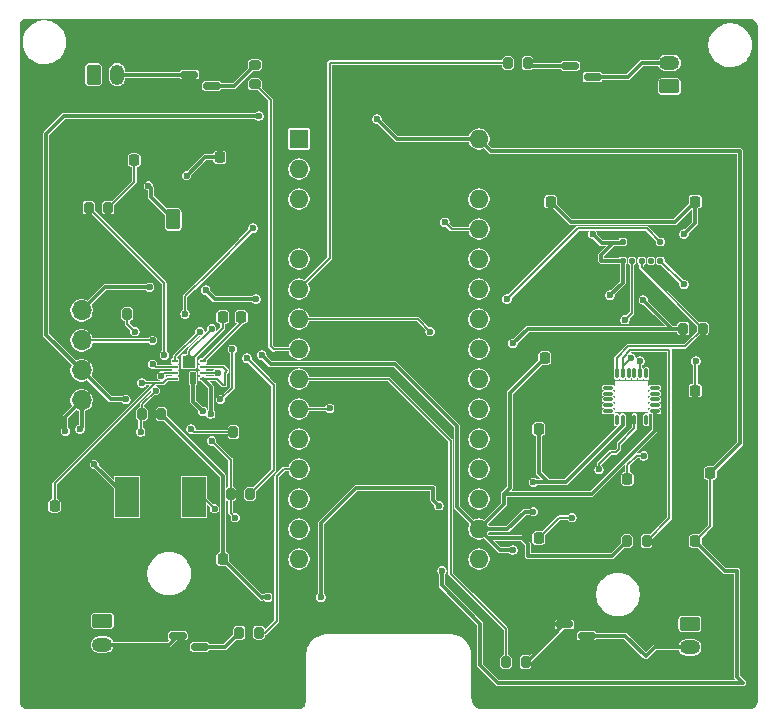
<source format=gbr>
%TF.GenerationSoftware,KiCad,Pcbnew,9.0.0*%
%TF.CreationDate,2025-10-30T20:26:06-05:00*%
%TF.ProjectId,kicad_proj1st,6b696361-645f-4707-926f-6a3173742e6b,rev?*%
%TF.SameCoordinates,Original*%
%TF.FileFunction,Copper,L1,Top*%
%TF.FilePolarity,Positive*%
%FSLAX46Y46*%
G04 Gerber Fmt 4.6, Leading zero omitted, Abs format (unit mm)*
G04 Created by KiCad (PCBNEW 9.0.0) date 2025-10-30 20:26:06*
%MOMM*%
%LPD*%
G01*
G04 APERTURE LIST*
G04 Aperture macros list*
%AMRoundRect*
0 Rectangle with rounded corners*
0 $1 Rounding radius*
0 $2 $3 $4 $5 $6 $7 $8 $9 X,Y pos of 4 corners*
0 Add a 4 corners polygon primitive as box body*
4,1,4,$2,$3,$4,$5,$6,$7,$8,$9,$2,$3,0*
0 Add four circle primitives for the rounded corners*
1,1,$1+$1,$2,$3*
1,1,$1+$1,$4,$5*
1,1,$1+$1,$6,$7*
1,1,$1+$1,$8,$9*
0 Add four rect primitives between the rounded corners*
20,1,$1+$1,$2,$3,$4,$5,0*
20,1,$1+$1,$4,$5,$6,$7,0*
20,1,$1+$1,$6,$7,$8,$9,0*
20,1,$1+$1,$8,$9,$2,$3,0*%
G04 Aperture macros list end*
%TA.AperFunction,SMDPad,CuDef*%
%ADD10RoundRect,0.200000X0.200000X0.275000X-0.200000X0.275000X-0.200000X-0.275000X0.200000X-0.275000X0*%
%TD*%
%TA.AperFunction,SMDPad,CuDef*%
%ADD11RoundRect,0.150000X-0.587500X-0.150000X0.587500X-0.150000X0.587500X0.150000X-0.587500X0.150000X0*%
%TD*%
%TA.AperFunction,SMDPad,CuDef*%
%ADD12RoundRect,0.062500X-0.212500X-0.062500X0.212500X-0.062500X0.212500X0.062500X-0.212500X0.062500X0*%
%TD*%
%TA.AperFunction,SMDPad,CuDef*%
%ADD13RoundRect,0.054000X-0.171000X-0.496000X0.171000X-0.496000X0.171000X0.496000X-0.171000X0.496000X0*%
%TD*%
%TA.AperFunction,SMDPad,CuDef*%
%ADD14RoundRect,0.062500X0.212500X0.062500X-0.212500X0.062500X-0.212500X-0.062500X0.212500X-0.062500X0*%
%TD*%
%TA.AperFunction,SMDPad,CuDef*%
%ADD15RoundRect,0.055000X-0.495000X-0.495000X0.495000X-0.495000X0.495000X0.495000X-0.495000X0.495000X0*%
%TD*%
%TA.AperFunction,ComponentPad*%
%ADD16RoundRect,0.250000X0.625000X-0.350000X0.625000X0.350000X-0.625000X0.350000X-0.625000X-0.350000X0*%
%TD*%
%TA.AperFunction,ComponentPad*%
%ADD17O,1.750000X1.200000*%
%TD*%
%TA.AperFunction,SMDPad,CuDef*%
%ADD18RoundRect,0.075000X-0.350000X-0.075000X0.350000X-0.075000X0.350000X0.075000X-0.350000X0.075000X0*%
%TD*%
%TA.AperFunction,SMDPad,CuDef*%
%ADD19RoundRect,0.075000X0.075000X-0.350000X0.075000X0.350000X-0.075000X0.350000X-0.075000X-0.350000X0*%
%TD*%
%TA.AperFunction,SMDPad,CuDef*%
%ADD20RoundRect,0.200000X-0.200000X-0.275000X0.200000X-0.275000X0.200000X0.275000X-0.200000X0.275000X0*%
%TD*%
%TA.AperFunction,SMDPad,CuDef*%
%ADD21RoundRect,0.225000X-0.225000X-0.250000X0.225000X-0.250000X0.225000X0.250000X-0.225000X0.250000X0*%
%TD*%
%TA.AperFunction,SMDPad,CuDef*%
%ADD22RoundRect,0.200000X0.275000X-0.200000X0.275000X0.200000X-0.275000X0.200000X-0.275000X-0.200000X0*%
%TD*%
%TA.AperFunction,ComponentPad*%
%ADD23RoundRect,0.250000X-0.625000X0.350000X-0.625000X-0.350000X0.625000X-0.350000X0.625000X0.350000X0*%
%TD*%
%TA.AperFunction,ComponentPad*%
%ADD24R,1.700000X1.700000*%
%TD*%
%TA.AperFunction,ComponentPad*%
%ADD25O,1.700000X1.700000*%
%TD*%
%TA.AperFunction,SMDPad,CuDef*%
%ADD26RoundRect,0.150000X0.587500X0.150000X-0.587500X0.150000X-0.587500X-0.150000X0.587500X-0.150000X0*%
%TD*%
%TA.AperFunction,ComponentPad*%
%ADD27R,1.600000X1.600000*%
%TD*%
%TA.AperFunction,ComponentPad*%
%ADD28O,1.600000X1.600000*%
%TD*%
%TA.AperFunction,ComponentPad*%
%ADD29RoundRect,0.250000X-0.350000X-0.625000X0.350000X-0.625000X0.350000X0.625000X-0.350000X0.625000X0*%
%TD*%
%TA.AperFunction,ComponentPad*%
%ADD30O,1.200000X1.750000*%
%TD*%
%TA.AperFunction,SMDPad,CuDef*%
%ADD31RoundRect,0.062500X-0.127500X-0.062500X0.127500X-0.062500X0.127500X0.062500X-0.127500X0.062500X0*%
%TD*%
%TA.AperFunction,SMDPad,CuDef*%
%ADD32RoundRect,0.125000X-0.125000X-0.125000X0.125000X-0.125000X0.125000X0.125000X-0.125000X0.125000X0*%
%TD*%
%TA.AperFunction,SMDPad,CuDef*%
%ADD33R,2.000000X3.400000*%
%TD*%
%TA.AperFunction,ViaPad*%
%ADD34C,0.600000*%
%TD*%
%TA.AperFunction,Conductor*%
%ADD35C,0.200000*%
%TD*%
%TA.AperFunction,Conductor*%
%ADD36C,0.300000*%
%TD*%
G04 APERTURE END LIST*
D10*
%TO.P,R4,1*%
%TO.N,/Motor Switch 4*%
X69750000Y-91750000D03*
%TO.P,R4,2*%
%TO.N,Net-(Q4-G)*%
X68100000Y-91750000D03*
%TD*%
D11*
%TO.P,Q3,1,G*%
%TO.N,Net-(Q3-G)*%
X95625000Y-91050000D03*
%TO.P,Q3,2,S*%
%TO.N,GND*%
X95625000Y-92950000D03*
%TO.P,Q3,3,D*%
%TO.N,/Motor Drain 3*%
X97500000Y-92000000D03*
%TD*%
D10*
%TO.P,R10,1*%
%TO.N,V_OUT*%
X61500000Y-73250000D03*
%TO.P,R10,2*%
%TO.N,Net-(U3-FB)*%
X59850000Y-73250000D03*
%TD*%
D12*
%TO.P,U3,1,FSW*%
%TO.N,Net-(U3-FSW)*%
X62650000Y-68750000D03*
%TO.P,U3,2,VCC*%
%TO.N,Net-(U3-VCC)*%
X62650000Y-69250000D03*
%TO.P,U3,3,FB*%
%TO.N,Net-(U3-FB)*%
X62650000Y-69750000D03*
%TO.P,U3,4,COMP*%
%TO.N,Net-(U3-COMP)*%
X62650000Y-70250000D03*
D13*
%TO.P,U3,5,GND*%
%TO.N,GND*%
X63475000Y-70200000D03*
%TO.P,U3,6,VOUT*%
%TO.N,V_OUT*%
X64175000Y-70200000D03*
D14*
%TO.P,U3,7,EN*%
%TO.N,V_BAT*%
X65000000Y-70250000D03*
%TO.P,U3,8,ILIM*%
%TO.N,Net-(U3-ILIM)*%
X65000000Y-69750000D03*
%TO.P,U3,9,VIN*%
%TO.N,V_BAT*%
X65000000Y-69250000D03*
%TO.P,U3,10,BOOT*%
%TO.N,Net-(U3-BOOT)*%
X65000000Y-68750000D03*
D15*
%TO.P,U3,11,SW*%
%TO.N,Net-(U3-SW)*%
X63825000Y-68800000D03*
%TD*%
D16*
%TO.P,J3,1,Pin_1*%
%TO.N,V_BAT*%
X104500000Y-45500000D03*
D17*
%TO.P,J3,2,Pin_2*%
%TO.N,/Motor_Drain_1*%
X104500000Y-43500000D03*
%TD*%
D18*
%TO.P,U1,1,CLKIN*%
%TO.N,GND*%
X99350000Y-70500000D03*
%TO.P,U1,2,NC*%
%TO.N,unconnected-(U1-NC-Pad2)*%
X99350000Y-71000000D03*
%TO.P,U1,3,NC*%
%TO.N,unconnected-(U1-NC-Pad3)*%
X99350000Y-71500000D03*
%TO.P,U1,4,NC*%
%TO.N,unconnected-(U1-NC-Pad4)*%
X99350000Y-72000000D03*
%TO.P,U1,5,NC*%
%TO.N,unconnected-(U1-NC-Pad5)*%
X99350000Y-72500000D03*
%TO.P,U1,6,AUX_DA*%
%TO.N,unconnected-(U1-AUX_DA-Pad6)*%
X99350000Y-73000000D03*
D19*
%TO.P,U1,7,AUX_CL*%
%TO.N,unconnected-(U1-AUX_CL-Pad7)*%
X100050000Y-73700000D03*
%TO.P,U1,8,VLOGIC*%
%TO.N,+3V3*%
X100550000Y-73700000D03*
%TO.P,U1,9,AD0*%
%TO.N,GND*%
X101050000Y-73700000D03*
%TO.P,U1,10,REGOUT*%
%TO.N,Net-(U1-REGOUT)*%
X101550000Y-73700000D03*
%TO.P,U1,11,FSYNC*%
%TO.N,GND*%
X102050000Y-73700000D03*
%TO.P,U1,12,INT*%
%TO.N,/MCP_INT*%
X102550000Y-73700000D03*
D18*
%TO.P,U1,13,VDD*%
%TO.N,+3V3*%
X103250000Y-73000000D03*
%TO.P,U1,14,NC*%
%TO.N,unconnected-(U1-NC-Pad14)*%
X103250000Y-72500000D03*
%TO.P,U1,15,NC*%
%TO.N,unconnected-(U1-NC-Pad15)*%
X103250000Y-72000000D03*
%TO.P,U1,16,NC*%
%TO.N,unconnected-(U1-NC-Pad16)*%
X103250000Y-71500000D03*
%TO.P,U1,17,NC*%
%TO.N,unconnected-(U1-NC-Pad17)*%
X103250000Y-71000000D03*
%TO.P,U1,18,GND*%
%TO.N,GND*%
X103250000Y-70500000D03*
D19*
%TO.P,U1,19,RESV*%
%TO.N,unconnected-(U1-RESV-Pad19)*%
X102550000Y-69800000D03*
%TO.P,U1,20,CPOUT*%
%TO.N,Net-(U1-CPOUT)*%
X102050000Y-69800000D03*
%TO.P,U1,21,RESV*%
%TO.N,unconnected-(U1-RESV-Pad21)*%
X101550000Y-69800000D03*
%TO.P,U1,22,RESV*%
%TO.N,unconnected-(U1-RESV-Pad22)*%
X101050000Y-69800000D03*
%TO.P,U1,23,SCL*%
%TO.N,SCL*%
X100550000Y-69800000D03*
%TO.P,U1,24,SDA*%
%TO.N,SDA*%
X100050000Y-69800000D03*
%TD*%
D20*
%TO.P,R6,1*%
%TO.N,+3V3*%
X100925000Y-84000000D03*
%TO.P,R6,2*%
%TO.N,SCL*%
X102575000Y-84000000D03*
%TD*%
D11*
%TO.P,Q1,1,G*%
%TO.N,Net-(Q1-G)*%
X96125000Y-43750000D03*
%TO.P,Q1,2,S*%
%TO.N,GND*%
X96125000Y-45650000D03*
%TO.P,Q1,3,D*%
%TO.N,/Motor_Drain_1*%
X98000000Y-44700000D03*
%TD*%
D21*
%TO.P,C6,1*%
%TO.N,+3V3*%
X94450000Y-55250000D03*
%TO.P,C6,2*%
%TO.N,GND*%
X96000000Y-55250000D03*
%TD*%
D22*
%TO.P,R2,1*%
%TO.N,/Motor Switch2*%
X69425000Y-45325000D03*
%TO.P,R2,2*%
%TO.N,Net-(Q2-G)*%
X69425000Y-43675000D03*
%TD*%
D23*
%TO.P,J5,1,Pin_1*%
%TO.N,V_BAT*%
X106250000Y-91000000D03*
D17*
%TO.P,J5,2,Pin_2*%
%TO.N,/Motor Drain 3*%
X106250000Y-93000000D03*
%TD*%
D20*
%TO.P,R5,1*%
%TO.N,+3V3*%
X105675000Y-66000000D03*
%TO.P,R5,2*%
%TO.N,SDA*%
X107325000Y-66000000D03*
%TD*%
%TO.P,R11,1*%
%TO.N,Net-(U3-COMP)*%
X55350000Y-55750000D03*
%TO.P,R11,2*%
%TO.N,Net-(C12-Pad1)*%
X57000000Y-55750000D03*
%TD*%
D24*
%TO.P,J2,1,Pin_1*%
%TO.N,GND*%
X54750000Y-61920000D03*
D25*
%TO.P,J2,2,Pin_2*%
%TO.N,+3V3*%
X54750000Y-64460000D03*
%TO.P,J2,3,Pin_3*%
%TO.N,R8EF_VIN*%
X54750000Y-67000000D03*
%TO.P,J2,4,Pin_4*%
%TO.N,V_OUT*%
X54750000Y-69540000D03*
%TO.P,J2,5,Pin_5*%
%TO.N,V_BAT*%
X54750000Y-72080000D03*
%TD*%
D26*
%TO.P,Q2,1,G*%
%TO.N,Net-(Q2-G)*%
X65750000Y-45450000D03*
%TO.P,Q2,2,S*%
%TO.N,GND*%
X65750000Y-43550000D03*
%TO.P,Q2,3,D*%
%TO.N,/Motor Drain 2*%
X63875000Y-44500000D03*
%TD*%
D21*
%TO.P,C14,1*%
%TO.N,V_OUT*%
X106700000Y-84000000D03*
%TO.P,C14,2*%
%TO.N,GND*%
X108250000Y-84000000D03*
%TD*%
D20*
%TO.P,R1,1*%
%TO.N,/MOTOR0_SWITCH1*%
X90850000Y-43500000D03*
%TO.P,R1,2*%
%TO.N,Net-(Q1-G)*%
X92500000Y-43500000D03*
%TD*%
D27*
%TO.P,A2,1,D1/TX*%
%TO.N,unconnected-(A2-D1{slash}TX-Pad1)*%
X73140000Y-49950000D03*
D28*
%TO.P,A2,2,D0/RX*%
%TO.N,unconnected-(A2-D0{slash}RX-Pad2)*%
X73140000Y-52490000D03*
%TO.P,A2,3,~{RESET}*%
%TO.N,unconnected-(A2-~{RESET}-Pad3)*%
X73140000Y-55030000D03*
%TO.P,A2,4,GND*%
%TO.N,GND*%
X73140000Y-57570000D03*
%TO.P,A2,5,D2*%
%TO.N,unconnected-(A2-D2-Pad5)*%
X73140000Y-60110000D03*
%TO.P,A2,6,D3*%
%TO.N,/MOTOR0_SWITCH1*%
X73140000Y-62650000D03*
%TO.P,A2,7,D4*%
%TO.N,/LIDAR_GPIO1*%
X73140000Y-65190000D03*
%TO.P,A2,8,D5*%
%TO.N,/Motor Switch2*%
X73140000Y-67730000D03*
%TO.P,A2,9,D6*%
%TO.N,/Motor Switch 3*%
X73140000Y-70270000D03*
%TO.P,A2,10,D7*%
%TO.N,/LIDAR_XSHUT*%
X73140000Y-72810000D03*
%TO.P,A2,11,D8*%
%TO.N,unconnected-(A2-D8-Pad11)*%
X73140000Y-75350000D03*
%TO.P,A2,12,D9*%
%TO.N,/Motor Switch 4*%
X73140000Y-77890000D03*
%TO.P,A2,13,D10*%
%TO.N,unconnected-(A2-D10-Pad13)*%
X73140000Y-80430000D03*
%TO.P,A2,14,D11*%
%TO.N,unconnected-(A2-D11-Pad14)*%
X73140000Y-82970000D03*
%TO.P,A2,15,D12*%
%TO.N,unconnected-(A2-D12-Pad15)*%
X73140000Y-85510000D03*
%TO.P,A2,16,D13*%
%TO.N,unconnected-(A2-D13-Pad16)*%
X88380000Y-85510000D03*
%TO.P,A2,17,3V3*%
%TO.N,+3V3*%
X88380000Y-82970000D03*
%TO.P,A2,18,AREF*%
%TO.N,unconnected-(A2-AREF-Pad18)*%
X88380000Y-80430000D03*
%TO.P,A2,19,A0*%
%TO.N,unconnected-(A2-A0-Pad19)*%
X88380000Y-77890000D03*
%TO.P,A2,20,A1*%
%TO.N,CH1*%
X88380000Y-75350000D03*
%TO.P,A2,21,A2*%
%TO.N,CH2*%
X88380000Y-72810000D03*
%TO.P,A2,22,A3*%
%TO.N,CH3*%
X88380000Y-70270000D03*
%TO.P,A2,23,A4*%
%TO.N,CH4*%
X88380000Y-67730000D03*
%TO.P,A2,24,A5*%
%TO.N,unconnected-(A2-A5-Pad24)*%
X88380000Y-65190000D03*
%TO.P,A2,25,A6*%
%TO.N,unconnected-(A2-A6-Pad25)*%
X88380000Y-62650000D03*
%TO.P,A2,26,A7*%
%TO.N,unconnected-(A2-A7-Pad26)*%
X88380000Y-60110000D03*
%TO.P,A2,27,+5V*%
%TO.N,R8EF_VIN*%
X88380000Y-57570000D03*
%TO.P,A2,28,~{RESET}*%
%TO.N,unconnected-(A2-~{RESET}-Pad28)*%
X88380000Y-55030000D03*
%TO.P,A2,29,GND*%
%TO.N,GND*%
X88380000Y-52490000D03*
%TO.P,A2,30,VIN*%
%TO.N,V_OUT*%
X88380000Y-49950000D03*
%TD*%
D20*
%TO.P,R7,1*%
%TO.N,Net-(U3-SW)*%
X67350000Y-80000000D03*
%TO.P,R7,2*%
%TO.N,Net-(U3-FSW)*%
X69000000Y-80000000D03*
%TD*%
D21*
%TO.P,C12,1*%
%TO.N,Net-(C12-Pad1)*%
X59200000Y-51750000D03*
%TO.P,C12,2*%
%TO.N,GND*%
X60750000Y-51750000D03*
%TD*%
%TO.P,C7,1*%
%TO.N,V_BAT*%
X66450000Y-51500000D03*
%TO.P,C7,2*%
%TO.N,GND*%
X68000000Y-51500000D03*
%TD*%
D20*
%TO.P,R9,1*%
%TO.N,Net-(U3-FB)*%
X67600000Y-74750000D03*
%TO.P,R9,2*%
%TO.N,GND*%
X69250000Y-74750000D03*
%TD*%
D26*
%TO.P,Q4,1,G*%
%TO.N,Net-(Q4-G)*%
X64750000Y-92950000D03*
%TO.P,Q4,2,S*%
%TO.N,GND*%
X64750000Y-91050000D03*
%TO.P,Q4,3,D*%
%TO.N,/Motor Drain 4*%
X62875000Y-92000000D03*
%TD*%
D21*
%TO.P,C8,1*%
%TO.N,Net-(U3-SW)*%
X66700000Y-65000000D03*
%TO.P,C8,2*%
%TO.N,Net-(U3-BOOT)*%
X68250000Y-65000000D03*
%TD*%
%TO.P,C4,1*%
%TO.N,+3V3*%
X93450000Y-74500000D03*
%TO.P,C4,2*%
%TO.N,GND*%
X95000000Y-74500000D03*
%TD*%
%TO.P,C5,1*%
%TO.N,+3V3*%
X106700000Y-55250000D03*
%TO.P,C5,2*%
%TO.N,GND*%
X108250000Y-55250000D03*
%TD*%
D20*
%TO.P,R8,1*%
%TO.N,Net-(U3-ILIM)*%
X58600000Y-64750000D03*
%TO.P,R8,2*%
%TO.N,GND*%
X60250000Y-64750000D03*
%TD*%
D21*
%TO.P,C11,1*%
%TO.N,Net-(U3-COMP)*%
X52450000Y-81000000D03*
%TO.P,C11,2*%
%TO.N,GND*%
X54000000Y-81000000D03*
%TD*%
%TO.P,C1,1*%
%TO.N,Net-(U1-REGOUT)*%
X100950000Y-78750000D03*
%TO.P,C1,2*%
%TO.N,GND*%
X102500000Y-78750000D03*
%TD*%
D23*
%TO.P,J6,1,Pin_1*%
%TO.N,V_BAT*%
X56500000Y-90750000D03*
D17*
%TO.P,J6,2,Pin_2*%
%TO.N,/Motor Drain 4*%
X56500000Y-92750000D03*
%TD*%
D21*
%TO.P,C10,1*%
%TO.N,V_OUT*%
X66700000Y-85500000D03*
%TO.P,C10,2*%
%TO.N,GND*%
X68250000Y-85500000D03*
%TD*%
D20*
%TO.P,R3,1*%
%TO.N,/Motor Switch 3*%
X90675000Y-94250000D03*
%TO.P,R3,2*%
%TO.N,Net-(Q3-G)*%
X92325000Y-94250000D03*
%TD*%
D29*
%TO.P,J1,1,Pin_1*%
%TO.N,V_BAT*%
X62500000Y-56750000D03*
D30*
%TO.P,J1,2,Pin_2*%
%TO.N,GND*%
X64500000Y-56750000D03*
%TD*%
D21*
%TO.P,C13,1*%
%TO.N,V_OUT*%
X107975000Y-78250000D03*
%TO.P,C13,2*%
%TO.N,GND*%
X109525000Y-78250000D03*
%TD*%
%TO.P,C3,1*%
%TO.N,+3V3*%
X93950000Y-68500000D03*
%TO.P,C3,2*%
%TO.N,GND*%
X95500000Y-68500000D03*
%TD*%
%TO.P,C2,1*%
%TO.N,Net-(U1-CPOUT)*%
X106700000Y-71250000D03*
%TO.P,C2,2*%
%TO.N,GND*%
X108250000Y-71250000D03*
%TD*%
D31*
%TO.P,U2,1,AVDDVCSEL*%
%TO.N,+3V3*%
X100410000Y-58775000D03*
D32*
X100550000Y-58650000D03*
%TO.P,U2,2,AVSSVCSEL*%
%TO.N,GND*%
X101350000Y-58650000D03*
%TO.P,U2,3,GND*%
X102150000Y-58650000D03*
%TO.P,U2,4,GND*%
X102950000Y-58650000D03*
%TO.P,U2,5,XSHUT*%
%TO.N,/LIDAR_XSHUT*%
X103750000Y-58650000D03*
%TO.P,U2,6,GND*%
%TO.N,GND*%
X103750000Y-59450000D03*
%TO.P,U2,7,GPIO1*%
%TO.N,/LIDAR_GPIO1*%
X103750000Y-60250000D03*
%TO.P,U2,8,DNC*%
%TO.N,unconnected-(U2-DNC-Pad8)*%
X102950000Y-60250000D03*
%TO.P,U2,9,SDA*%
%TO.N,SDA*%
X102150000Y-60250000D03*
%TO.P,U2,10,SCL*%
%TO.N,SCL*%
X101350000Y-60250000D03*
%TO.P,U2,11,AVDD*%
%TO.N,+3V3*%
X100550000Y-60250000D03*
%TO.P,U2,12,GND*%
%TO.N,GND*%
X100550000Y-59450000D03*
%TD*%
D21*
%TO.P,C9,1*%
%TO.N,Net-(U3-VCC)*%
X93450000Y-83750000D03*
%TO.P,C9,2*%
%TO.N,GND*%
X95000000Y-83750000D03*
%TD*%
D33*
%TO.P,L1,1,1*%
%TO.N,V_BAT*%
X58550000Y-80250000D03*
%TO.P,L1,2,2*%
%TO.N,Net-(U3-SW)*%
X64250000Y-80250000D03*
%TD*%
D29*
%TO.P,J4,1,Pin_1*%
%TO.N,V_BAT*%
X55750000Y-44500000D03*
D30*
%TO.P,J4,2,Pin_2*%
%TO.N,/Motor Drain 2*%
X57750000Y-44500000D03*
%TD*%
D34*
%TO.N,GND*%
X99650000Y-59650000D03*
X93725000Y-91575000D03*
X96100000Y-65275000D03*
X56975000Y-73325000D03*
X103875000Y-69325000D03*
X64925000Y-73875000D03*
X101125000Y-75650000D03*
X94950000Y-77775000D03*
X97350000Y-83675000D03*
X102046446Y-74821446D03*
X108950000Y-75700000D03*
X101675000Y-66825000D03*
X66325000Y-76875000D03*
X69325000Y-86500000D03*
X107225000Y-67500000D03*
X66525000Y-61025000D03*
X96050000Y-53300000D03*
X96675000Y-74975000D03*
X96150000Y-49825000D03*
X103450000Y-76225000D03*
X99750000Y-75975000D03*
X69375000Y-64600000D03*
X58350000Y-63275000D03*
X96750000Y-86850000D03*
X110500000Y-77225000D03*
X96550000Y-84575000D03*
X95175000Y-67325000D03*
X58550000Y-60500000D03*
X67950000Y-49950000D03*
X107425000Y-73150000D03*
X68175000Y-66650000D03*
X94125000Y-93650000D03*
X67500000Y-44075000D03*
X66400000Y-89575000D03*
X108475000Y-69775000D03*
X60500000Y-66125000D03*
X58050000Y-61400000D03*
X69550000Y-76225000D03*
X98675000Y-61300000D03*
%TO.N,+3V3*%
X99475000Y-63175000D03*
X105750000Y-58000000D03*
X70000000Y-68250000D03*
X91250000Y-67250000D03*
X102300000Y-63575000D03*
X93000000Y-79000000D03*
X60500000Y-62500000D03*
X65250000Y-62750000D03*
X69500000Y-63500000D03*
X98000000Y-58000000D03*
X93000000Y-81500000D03*
X91250000Y-84750000D03*
%TO.N,V_OUT*%
X58500000Y-72000000D03*
X85000000Y-81000000D03*
X79750000Y-48250000D03*
X69750000Y-48000000D03*
X70500000Y-88750000D03*
X75000000Y-88750000D03*
X85250000Y-86500000D03*
X65000000Y-73000000D03*
%TO.N,/LIDAR_GPIO1*%
X84250000Y-66250000D03*
X105750000Y-62250000D03*
%TO.N,R8EF_VIN*%
X63500000Y-64750000D03*
X69250000Y-57500000D03*
X85500000Y-57000000D03*
X60750000Y-67000000D03*
%TO.N,/LIDAR_XSHUT*%
X90750000Y-63500000D03*
X75750000Y-72750000D03*
%TO.N,Net-(U1-REGOUT)*%
X98550000Y-77925000D03*
X102325000Y-76775000D03*
%TO.N,Net-(U1-CPOUT)*%
X106750000Y-68750000D03*
X102000000Y-68750000D03*
%TO.N,V_BAT*%
X65675000Y-73225000D03*
X63625000Y-53050000D03*
X54600000Y-74500000D03*
X55825000Y-77500000D03*
X53375000Y-74700000D03*
X60400000Y-53900000D03*
%TO.N,Net-(U3-SW)*%
X65750000Y-75500000D03*
X65750000Y-66000000D03*
X67500000Y-67750000D03*
X66000000Y-81250000D03*
X66500000Y-72000000D03*
X67750000Y-82000000D03*
X63825000Y-68500000D03*
%TO.N,Net-(U3-VCC)*%
X96250000Y-82000000D03*
X60750000Y-69000000D03*
%TO.N,Net-(U3-COMP)*%
X59853554Y-70603554D03*
X61750000Y-68250000D03*
%TO.N,SCL*%
X100750000Y-65250000D03*
X101250000Y-68500000D03*
%TO.N,Net-(U3-FSW)*%
X64750000Y-66250000D03*
X68750000Y-68500000D03*
%TO.N,Net-(U3-ILIM)*%
X59250000Y-66250000D03*
X66250000Y-69750000D03*
%TO.N,Net-(U3-FB)*%
X61000000Y-71250000D03*
X59750000Y-74750000D03*
X61500000Y-70000000D03*
X64000000Y-74500000D03*
%TD*%
D35*
%TO.N,/Motor Switch 3*%
X90675000Y-91425000D02*
X86000000Y-86750000D01*
X80770000Y-70270000D02*
X73140000Y-70270000D01*
X86000000Y-75500000D02*
X80770000Y-70270000D01*
X86000000Y-86750000D02*
X86000000Y-75500000D01*
X90675000Y-94250000D02*
X90675000Y-91425000D01*
%TO.N,GND*%
X65750000Y-43550000D02*
X66975000Y-43550000D01*
X66225000Y-89575000D02*
X64750000Y-91050000D01*
X101675000Y-66825000D02*
X97175000Y-66825000D01*
X67950000Y-49950000D02*
X67950000Y-51450000D01*
X103250000Y-70500000D02*
X103250000Y-69950000D01*
X58550000Y-60500000D02*
X58225000Y-60825000D01*
X101050000Y-74300000D02*
X99750000Y-75600000D01*
X68375000Y-73875000D02*
X64925000Y-73875000D01*
X96676000Y-54574000D02*
X96000000Y-55250000D01*
X96125000Y-49800000D02*
X96150000Y-49825000D01*
X65666479Y-76875000D02*
X66325000Y-76875000D01*
X97350000Y-83675000D02*
X97025000Y-83675000D01*
X93240000Y-52490000D02*
X88380000Y-52490000D01*
X102046446Y-74821446D02*
X102046446Y-74728554D01*
D36*
X96950000Y-83750000D02*
X95000000Y-83750000D01*
D35*
X70450000Y-71450000D02*
X68125000Y-69125000D01*
X60750000Y-51750000D02*
X60750000Y-53000000D01*
X101125000Y-75650000D02*
X102050000Y-74725000D01*
X55980000Y-61920000D02*
X54750000Y-61920000D01*
X68125000Y-66700000D02*
X68175000Y-66650000D01*
X63475000Y-74683521D02*
X65666479Y-76875000D01*
X99000000Y-70500000D02*
X99350000Y-70500000D01*
X108250000Y-72325000D02*
X108250000Y-71250000D01*
X109525000Y-78250000D02*
X109525000Y-82725000D01*
X70450000Y-73100000D02*
X70450000Y-71450000D01*
X108250000Y-56208521D02*
X105008521Y-59450000D01*
X100550000Y-59450000D02*
X99850000Y-59450000D01*
X95000000Y-83750000D02*
X95725000Y-83750000D01*
X70001000Y-63974000D02*
X70001000Y-63026000D01*
X103250000Y-69950000D02*
X103875000Y-69325000D01*
X57075000Y-60825000D02*
X55980000Y-61920000D01*
X60500000Y-65000000D02*
X60250000Y-64750000D01*
D36*
X94925000Y-93650000D02*
X95625000Y-92950000D01*
D35*
X97025000Y-83675000D02*
X96950000Y-83750000D01*
X95000000Y-74500000D02*
X99000000Y-70500000D01*
X69250000Y-74750000D02*
X68375000Y-73875000D01*
X102050000Y-74725000D02*
X102050000Y-73700000D01*
X101050000Y-73700000D02*
X101050000Y-74300000D01*
X60750000Y-53000000D02*
X64500000Y-56750000D01*
X57530000Y-61920000D02*
X54750000Y-61920000D01*
X95000000Y-74500000D02*
X95000000Y-77725000D01*
X53324000Y-81676000D02*
X52042310Y-81676000D01*
X96000000Y-55250000D02*
X93240000Y-52490000D01*
X58050000Y-61400000D02*
X57530000Y-61920000D01*
X95500000Y-68500000D02*
X97350000Y-68500000D01*
X54000000Y-81000000D02*
X54000000Y-82750000D01*
X95175000Y-68175000D02*
X95500000Y-68500000D01*
X100550000Y-59450000D02*
X101350000Y-58650000D01*
X110500000Y-77225000D02*
X110500000Y-77275000D01*
X102150000Y-58650000D02*
X102950000Y-58650000D01*
X51799000Y-78501000D02*
X56975000Y-73325000D01*
X102500000Y-78750000D02*
X103450000Y-77800000D01*
X102046446Y-74728554D02*
X102050000Y-74725000D01*
X109525000Y-82725000D02*
X108250000Y-84000000D01*
X95175000Y-67325000D02*
X95175000Y-68175000D01*
X59825000Y-64750000D02*
X58350000Y-63275000D01*
X66975000Y-43550000D02*
X67500000Y-44075000D01*
X68125000Y-69125000D02*
X68125000Y-66700000D01*
X66400000Y-89575000D02*
X66225000Y-89575000D01*
D36*
X96750000Y-88550000D02*
X93725000Y-91575000D01*
D35*
X110500000Y-77275000D02*
X109525000Y-78250000D01*
X70001000Y-63026000D02*
X68000000Y-61025000D01*
X103450000Y-77800000D02*
X103450000Y-76225000D01*
D36*
X96050000Y-53300000D02*
X96050000Y-55200000D01*
D35*
X63475000Y-70200000D02*
X63475000Y-74683521D01*
X108250000Y-71250000D02*
X109625000Y-69875000D01*
X51799000Y-81432690D02*
X51799000Y-78501000D01*
X107574000Y-54574000D02*
X96676000Y-54574000D01*
X68250000Y-85500000D02*
X68325000Y-85500000D01*
X102950000Y-58650000D02*
X103750000Y-59450000D01*
X54000000Y-82750000D02*
X62300000Y-91050000D01*
X69550000Y-76225000D02*
X70450000Y-75325000D01*
X99750000Y-75600000D02*
X99750000Y-75975000D01*
X95475000Y-74975000D02*
X95000000Y-74500000D01*
X68325000Y-85500000D02*
X69325000Y-86500000D01*
X96491479Y-61300000D02*
X96100000Y-61691479D01*
X108250000Y-71250000D02*
X108250000Y-75000000D01*
X109750000Y-69875000D02*
X107375000Y-67500000D01*
X96100000Y-61691479D02*
X96100000Y-65275000D01*
X96050000Y-55200000D02*
X96000000Y-55250000D01*
X107425000Y-73150000D02*
X108250000Y-72325000D01*
X54000000Y-81000000D02*
X53324000Y-81676000D01*
X62300000Y-91050000D02*
X64750000Y-91050000D01*
X68000000Y-53250000D02*
X64500000Y-56750000D01*
X95000000Y-77725000D02*
X94950000Y-77775000D01*
X99850000Y-59450000D02*
X99650000Y-59650000D01*
X69375000Y-64600000D02*
X70001000Y-63974000D01*
X68000000Y-61025000D02*
X66525000Y-61025000D01*
X97175000Y-66825000D02*
X95500000Y-68500000D01*
X68000000Y-51500000D02*
X68000000Y-53250000D01*
X60500000Y-66125000D02*
X60500000Y-65000000D01*
X52042310Y-81676000D02*
X51799000Y-81432690D01*
X108250000Y-55250000D02*
X107574000Y-54574000D01*
X101350000Y-58650000D02*
X102150000Y-58650000D01*
D36*
X96125000Y-45650000D02*
X96125000Y-49800000D01*
D35*
X98675000Y-61300000D02*
X96491479Y-61300000D01*
X96675000Y-74975000D02*
X95475000Y-74975000D01*
X108475000Y-69775000D02*
X108475000Y-71025000D01*
X108250000Y-75000000D02*
X108950000Y-75700000D01*
X107375000Y-67500000D02*
X107225000Y-67500000D01*
X109625000Y-69875000D02*
X109750000Y-69875000D01*
X70450000Y-75325000D02*
X70450000Y-73100000D01*
X58225000Y-60825000D02*
X57075000Y-60825000D01*
X105008521Y-59450000D02*
X103750000Y-59450000D01*
X108250000Y-55250000D02*
X108250000Y-56208521D01*
X67950000Y-51450000D02*
X68000000Y-51500000D01*
D36*
X94125000Y-93650000D02*
X94925000Y-93650000D01*
D35*
X60250000Y-64750000D02*
X59825000Y-64750000D01*
D36*
X95725000Y-83750000D02*
X96550000Y-84575000D01*
D35*
X97350000Y-68500000D02*
X99350000Y-70500000D01*
D36*
X96750000Y-86850000D02*
X96750000Y-88550000D01*
D35*
X108475000Y-71025000D02*
X108250000Y-71250000D01*
%TO.N,/Motor Switch2*%
X69425000Y-45325000D02*
X70750000Y-46650000D01*
X70750000Y-46650000D02*
X70750000Y-67500000D01*
X71000000Y-67750000D02*
X71020000Y-67730000D01*
X70750000Y-67500000D02*
X71000000Y-67750000D01*
X71020000Y-67730000D02*
X73140000Y-67730000D01*
D36*
%TO.N,+3V3*%
X103250000Y-73000000D02*
X103250000Y-74675000D01*
X70775000Y-69025000D02*
X81275000Y-69025000D01*
X104950000Y-57000000D02*
X96200000Y-57000000D01*
X89160000Y-83750000D02*
X88380000Y-82970000D01*
X96200000Y-57000000D02*
X94450000Y-55250000D01*
X97925000Y-80000000D02*
X90500000Y-80000000D01*
X106700000Y-57050000D02*
X105750000Y-58000000D01*
X56710000Y-62500000D02*
X60500000Y-62500000D01*
X91250000Y-84750000D02*
X90160000Y-84750000D01*
X81275000Y-69025000D02*
X86500000Y-74250000D01*
X90500000Y-80000000D02*
X90500000Y-80850000D01*
X99725000Y-58775000D02*
X100410000Y-58775000D01*
X98000000Y-58000000D02*
X98775000Y-58775000D01*
X100550000Y-62100000D02*
X100550000Y-60250000D01*
X92500000Y-66000000D02*
X91250000Y-67250000D01*
X106700000Y-55250000D02*
X104950000Y-57000000D01*
X92500000Y-84250000D02*
X92000000Y-83750000D01*
X104725000Y-66000000D02*
X102300000Y-63575000D01*
X98775000Y-58775000D02*
X100410000Y-58775000D01*
X103250000Y-74675000D02*
X97925000Y-80000000D01*
X90780000Y-82970000D02*
X88380000Y-82970000D01*
X93450000Y-74500000D02*
X93450000Y-78200000D01*
X70000000Y-68250000D02*
X70775000Y-69025000D01*
X91000000Y-71450000D02*
X91000000Y-79500000D01*
X86500000Y-81090000D02*
X88380000Y-82970000D01*
X100535000Y-58650000D02*
X100410000Y-58775000D01*
X99475000Y-63175000D02*
X100550000Y-62100000D01*
X92000000Y-83750000D02*
X89160000Y-83750000D01*
X93000000Y-81500000D02*
X92250000Y-81500000D01*
X94250000Y-79000000D02*
X93000000Y-79000000D01*
X98750000Y-59750000D02*
X99725000Y-58775000D01*
X99675000Y-85250000D02*
X92500000Y-85250000D01*
X54750000Y-64460000D02*
X56710000Y-62500000D01*
X90160000Y-84750000D02*
X88380000Y-82970000D01*
X106700000Y-55250000D02*
X106700000Y-57050000D01*
X65250000Y-62750000D02*
X66000000Y-63500000D01*
X100550000Y-60250000D02*
X98750000Y-60250000D01*
X93950000Y-68500000D02*
X91000000Y-71450000D01*
X105675000Y-66000000D02*
X104725000Y-66000000D01*
X105675000Y-66000000D02*
X92500000Y-66000000D01*
X100550000Y-73700000D02*
X100550000Y-74175000D01*
X66000000Y-63500000D02*
X69500000Y-63500000D01*
X91000000Y-79500000D02*
X90500000Y-80000000D01*
X100550000Y-74175000D02*
X95725000Y-79000000D01*
X100550000Y-58650000D02*
X100535000Y-58650000D01*
X92500000Y-85250000D02*
X92500000Y-84250000D01*
X100925000Y-84000000D02*
X99675000Y-85250000D01*
X86500000Y-74250000D02*
X86500000Y-81090000D01*
X98750000Y-60250000D02*
X98750000Y-59750000D01*
X92250000Y-81500000D02*
X90780000Y-82970000D01*
X90500000Y-80850000D02*
X88380000Y-82970000D01*
X95725000Y-79000000D02*
X94250000Y-79000000D01*
X93450000Y-78200000D02*
X94250000Y-79000000D01*
%TO.N,V_OUT*%
X88500000Y-94500000D02*
X90000000Y-96000000D01*
X110750000Y-96000000D02*
X110250000Y-95500000D01*
D35*
X107975000Y-78250000D02*
X107975000Y-82725000D01*
D36*
X89430000Y-51000000D02*
X110500000Y-51000000D01*
X84500000Y-79500000D02*
X84500000Y-80500000D01*
D35*
X107975000Y-82725000D02*
X106700000Y-84000000D01*
D36*
X110500000Y-75725000D02*
X107975000Y-78250000D01*
X85250000Y-87750000D02*
X88500000Y-91000000D01*
X85250000Y-86500000D02*
X85250000Y-87750000D01*
X75000000Y-82500000D02*
X78000000Y-79500000D01*
X66700000Y-85500000D02*
X66700000Y-78450000D01*
X81450000Y-49950000D02*
X88380000Y-49950000D01*
X110500000Y-51000000D02*
X110500000Y-75725000D01*
X66700000Y-78450000D02*
X61500000Y-73250000D01*
X64175000Y-72175000D02*
X64175000Y-70200000D01*
X79750000Y-48250000D02*
X81450000Y-49950000D01*
X66700000Y-85500000D02*
X69950000Y-88750000D01*
X69950000Y-88750000D02*
X70500000Y-88750000D01*
X88380000Y-49950000D02*
X89430000Y-51000000D01*
X51750000Y-49500000D02*
X53250000Y-48000000D01*
X109200000Y-86500000D02*
X106700000Y-84000000D01*
X54750000Y-69540000D02*
X57210000Y-72000000D01*
X84500000Y-80500000D02*
X85000000Y-81000000D01*
X90000000Y-96000000D02*
X110750000Y-96000000D01*
X66700000Y-85500000D02*
X70000000Y-88800000D01*
X51750000Y-66540000D02*
X51750000Y-49500000D01*
X110250000Y-86500000D02*
X109200000Y-86500000D01*
X75000000Y-88750000D02*
X75000000Y-82500000D01*
X78000000Y-79500000D02*
X84500000Y-79500000D01*
X88500000Y-91000000D02*
X88500000Y-94500000D01*
X110250000Y-95500000D02*
X110250000Y-86500000D01*
X54750000Y-69540000D02*
X51750000Y-66540000D01*
X53250000Y-48000000D02*
X69750000Y-48000000D01*
X57210000Y-72000000D02*
X58500000Y-72000000D01*
X65000000Y-73000000D02*
X64175000Y-72175000D01*
D35*
%TO.N,/LIDAR_GPIO1*%
X83190000Y-65190000D02*
X73140000Y-65190000D01*
X84250000Y-66250000D02*
X83190000Y-65190000D01*
X103750000Y-60250000D02*
X105750000Y-62250000D01*
%TO.N,/MOTOR0_SWITCH1*%
X75750000Y-60040000D02*
X73140000Y-62650000D01*
X75750000Y-43500000D02*
X75750000Y-60040000D01*
X90850000Y-43500000D02*
X75750000Y-43500000D01*
%TO.N,/Motor Switch 4*%
X70250000Y-91750000D02*
X71250000Y-90750000D01*
X69750000Y-91750000D02*
X70250000Y-91750000D01*
X71250000Y-90750000D02*
X71250000Y-78500000D01*
X71860000Y-77890000D02*
X73140000Y-77890000D01*
X71250000Y-78500000D02*
X71860000Y-77890000D01*
%TO.N,R8EF_VIN*%
X63500000Y-64750000D02*
X63500000Y-63250000D01*
X86070000Y-57570000D02*
X88380000Y-57570000D01*
X65750000Y-61000000D02*
X69250000Y-57500000D01*
X85500000Y-57000000D02*
X86070000Y-57570000D01*
X63500000Y-63250000D02*
X65750000Y-61000000D01*
X54750000Y-67000000D02*
X60750000Y-67000000D01*
%TO.N,/LIDAR_XSHUT*%
X75750000Y-72750000D02*
X75690000Y-72810000D01*
X75690000Y-72810000D02*
X73140000Y-72810000D01*
X102599000Y-57499000D02*
X96751000Y-57499000D01*
X103750000Y-58650000D02*
X102599000Y-57499000D01*
X96751000Y-57499000D02*
X90750000Y-63500000D01*
%TO.N,Net-(U1-REGOUT)*%
X102325000Y-76775000D02*
X101725000Y-76775000D01*
X101725000Y-76775000D02*
X100950000Y-77550000D01*
X100251000Y-76182521D02*
X100251000Y-75767479D01*
X99957521Y-76476000D02*
X100251000Y-76182521D01*
X98550000Y-77450000D02*
X99533240Y-76466760D01*
X100950000Y-77550000D02*
X100950000Y-78750000D01*
X98550000Y-77925000D02*
X98550000Y-77450000D01*
X99542479Y-76476000D02*
X99957521Y-76476000D01*
X101550000Y-74450000D02*
X101550000Y-73700000D01*
X100241761Y-75758239D02*
X101550000Y-74450000D01*
X100251000Y-75767479D02*
X100241761Y-75758239D01*
X99533240Y-76466760D02*
X99542479Y-76476000D01*
%TO.N,Net-(U1-CPOUT)*%
X106700000Y-71250000D02*
X106700000Y-68800000D01*
X102000000Y-69750000D02*
X102050000Y-69800000D01*
X102000000Y-68750000D02*
X102000000Y-69750000D01*
X106700000Y-68800000D02*
X106750000Y-68750000D01*
D36*
%TO.N,V_BAT*%
X60625000Y-54125000D02*
X60625000Y-54875000D01*
D35*
X66700000Y-70775000D02*
X66175000Y-70250000D01*
D36*
X65675000Y-70925000D02*
X65675000Y-73225000D01*
D35*
X67025000Y-69550000D02*
X66850000Y-69725000D01*
X66850000Y-70775000D02*
X66700000Y-70775000D01*
X65000000Y-69250000D02*
X66725000Y-69250000D01*
D36*
X55825000Y-77525000D02*
X55825000Y-77500000D01*
D35*
X66175000Y-70250000D02*
X65000000Y-70250000D01*
D36*
X65175000Y-51500000D02*
X63625000Y-53050000D01*
X60625000Y-54875000D02*
X62500000Y-56750000D01*
X65000000Y-70250000D02*
X65675000Y-70925000D01*
X58550000Y-80250000D02*
X55825000Y-77525000D01*
D35*
X66725000Y-69250000D02*
X67025000Y-69550000D01*
D36*
X53375000Y-74700000D02*
X53375000Y-73455000D01*
X54750000Y-74350000D02*
X54750000Y-72080000D01*
D35*
X66850000Y-69725000D02*
X66850000Y-70775000D01*
D36*
X54600000Y-74500000D02*
X54750000Y-74350000D01*
X66450000Y-51500000D02*
X65175000Y-51500000D01*
X53375000Y-73455000D02*
X54750000Y-72080000D01*
D35*
X60400000Y-53900000D02*
X60625000Y-54125000D01*
%TO.N,Net-(U3-SW)*%
X66700000Y-65000000D02*
X66700000Y-65925000D01*
X67350000Y-81600000D02*
X67750000Y-82000000D01*
X63825000Y-67925000D02*
X63825000Y-68500000D01*
X67500000Y-71000000D02*
X67500000Y-67750000D01*
X67350000Y-80000000D02*
X67350000Y-81600000D01*
X66700000Y-65925000D02*
X63825000Y-68800000D01*
X67350000Y-77100000D02*
X65750000Y-75500000D01*
X67350000Y-80000000D02*
X67350000Y-77100000D01*
X66500000Y-72000000D02*
X67500000Y-71000000D01*
X66000000Y-81250000D02*
X65000000Y-80250000D01*
X65000000Y-80250000D02*
X64250000Y-80250000D01*
X65750000Y-66000000D02*
X63825000Y-67925000D01*
X63825000Y-68500000D02*
X63825000Y-68800000D01*
%TO.N,Net-(U3-BOOT)*%
X68250000Y-65000000D02*
X68250000Y-65500000D01*
X68250000Y-65500000D02*
X65000000Y-68750000D01*
%TO.N,Net-(U3-VCC)*%
X93450000Y-83750000D02*
X95200000Y-82000000D01*
X61000000Y-69250000D02*
X62650000Y-69250000D01*
X95200000Y-82000000D02*
X96250000Y-82000000D01*
X60750000Y-69000000D02*
X61000000Y-69250000D01*
%TO.N,Net-(U3-COMP)*%
X52450000Y-79091479D02*
X60937925Y-70603554D01*
X61750000Y-62150000D02*
X61750000Y-68250000D01*
X61646446Y-70603554D02*
X62000000Y-70250000D01*
X59853554Y-70603554D02*
X61646446Y-70603554D01*
X52450000Y-81000000D02*
X52450000Y-79091479D01*
X60937925Y-70603554D02*
X61646446Y-70603554D01*
X55350000Y-55750000D02*
X61750000Y-62150000D01*
X62000000Y-70250000D02*
X62650000Y-70250000D01*
%TO.N,Net-(C12-Pad1)*%
X59200000Y-51750000D02*
X59200000Y-53550000D01*
X59200000Y-53550000D02*
X57000000Y-55750000D01*
D36*
%TO.N,/Motor_Drain_1*%
X98000000Y-44700000D02*
X101000000Y-44700000D01*
X102200000Y-43500000D02*
X104500000Y-43500000D01*
X101000000Y-44700000D02*
X102200000Y-43500000D01*
D35*
%TO.N,Net-(Q1-G)*%
X92750000Y-43750000D02*
X92500000Y-43500000D01*
D36*
X96125000Y-43750000D02*
X92750000Y-43750000D01*
%TO.N,/Motor Drain 2*%
X63875000Y-44500000D02*
X57750000Y-44500000D01*
%TO.N,Net-(Q2-G)*%
X65750000Y-45450000D02*
X67650000Y-45450000D01*
X67650000Y-45450000D02*
X69425000Y-43675000D01*
D35*
%TO.N,Net-(Q3-G)*%
X92425000Y-94250000D02*
X92325000Y-94250000D01*
D36*
X95625000Y-91050000D02*
X92425000Y-94250000D01*
%TO.N,/Motor Drain 3*%
X103250000Y-93000000D02*
X106250000Y-93000000D01*
X102500000Y-93750000D02*
X103250000Y-93000000D01*
X100750000Y-92000000D02*
X102500000Y-93750000D01*
X97500000Y-92000000D02*
X100750000Y-92000000D01*
%TO.N,/Motor Drain 4*%
X56500000Y-92750000D02*
X62125000Y-92750000D01*
X62125000Y-92750000D02*
X62875000Y-92000000D01*
%TO.N,Net-(Q4-G)*%
X64750000Y-92950000D02*
X66900000Y-92950000D01*
X66900000Y-92950000D02*
X68100000Y-91750000D01*
D35*
%TO.N,SDA*%
X107325000Y-66000000D02*
X105825000Y-67500000D01*
X100050000Y-68450000D02*
X100050000Y-69800000D01*
X101000000Y-67500000D02*
X100050000Y-68450000D01*
X102150000Y-60250000D02*
X102150000Y-60825000D01*
X102150000Y-60825000D02*
X107325000Y-66000000D01*
X105825000Y-67500000D02*
X101000000Y-67500000D01*
%TO.N,SCL*%
X100550000Y-69200000D02*
X100550000Y-69800000D01*
X100550000Y-68450000D02*
X100550000Y-69800000D01*
X101350000Y-64650000D02*
X100750000Y-65250000D01*
X101250000Y-68500000D02*
X100550000Y-69200000D01*
X101350000Y-60250000D02*
X101350000Y-64650000D01*
X102575000Y-84000000D02*
X104500000Y-82075000D01*
X104500000Y-67801000D02*
X101199000Y-67801000D01*
X104500000Y-82075000D02*
X104500000Y-67801000D01*
X101199000Y-67801000D02*
X100550000Y-68450000D01*
%TO.N,Net-(U3-FSW)*%
X62650000Y-68750000D02*
X62650000Y-68350000D01*
X62650000Y-68350000D02*
X64750000Y-66250000D01*
X71000000Y-70750000D02*
X71000000Y-78000000D01*
X68750000Y-68500000D02*
X71000000Y-70750000D01*
X71000000Y-78000000D02*
X69000000Y-80000000D01*
%TO.N,Net-(U3-ILIM)*%
X66250000Y-69750000D02*
X65000000Y-69750000D01*
X58600000Y-64750000D02*
X58600000Y-65600000D01*
X58600000Y-65600000D02*
X59250000Y-66250000D01*
%TO.N,Net-(U3-FB)*%
X67600000Y-74750000D02*
X64250000Y-74750000D01*
X61500000Y-70000000D02*
X61750000Y-69750000D01*
X59750000Y-74750000D02*
X59750000Y-73350000D01*
X59850000Y-73250000D02*
X59850000Y-72400000D01*
X59750000Y-73350000D02*
X59850000Y-73250000D01*
X64250000Y-74750000D02*
X64000000Y-74500000D01*
X59850000Y-72400000D02*
X61000000Y-71250000D01*
X61750000Y-69750000D02*
X62650000Y-69750000D01*
%TD*%
%TA.AperFunction,Conductor*%
%TO.N,GND*%
G36*
X111250558Y-39750555D02*
G01*
X111395093Y-39764790D01*
X111397304Y-39765230D01*
X111466520Y-39786226D01*
X111535738Y-39807223D01*
X111537820Y-39808086D01*
X111665403Y-39876281D01*
X111667267Y-39877526D01*
X111742988Y-39939667D01*
X111779101Y-39969304D01*
X111780695Y-39970898D01*
X111872471Y-40082729D01*
X111873720Y-40084599D01*
X111941913Y-40212179D01*
X111942776Y-40214262D01*
X111984769Y-40352695D01*
X111985209Y-40354906D01*
X111999445Y-40499441D01*
X111999500Y-40500568D01*
X111999500Y-97499431D01*
X111999445Y-97500558D01*
X111985209Y-97645093D01*
X111984769Y-97647304D01*
X111942776Y-97785737D01*
X111941913Y-97787820D01*
X111873720Y-97915400D01*
X111872468Y-97917275D01*
X111780695Y-98029101D01*
X111779101Y-98030695D01*
X111667275Y-98122468D01*
X111665400Y-98123720D01*
X111537820Y-98191913D01*
X111535737Y-98192776D01*
X111397304Y-98234769D01*
X111395093Y-98235209D01*
X111250558Y-98249445D01*
X111249431Y-98249500D01*
X88750499Y-98249500D01*
X88749497Y-98249456D01*
X88577441Y-98234402D01*
X88575467Y-98234054D01*
X88409126Y-98189484D01*
X88407242Y-98188799D01*
X88251158Y-98116015D01*
X88249422Y-98115012D01*
X88108361Y-98016240D01*
X88106825Y-98014952D01*
X87985047Y-97893174D01*
X87983759Y-97891638D01*
X87884987Y-97750577D01*
X87883984Y-97748841D01*
X87836636Y-97647304D01*
X87811198Y-97592753D01*
X87810515Y-97590873D01*
X87765945Y-97424532D01*
X87765597Y-97422558D01*
X87750544Y-97250502D01*
X87750500Y-97249500D01*
X87750500Y-93699771D01*
X87750501Y-93699768D01*
X87750500Y-93638654D01*
X87750516Y-93638613D01*
X87750516Y-93633876D01*
X87750517Y-93633876D01*
X87750516Y-93508678D01*
X87714878Y-93260830D01*
X87644330Y-93020577D01*
X87540309Y-92792809D01*
X87536985Y-92787637D01*
X87404937Y-92582168D01*
X87404928Y-92582157D01*
X87295511Y-92455886D01*
X87240956Y-92392927D01*
X87051718Y-92228953D01*
X87051715Y-92228951D01*
X87051714Y-92228950D01*
X87051713Y-92228949D01*
X86841082Y-92093586D01*
X86841074Y-92093581D01*
X86841070Y-92093579D01*
X86841065Y-92093577D01*
X86841062Y-92093575D01*
X86742790Y-92048696D01*
X86613301Y-91989562D01*
X86491739Y-91953868D01*
X86373053Y-91919018D01*
X86373047Y-91919017D01*
X86125198Y-91883382D01*
X86125194Y-91883382D01*
X86000000Y-91883383D01*
X75433478Y-91883383D01*
X75433221Y-91883400D01*
X75374803Y-91883400D01*
X75129699Y-91918640D01*
X75126950Y-91919036D01*
X74886706Y-91989579D01*
X74886705Y-91989579D01*
X74658931Y-92093598D01*
X74448297Y-92228963D01*
X74448296Y-92228964D01*
X74259061Y-92392936D01*
X74259053Y-92392944D01*
X74095086Y-92582168D01*
X74095077Y-92582179D01*
X73959714Y-92792805D01*
X73959703Y-92792825D01*
X73855687Y-93020582D01*
X73855687Y-93020583D01*
X73785141Y-93260827D01*
X73749501Y-93508682D01*
X73749501Y-93567277D01*
X73749500Y-93567295D01*
X73749500Y-93633876D01*
X73749499Y-93700688D01*
X73749500Y-93700701D01*
X73749500Y-97499431D01*
X73749445Y-97500558D01*
X73735209Y-97645093D01*
X73734769Y-97647304D01*
X73692776Y-97785737D01*
X73691913Y-97787820D01*
X73623720Y-97915400D01*
X73622468Y-97917275D01*
X73530695Y-98029101D01*
X73529101Y-98030695D01*
X73417275Y-98122468D01*
X73415400Y-98123720D01*
X73287820Y-98191913D01*
X73285737Y-98192776D01*
X73147304Y-98234769D01*
X73145093Y-98235209D01*
X73000558Y-98249445D01*
X72999431Y-98249500D01*
X50250569Y-98249500D01*
X50249442Y-98249445D01*
X50104906Y-98235209D01*
X50102695Y-98234769D01*
X49964262Y-98192776D01*
X49962179Y-98191913D01*
X49834599Y-98123720D01*
X49832729Y-98122471D01*
X49720898Y-98030695D01*
X49719304Y-98029101D01*
X49707692Y-98014952D01*
X49627526Y-97917267D01*
X49626279Y-97915400D01*
X49615064Y-97894419D01*
X49558086Y-97787820D01*
X49557223Y-97785737D01*
X49515230Y-97647304D01*
X49514790Y-97645093D01*
X49500555Y-97500558D01*
X49500500Y-97499431D01*
X49500500Y-92681008D01*
X55524500Y-92681008D01*
X55524500Y-92818991D01*
X55551419Y-92954324D01*
X55551419Y-92954327D01*
X55604226Y-93081813D01*
X55658049Y-93162364D01*
X55680886Y-93196542D01*
X55778458Y-93294114D01*
X55893189Y-93370775D01*
X56020672Y-93423580D01*
X56156007Y-93450500D01*
X56156009Y-93450500D01*
X56843991Y-93450500D01*
X56843993Y-93450500D01*
X56979328Y-93423580D01*
X57106811Y-93370775D01*
X57221542Y-93294114D01*
X57319114Y-93196542D01*
X57395775Y-93081811D01*
X57426514Y-93007598D01*
X57432738Y-93001375D01*
X57437139Y-93000500D01*
X62174826Y-93000500D01*
X62174828Y-93000500D01*
X62266897Y-92962364D01*
X62453934Y-92775327D01*
X63912000Y-92775327D01*
X63912000Y-93124672D01*
X63926295Y-93196542D01*
X63926534Y-93197740D01*
X63926535Y-93197741D01*
X63981897Y-93280599D01*
X63981899Y-93280601D01*
X64064760Y-93335966D01*
X64137826Y-93350500D01*
X64137828Y-93350500D01*
X65362172Y-93350500D01*
X65362174Y-93350500D01*
X65435240Y-93335966D01*
X65518101Y-93280601D01*
X65568207Y-93205611D01*
X65575525Y-93200721D01*
X65577769Y-93200500D01*
X66949826Y-93200500D01*
X66949828Y-93200500D01*
X67041897Y-93162364D01*
X67875393Y-92328866D01*
X67883525Y-92325499D01*
X68344870Y-92325499D01*
X68344870Y-92325498D01*
X68369991Y-92322585D01*
X68369992Y-92322585D01*
X68472760Y-92277208D01*
X68472759Y-92277208D01*
X68472765Y-92277206D01*
X68552206Y-92197765D01*
X68597585Y-92094991D01*
X68597750Y-92093575D01*
X68599275Y-92080415D01*
X68600500Y-92069865D01*
X68600499Y-91430136D01*
X68600499Y-91430135D01*
X68600499Y-91430131D01*
X68600498Y-91430128D01*
X69249500Y-91430128D01*
X69249500Y-92069869D01*
X69249501Y-92069871D01*
X69252414Y-92094990D01*
X69252414Y-92094992D01*
X69297791Y-92197760D01*
X69297793Y-92197763D01*
X69297794Y-92197765D01*
X69377235Y-92277206D01*
X69377237Y-92277207D01*
X69377239Y-92277208D01*
X69480005Y-92322584D01*
X69480013Y-92322586D01*
X69498608Y-92324742D01*
X69505135Y-92325500D01*
X69994864Y-92325499D01*
X69994869Y-92325499D01*
X69994870Y-92325498D01*
X70019991Y-92322585D01*
X70019992Y-92322585D01*
X70122760Y-92277208D01*
X70122759Y-92277208D01*
X70122765Y-92277206D01*
X70202206Y-92197765D01*
X70247585Y-92094991D01*
X70247750Y-92093575D01*
X70249275Y-92080415D01*
X70250499Y-92069870D01*
X70250500Y-92069870D01*
X70250500Y-91962000D01*
X70253868Y-91953868D01*
X70262000Y-91950500D01*
X70289880Y-91950500D01*
X70289882Y-91950500D01*
X70363574Y-91919976D01*
X71419976Y-90863574D01*
X71450500Y-90789882D01*
X71450500Y-90710117D01*
X71450500Y-88697273D01*
X74599500Y-88697273D01*
X74599500Y-88802726D01*
X74626791Y-88904581D01*
X74626795Y-88904591D01*
X74660150Y-88962364D01*
X74679520Y-88995913D01*
X74754087Y-89070480D01*
X74845413Y-89123207D01*
X74947273Y-89150500D01*
X75052727Y-89150500D01*
X75154587Y-89123207D01*
X75245913Y-89070480D01*
X75320480Y-88995913D01*
X75373207Y-88904587D01*
X75400500Y-88802727D01*
X75400500Y-88697273D01*
X75373207Y-88595413D01*
X75320480Y-88504087D01*
X75253868Y-88437475D01*
X75250500Y-88429343D01*
X75250500Y-82608524D01*
X75253868Y-82600392D01*
X78100392Y-79753868D01*
X78108524Y-79750500D01*
X84238000Y-79750500D01*
X84246132Y-79753868D01*
X84249500Y-79762000D01*
X84249500Y-80549826D01*
X84249499Y-80549826D01*
X84249500Y-80549828D01*
X84287636Y-80641897D01*
X84287637Y-80641898D01*
X84596132Y-80950392D01*
X84599500Y-80958524D01*
X84599500Y-81052727D01*
X84610575Y-81094060D01*
X84626791Y-81154581D01*
X84626795Y-81154591D01*
X84671427Y-81231897D01*
X84679520Y-81245913D01*
X84754087Y-81320480D01*
X84845413Y-81373207D01*
X84947273Y-81400500D01*
X85052727Y-81400500D01*
X85154587Y-81373207D01*
X85245913Y-81320480D01*
X85320480Y-81245913D01*
X85373207Y-81154587D01*
X85400500Y-81052727D01*
X85400500Y-80947273D01*
X85373207Y-80845413D01*
X85320480Y-80754087D01*
X85245913Y-80679520D01*
X85245912Y-80679519D01*
X85154591Y-80626795D01*
X85154589Y-80626794D01*
X85154587Y-80626793D01*
X85154583Y-80626792D01*
X85154581Y-80626791D01*
X85052727Y-80599500D01*
X84958524Y-80599500D01*
X84950392Y-80596132D01*
X84753868Y-80399607D01*
X84750500Y-80391475D01*
X84750500Y-79450173D01*
X84750500Y-79450172D01*
X84712364Y-79358103D01*
X84641897Y-79287636D01*
X84549828Y-79249500D01*
X84549826Y-79249500D01*
X78051171Y-79249500D01*
X78051163Y-79249499D01*
X78049828Y-79249499D01*
X77950173Y-79249499D01*
X77898879Y-79270746D01*
X77898877Y-79270747D01*
X77858101Y-79287637D01*
X74787637Y-82358101D01*
X74787636Y-82358102D01*
X74787636Y-82358103D01*
X74781380Y-82373208D01*
X74749500Y-82450173D01*
X74749500Y-88429343D01*
X74746132Y-88437475D01*
X74679519Y-88504087D01*
X74626795Y-88595408D01*
X74626791Y-88595418D01*
X74599500Y-88697273D01*
X71450500Y-88697273D01*
X71450500Y-85421310D01*
X72239500Y-85421310D01*
X72239500Y-85598689D01*
X72274105Y-85772662D01*
X72274105Y-85772665D01*
X72341988Y-85936549D01*
X72398247Y-86020746D01*
X72440536Y-86084035D01*
X72565965Y-86209464D01*
X72713453Y-86308013D01*
X72877334Y-86375894D01*
X73051309Y-86410500D01*
X73051311Y-86410500D01*
X73228689Y-86410500D01*
X73228691Y-86410500D01*
X73402666Y-86375894D01*
X73566547Y-86308013D01*
X73714035Y-86209464D01*
X73839464Y-86084035D01*
X73938013Y-85936547D01*
X74005894Y-85772666D01*
X74040500Y-85598691D01*
X74040500Y-85421309D01*
X74005894Y-85247334D01*
X73938013Y-85083453D01*
X73839464Y-84935965D01*
X73714035Y-84810536D01*
X73714031Y-84810533D01*
X73566549Y-84711988D01*
X73402664Y-84644105D01*
X73297901Y-84623266D01*
X73228691Y-84609500D01*
X73051309Y-84609500D01*
X72964913Y-84626685D01*
X72877337Y-84644105D01*
X72877334Y-84644105D01*
X72713450Y-84711988D01*
X72565968Y-84810533D01*
X72440533Y-84935968D01*
X72341988Y-85083450D01*
X72274105Y-85247334D01*
X72274105Y-85247337D01*
X72263664Y-85299828D01*
X72245351Y-85391897D01*
X72239500Y-85421310D01*
X71450500Y-85421310D01*
X71450500Y-82881310D01*
X72239500Y-82881310D01*
X72239500Y-83058689D01*
X72274105Y-83232662D01*
X72274105Y-83232665D01*
X72341988Y-83396549D01*
X72399787Y-83483050D01*
X72440536Y-83544035D01*
X72565965Y-83669464D01*
X72713453Y-83768013D01*
X72877334Y-83835894D01*
X73051309Y-83870500D01*
X73051311Y-83870500D01*
X73228689Y-83870500D01*
X73228691Y-83870500D01*
X73402666Y-83835894D01*
X73566547Y-83768013D01*
X73714035Y-83669464D01*
X73839464Y-83544035D01*
X73938013Y-83396547D01*
X74005894Y-83232666D01*
X74040500Y-83058691D01*
X74040500Y-82881309D01*
X74005894Y-82707334D01*
X73938013Y-82543453D01*
X73839464Y-82395965D01*
X73714035Y-82270536D01*
X73714031Y-82270533D01*
X73566549Y-82171988D01*
X73402664Y-82104105D01*
X73297901Y-82083266D01*
X73228691Y-82069500D01*
X73051309Y-82069500D01*
X72964913Y-82086685D01*
X72877337Y-82104105D01*
X72877334Y-82104105D01*
X72713450Y-82171988D01*
X72565968Y-82270533D01*
X72440533Y-82395968D01*
X72341988Y-82543450D01*
X72274105Y-82707334D01*
X72274105Y-82707337D01*
X72239500Y-82881310D01*
X71450500Y-82881310D01*
X71450500Y-80341309D01*
X72239500Y-80341309D01*
X72239500Y-80518691D01*
X72254904Y-80596132D01*
X72274105Y-80692662D01*
X72274105Y-80692665D01*
X72341988Y-80856549D01*
X72432426Y-80991898D01*
X72440536Y-81004035D01*
X72565965Y-81129464D01*
X72713453Y-81228013D01*
X72877334Y-81295894D01*
X73051309Y-81330500D01*
X73051311Y-81330500D01*
X73228689Y-81330500D01*
X73228691Y-81330500D01*
X73402666Y-81295894D01*
X73566547Y-81228013D01*
X73714035Y-81129464D01*
X73839464Y-81004035D01*
X73938013Y-80856547D01*
X74005894Y-80692666D01*
X74040500Y-80518691D01*
X74040500Y-80341309D01*
X74005894Y-80167334D01*
X73938013Y-80003453D01*
X73839464Y-79855965D01*
X73714035Y-79730536D01*
X73713037Y-79729869D01*
X73566549Y-79631988D01*
X73402664Y-79564105D01*
X73297901Y-79543266D01*
X73228691Y-79529500D01*
X73051309Y-79529500D01*
X72964913Y-79546685D01*
X72877337Y-79564105D01*
X72877334Y-79564105D01*
X72713450Y-79631988D01*
X72565968Y-79730533D01*
X72440533Y-79855968D01*
X72341988Y-80003450D01*
X72274105Y-80167334D01*
X72274105Y-80167337D01*
X72239500Y-80341309D01*
X71450500Y-80341309D01*
X71450500Y-78587814D01*
X71453868Y-78579682D01*
X71939682Y-78093868D01*
X71947814Y-78090500D01*
X72252302Y-78090500D01*
X72260434Y-78093868D01*
X72263581Y-78099756D01*
X72274105Y-78152662D01*
X72274105Y-78152665D01*
X72314351Y-78249828D01*
X72338489Y-78308103D01*
X72341988Y-78316549D01*
X72437919Y-78460119D01*
X72440536Y-78464035D01*
X72565965Y-78589464D01*
X72713453Y-78688013D01*
X72877334Y-78755894D01*
X73051309Y-78790500D01*
X73051311Y-78790500D01*
X73228689Y-78790500D01*
X73228691Y-78790500D01*
X73402666Y-78755894D01*
X73566547Y-78688013D01*
X73714035Y-78589464D01*
X73839464Y-78464035D01*
X73938013Y-78316547D01*
X74005894Y-78152666D01*
X74040500Y-77978691D01*
X74040500Y-77801309D01*
X74005894Y-77627334D01*
X73938013Y-77463453D01*
X73839464Y-77315965D01*
X73714035Y-77190536D01*
X73714031Y-77190533D01*
X73566549Y-77091988D01*
X73402664Y-77024105D01*
X73297901Y-77003266D01*
X73228691Y-76989500D01*
X73051309Y-76989500D01*
X72964913Y-77006685D01*
X72877337Y-77024105D01*
X72877334Y-77024105D01*
X72713450Y-77091988D01*
X72565968Y-77190533D01*
X72440533Y-77315968D01*
X72341988Y-77463450D01*
X72274105Y-77627334D01*
X72274105Y-77627337D01*
X72263581Y-77680244D01*
X72258691Y-77687562D01*
X72252302Y-77689500D01*
X71899882Y-77689500D01*
X71820118Y-77689500D01*
X71746426Y-77720024D01*
X71746424Y-77720025D01*
X71080025Y-78386424D01*
X71080024Y-78386425D01*
X71080024Y-78386426D01*
X71051483Y-78455332D01*
X71049500Y-78460119D01*
X71049500Y-90662185D01*
X71046132Y-90670317D01*
X70270131Y-91446318D01*
X70261999Y-91449686D01*
X70253867Y-91446318D01*
X70250499Y-91438186D01*
X70250499Y-91430130D01*
X70250498Y-91430128D01*
X70247585Y-91405009D01*
X70247585Y-91405007D01*
X70202208Y-91302239D01*
X70202206Y-91302236D01*
X70202206Y-91302235D01*
X70122765Y-91222794D01*
X70122763Y-91222793D01*
X70122760Y-91222791D01*
X70019994Y-91177415D01*
X70019986Y-91177413D01*
X69994871Y-91174500D01*
X69505130Y-91174500D01*
X69505128Y-91174501D01*
X69480009Y-91177414D01*
X69480007Y-91177414D01*
X69377239Y-91222791D01*
X69377236Y-91222793D01*
X69297793Y-91302236D01*
X69297791Y-91302239D01*
X69252415Y-91405005D01*
X69252413Y-91405013D01*
X69249500Y-91430128D01*
X68600498Y-91430128D01*
X68597585Y-91405009D01*
X68597585Y-91405007D01*
X68552208Y-91302239D01*
X68552206Y-91302236D01*
X68552206Y-91302235D01*
X68472765Y-91222794D01*
X68472763Y-91222793D01*
X68472760Y-91222791D01*
X68369994Y-91177415D01*
X68369986Y-91177413D01*
X68344871Y-91174500D01*
X67855130Y-91174500D01*
X67855128Y-91174501D01*
X67830009Y-91177414D01*
X67830007Y-91177414D01*
X67727239Y-91222791D01*
X67727236Y-91222793D01*
X67647793Y-91302236D01*
X67647791Y-91302239D01*
X67602415Y-91405005D01*
X67602413Y-91405013D01*
X67599500Y-91430128D01*
X67599500Y-91891474D01*
X67596132Y-91899606D01*
X66799607Y-92696132D01*
X66791475Y-92699500D01*
X65577769Y-92699500D01*
X65569637Y-92696132D01*
X65568207Y-92694389D01*
X65518102Y-92619400D01*
X65518099Y-92619397D01*
X65435241Y-92564035D01*
X65435242Y-92564035D01*
X65435240Y-92564034D01*
X65435238Y-92564033D01*
X65435237Y-92564033D01*
X65398457Y-92556717D01*
X65362174Y-92549500D01*
X64137826Y-92549500D01*
X64108760Y-92555281D01*
X64064762Y-92564033D01*
X64064758Y-92564035D01*
X63981900Y-92619397D01*
X63981897Y-92619400D01*
X63926535Y-92702258D01*
X63926533Y-92702262D01*
X63912000Y-92775327D01*
X62453934Y-92775327D01*
X62825393Y-92403868D01*
X62833525Y-92400500D01*
X63487172Y-92400500D01*
X63487174Y-92400500D01*
X63560240Y-92385966D01*
X63643101Y-92330601D01*
X63698466Y-92247740D01*
X63713000Y-92174674D01*
X63713000Y-91825326D01*
X63698466Y-91752260D01*
X63643101Y-91669399D01*
X63643099Y-91669397D01*
X63560241Y-91614035D01*
X63560242Y-91614035D01*
X63560240Y-91614034D01*
X63560238Y-91614033D01*
X63560237Y-91614033D01*
X63523457Y-91606717D01*
X63487174Y-91599500D01*
X62262826Y-91599500D01*
X62233760Y-91605281D01*
X62189762Y-91614033D01*
X62189758Y-91614035D01*
X62106900Y-91669397D01*
X62106897Y-91669400D01*
X62051535Y-91752258D01*
X62051533Y-91752262D01*
X62044497Y-91787636D01*
X62037000Y-91825326D01*
X62037000Y-92174674D01*
X62051534Y-92247740D01*
X62051535Y-92247741D01*
X62106897Y-92330599D01*
X62106899Y-92330601D01*
X62145145Y-92356156D01*
X62150035Y-92363473D01*
X62148318Y-92372106D01*
X62146888Y-92373849D01*
X62024607Y-92496132D01*
X62016475Y-92499500D01*
X57437139Y-92499500D01*
X57429007Y-92496132D01*
X57426515Y-92492403D01*
X57395775Y-92418189D01*
X57319114Y-92303458D01*
X57221542Y-92205886D01*
X57221538Y-92205883D01*
X57106813Y-92129226D01*
X56979326Y-92076419D01*
X56897831Y-92060209D01*
X56843993Y-92049500D01*
X56156007Y-92049500D01*
X56088800Y-92062868D01*
X56020675Y-92076419D01*
X56020672Y-92076419D01*
X55893186Y-92129226D01*
X55778461Y-92205883D01*
X55680883Y-92303461D01*
X55604226Y-92418186D01*
X55551419Y-92545672D01*
X55551419Y-92545675D01*
X55524500Y-92681008D01*
X49500500Y-92681008D01*
X49500500Y-90366740D01*
X55524500Y-90366740D01*
X55524500Y-91133260D01*
X55534427Y-91201393D01*
X55585802Y-91306483D01*
X55668517Y-91389198D01*
X55773607Y-91440573D01*
X55841740Y-91450500D01*
X57158260Y-91450500D01*
X57226393Y-91440573D01*
X57331483Y-91389198D01*
X57414198Y-91306483D01*
X57465573Y-91201393D01*
X57475500Y-91133260D01*
X57475500Y-90366740D01*
X57465573Y-90298607D01*
X57414198Y-90193517D01*
X57331483Y-90110802D01*
X57226393Y-90059427D01*
X57158260Y-90049500D01*
X55841740Y-90049500D01*
X55773607Y-90059427D01*
X55668517Y-90110802D01*
X55668515Y-90110803D01*
X55585803Y-90193515D01*
X55585802Y-90193516D01*
X55585802Y-90193517D01*
X55534427Y-90298607D01*
X55524500Y-90366740D01*
X49500500Y-90366740D01*
X49500500Y-86628955D01*
X60306918Y-86628955D01*
X60306918Y-86667098D01*
X60306918Y-86871045D01*
X60338517Y-87111064D01*
X60338518Y-87111068D01*
X60338519Y-87111075D01*
X60338519Y-87111076D01*
X60401172Y-87344899D01*
X60401172Y-87344900D01*
X60493819Y-87568571D01*
X60614860Y-87778220D01*
X60614862Y-87778223D01*
X60614863Y-87778224D01*
X60762238Y-87970287D01*
X60933422Y-88141471D01*
X61125485Y-88288846D01*
X61125488Y-88288848D01*
X61335137Y-88409889D01*
X61335138Y-88409889D01*
X61335141Y-88409891D01*
X61558804Y-88502535D01*
X61558808Y-88502536D01*
X61792633Y-88565189D01*
X61792634Y-88565189D01*
X61792645Y-88565192D01*
X62032664Y-88596791D01*
X62032668Y-88596791D01*
X62274750Y-88596791D01*
X62274754Y-88596791D01*
X62514773Y-88565192D01*
X62514784Y-88565189D01*
X62514785Y-88565189D01*
X62575968Y-88548794D01*
X62748614Y-88502535D01*
X62972277Y-88409891D01*
X63181933Y-88288846D01*
X63373996Y-88141471D01*
X63545180Y-87970287D01*
X63692555Y-87778224D01*
X63813600Y-87568568D01*
X63906244Y-87344905D01*
X63968901Y-87111064D01*
X64000500Y-86871045D01*
X64000500Y-86628955D01*
X63968901Y-86388936D01*
X63965406Y-86375894D01*
X63921876Y-86213436D01*
X63906244Y-86155095D01*
X63813600Y-85931432D01*
X63800234Y-85908282D01*
X63692557Y-85721779D01*
X63675543Y-85699606D01*
X63545180Y-85529713D01*
X63373996Y-85358529D01*
X63181933Y-85211154D01*
X63181932Y-85211153D01*
X63181929Y-85211151D01*
X62972280Y-85090110D01*
X62748609Y-84997463D01*
X62514784Y-84934810D01*
X62514777Y-84934809D01*
X62514773Y-84934808D01*
X62320989Y-84909295D01*
X62274755Y-84903209D01*
X62274754Y-84903209D01*
X62032664Y-84903209D01*
X62032662Y-84903209D01*
X61940193Y-84915382D01*
X61792645Y-84934808D01*
X61792641Y-84934808D01*
X61792633Y-84934810D01*
X61792632Y-84934810D01*
X61558809Y-84997463D01*
X61558808Y-84997463D01*
X61335137Y-85090110D01*
X61125488Y-85211151D01*
X61124558Y-85211865D01*
X60933422Y-85358529D01*
X60933417Y-85358534D01*
X60933415Y-85358535D01*
X60762244Y-85529706D01*
X60762243Y-85529708D01*
X60762238Y-85529713D01*
X60670128Y-85649752D01*
X60614860Y-85721779D01*
X60493819Y-85931428D01*
X60401172Y-86155099D01*
X60401172Y-86155100D01*
X60338519Y-86388923D01*
X60338519Y-86388924D01*
X60338517Y-86388932D01*
X60338517Y-86388936D01*
X60306918Y-86628955D01*
X49500500Y-86628955D01*
X49500500Y-80711858D01*
X51899500Y-80711858D01*
X51899500Y-81288134D01*
X51899501Y-81288138D01*
X51905741Y-81335545D01*
X51954253Y-81439579D01*
X52035421Y-81520747D01*
X52139455Y-81569259D01*
X52186861Y-81575500D01*
X52713138Y-81575499D01*
X52760545Y-81569259D01*
X52864579Y-81520747D01*
X52945747Y-81439579D01*
X52994259Y-81335545D01*
X53000500Y-81288139D01*
X53000499Y-80711862D01*
X52994259Y-80664455D01*
X52945747Y-80560421D01*
X52864579Y-80479253D01*
X52760545Y-80430741D01*
X52736842Y-80427620D01*
X52713141Y-80424500D01*
X52713139Y-80424500D01*
X52662000Y-80424500D01*
X52653868Y-80421132D01*
X52650500Y-80413000D01*
X52650500Y-79179293D01*
X52653868Y-79171161D01*
X54377756Y-77447273D01*
X55424500Y-77447273D01*
X55424500Y-77552727D01*
X55431352Y-77578300D01*
X55451791Y-77654581D01*
X55451795Y-77654591D01*
X55489573Y-77720025D01*
X55504520Y-77745913D01*
X55579087Y-77820480D01*
X55670413Y-77873207D01*
X55772273Y-77900500D01*
X55841475Y-77900500D01*
X55849607Y-77903868D01*
X57446132Y-79500393D01*
X57449500Y-79508525D01*
X57449500Y-81959897D01*
X57455330Y-81989209D01*
X57455331Y-81989213D01*
X57462735Y-82000294D01*
X57477541Y-82022455D01*
X57477543Y-82022457D01*
X57510787Y-82044669D01*
X57540101Y-82050500D01*
X59559898Y-82050499D01*
X59589213Y-82044669D01*
X59622457Y-82022457D01*
X59644669Y-81989213D01*
X59650500Y-81959899D01*
X59650499Y-78540102D01*
X63149500Y-78540102D01*
X63149500Y-81959897D01*
X63155330Y-81989209D01*
X63155331Y-81989213D01*
X63162735Y-82000294D01*
X63177541Y-82022455D01*
X63177543Y-82022457D01*
X63210787Y-82044669D01*
X63240101Y-82050500D01*
X65259898Y-82050499D01*
X65289213Y-82044669D01*
X65322457Y-82022457D01*
X65344669Y-81989213D01*
X65350500Y-81959899D01*
X65350499Y-80911812D01*
X65353867Y-80903681D01*
X65361999Y-80900313D01*
X65370131Y-80903681D01*
X65608376Y-81141926D01*
X65611744Y-81150058D01*
X65611352Y-81153034D01*
X65604256Y-81179520D01*
X65599500Y-81197273D01*
X65599500Y-81302727D01*
X65610575Y-81344060D01*
X65626791Y-81404581D01*
X65626795Y-81404591D01*
X65651437Y-81447273D01*
X65679520Y-81495913D01*
X65754087Y-81570480D01*
X65845413Y-81623207D01*
X65947273Y-81650500D01*
X66052727Y-81650500D01*
X66154587Y-81623207D01*
X66245913Y-81570480D01*
X66320480Y-81495913D01*
X66373207Y-81404587D01*
X66400500Y-81302727D01*
X66400500Y-81197273D01*
X66373207Y-81095413D01*
X66320480Y-81004087D01*
X66245913Y-80929520D01*
X66245912Y-80929519D01*
X66154591Y-80876795D01*
X66154589Y-80876794D01*
X66154587Y-80876793D01*
X66154583Y-80876792D01*
X66154581Y-80876791D01*
X66052727Y-80849500D01*
X65947273Y-80849500D01*
X65903034Y-80861352D01*
X65894308Y-80860203D01*
X65891926Y-80858376D01*
X65353867Y-80320317D01*
X65350499Y-80312185D01*
X65350499Y-78540102D01*
X65350108Y-78538134D01*
X65344669Y-78510787D01*
X65322457Y-78477543D01*
X65322455Y-78477541D01*
X65296379Y-78460119D01*
X65289213Y-78455331D01*
X65289211Y-78455330D01*
X65289210Y-78455330D01*
X65274454Y-78452395D01*
X65259899Y-78449500D01*
X65259897Y-78449500D01*
X63240102Y-78449500D01*
X63210790Y-78455330D01*
X63210785Y-78455332D01*
X63177544Y-78477541D01*
X63177541Y-78477544D01*
X63155332Y-78510785D01*
X63155330Y-78510789D01*
X63155330Y-78510790D01*
X63149891Y-78538138D01*
X63149500Y-78540102D01*
X59650499Y-78540102D01*
X59644669Y-78510787D01*
X59622457Y-78477543D01*
X59622455Y-78477541D01*
X59596379Y-78460119D01*
X59589213Y-78455331D01*
X59589211Y-78455330D01*
X59589210Y-78455330D01*
X59574454Y-78452395D01*
X59559899Y-78449500D01*
X59559897Y-78449500D01*
X57540102Y-78449500D01*
X57510790Y-78455330D01*
X57510785Y-78455332D01*
X57477544Y-78477541D01*
X57477541Y-78477544D01*
X57455332Y-78510785D01*
X57455330Y-78510789D01*
X57455330Y-78510790D01*
X57449891Y-78538138D01*
X57449500Y-78540102D01*
X57449500Y-78767475D01*
X57446132Y-78775607D01*
X57438000Y-78778975D01*
X57429868Y-78775607D01*
X56226282Y-77572021D01*
X56222914Y-77563889D01*
X56223306Y-77560912D01*
X56225500Y-77552726D01*
X56225500Y-77447273D01*
X56198208Y-77345418D01*
X56198207Y-77345413D01*
X56145480Y-77254087D01*
X56070913Y-77179520D01*
X56070912Y-77179519D01*
X55979591Y-77126795D01*
X55979589Y-77126794D01*
X55979587Y-77126793D01*
X55979583Y-77126792D01*
X55979581Y-77126791D01*
X55877727Y-77099500D01*
X55772273Y-77099500D01*
X55670418Y-77126791D01*
X55670408Y-77126795D01*
X55579087Y-77179519D01*
X55504519Y-77254087D01*
X55451795Y-77345408D01*
X55451791Y-77345418D01*
X55434455Y-77410119D01*
X55424500Y-77447273D01*
X54377756Y-77447273D01*
X60579868Y-71245161D01*
X60588000Y-71241793D01*
X60596132Y-71245161D01*
X60599500Y-71253293D01*
X60599500Y-71302727D01*
X60603705Y-71318423D01*
X60611352Y-71346964D01*
X60610203Y-71355690D01*
X60608376Y-71358072D01*
X59736426Y-72230024D01*
X59680025Y-72286424D01*
X59680024Y-72286425D01*
X59680024Y-72286426D01*
X59650989Y-72356525D01*
X59649500Y-72360119D01*
X59649500Y-72663000D01*
X59646132Y-72671132D01*
X59638000Y-72674500D01*
X59605130Y-72674500D01*
X59605128Y-72674501D01*
X59580009Y-72677414D01*
X59580007Y-72677414D01*
X59477239Y-72722791D01*
X59477236Y-72722793D01*
X59397793Y-72802236D01*
X59397791Y-72802239D01*
X59352415Y-72905005D01*
X59352413Y-72905013D01*
X59349500Y-72930128D01*
X59349500Y-73569869D01*
X59349501Y-73569871D01*
X59352414Y-73594990D01*
X59352414Y-73594992D01*
X59397791Y-73697760D01*
X59397793Y-73697763D01*
X59397794Y-73697765D01*
X59477235Y-73777206D01*
X59477237Y-73777207D01*
X59477239Y-73777208D01*
X59510022Y-73791683D01*
X59542645Y-73806087D01*
X59548723Y-73812453D01*
X59549500Y-73816607D01*
X59549500Y-74396660D01*
X59546132Y-74404792D01*
X59543750Y-74406619D01*
X59504087Y-74429519D01*
X59429519Y-74504087D01*
X59376795Y-74595408D01*
X59376791Y-74595418D01*
X59360936Y-74654591D01*
X59349500Y-74697273D01*
X59349500Y-74802727D01*
X59360575Y-74844060D01*
X59376791Y-74904581D01*
X59376795Y-74904591D01*
X59403300Y-74950500D01*
X59429520Y-74995913D01*
X59504087Y-75070480D01*
X59595413Y-75123207D01*
X59697273Y-75150500D01*
X59802727Y-75150500D01*
X59904587Y-75123207D01*
X59995913Y-75070480D01*
X60070480Y-74995913D01*
X60123207Y-74904587D01*
X60150500Y-74802727D01*
X60150500Y-74697273D01*
X60123207Y-74595413D01*
X60070480Y-74504087D01*
X59995913Y-74429520D01*
X59995912Y-74429519D01*
X59956250Y-74406619D01*
X59950892Y-74399636D01*
X59950500Y-74396660D01*
X59950500Y-73836999D01*
X59953868Y-73828867D01*
X59962000Y-73825499D01*
X60094870Y-73825499D01*
X60094870Y-73825498D01*
X60119991Y-73822585D01*
X60119992Y-73822585D01*
X60222760Y-73777208D01*
X60222759Y-73777208D01*
X60222765Y-73777206D01*
X60302206Y-73697765D01*
X60334114Y-73625500D01*
X60347584Y-73594994D01*
X60347584Y-73594992D01*
X60347585Y-73594991D01*
X60350500Y-73569865D01*
X60350499Y-72930136D01*
X60350499Y-72930135D01*
X60350499Y-72930131D01*
X60350498Y-72930128D01*
X60999500Y-72930128D01*
X60999500Y-73569869D01*
X60999501Y-73569871D01*
X61002414Y-73594990D01*
X61002414Y-73594992D01*
X61047791Y-73697760D01*
X61047793Y-73697763D01*
X61047794Y-73697765D01*
X61127235Y-73777206D01*
X61127237Y-73777207D01*
X61127239Y-73777208D01*
X61230005Y-73822584D01*
X61230013Y-73822586D01*
X61248608Y-73824742D01*
X61255135Y-73825500D01*
X61716474Y-73825499D01*
X61724606Y-73828867D01*
X66446132Y-78550392D01*
X66449500Y-78558524D01*
X66449500Y-84913000D01*
X66446132Y-84921132D01*
X66438008Y-84924500D01*
X66436869Y-84924500D01*
X66436859Y-84924501D01*
X66401306Y-84929181D01*
X66389455Y-84930741D01*
X66285421Y-84979253D01*
X66204253Y-85060421D01*
X66162249Y-85150500D01*
X66155741Y-85164456D01*
X66149500Y-85211858D01*
X66149500Y-85788134D01*
X66149501Y-85788138D01*
X66155741Y-85835545D01*
X66204253Y-85939579D01*
X66285421Y-86020747D01*
X66389455Y-86069259D01*
X66436861Y-86075500D01*
X66916474Y-86075499D01*
X66924606Y-86078867D01*
X69737636Y-88891897D01*
X69808103Y-88962364D01*
X69808104Y-88962364D01*
X69858104Y-89012364D01*
X69950172Y-89050501D01*
X69950173Y-89050501D01*
X70049826Y-89050501D01*
X70049828Y-89050501D01*
X70141897Y-89012364D01*
X70150393Y-89003868D01*
X70158525Y-89000500D01*
X70179343Y-89000500D01*
X70187475Y-89003868D01*
X70254087Y-89070480D01*
X70345413Y-89123207D01*
X70447273Y-89150500D01*
X70552727Y-89150500D01*
X70654587Y-89123207D01*
X70745913Y-89070480D01*
X70820480Y-88995913D01*
X70873207Y-88904587D01*
X70900500Y-88802727D01*
X70900500Y-88697273D01*
X70873207Y-88595413D01*
X70820480Y-88504087D01*
X70745913Y-88429520D01*
X70745912Y-88429519D01*
X70654591Y-88376795D01*
X70654589Y-88376794D01*
X70654587Y-88376793D01*
X70654583Y-88376792D01*
X70654581Y-88376791D01*
X70552727Y-88349500D01*
X70447273Y-88349500D01*
X70345418Y-88376791D01*
X70345408Y-88376795D01*
X70254087Y-88429519D01*
X70187475Y-88496132D01*
X70179343Y-88499500D01*
X70058525Y-88499500D01*
X70050393Y-88496132D01*
X67253867Y-85699606D01*
X67250499Y-85691474D01*
X67250499Y-85211865D01*
X67250499Y-85211862D01*
X67244259Y-85164455D01*
X67195747Y-85060421D01*
X67114579Y-84979253D01*
X67010545Y-84930741D01*
X66986842Y-84927620D01*
X66963141Y-84924500D01*
X66963139Y-84924500D01*
X66962000Y-84924500D01*
X66953868Y-84921132D01*
X66950500Y-84913000D01*
X66950500Y-80528234D01*
X66953868Y-80520102D01*
X66962000Y-80516734D01*
X66970130Y-80520101D01*
X66977235Y-80527206D01*
X66977237Y-80527207D01*
X66977239Y-80527208D01*
X67080005Y-80572584D01*
X67080013Y-80572586D01*
X67098608Y-80574742D01*
X67105135Y-80575500D01*
X67138000Y-80575499D01*
X67146131Y-80578867D01*
X67149500Y-80586999D01*
X67149500Y-81639880D01*
X67149499Y-81639880D01*
X67149500Y-81639882D01*
X67180024Y-81713574D01*
X67180025Y-81713575D01*
X67358376Y-81891926D01*
X67361744Y-81900058D01*
X67361352Y-81903034D01*
X67349500Y-81947273D01*
X67349500Y-82052726D01*
X67376791Y-82154581D01*
X67376795Y-82154591D01*
X67406620Y-82206250D01*
X67429520Y-82245913D01*
X67504087Y-82320480D01*
X67595413Y-82373207D01*
X67697273Y-82400500D01*
X67802727Y-82400500D01*
X67904587Y-82373207D01*
X67995913Y-82320480D01*
X68070480Y-82245913D01*
X68123207Y-82154587D01*
X68150500Y-82052727D01*
X68150500Y-81947273D01*
X68123207Y-81845413D01*
X68070480Y-81754087D01*
X67995913Y-81679520D01*
X67995912Y-81679519D01*
X67904591Y-81626795D01*
X67904589Y-81626794D01*
X67904587Y-81626793D01*
X67904583Y-81626792D01*
X67904581Y-81626791D01*
X67802727Y-81599500D01*
X67697273Y-81599500D01*
X67653034Y-81611352D01*
X67644308Y-81610203D01*
X67641926Y-81608376D01*
X67553868Y-81520318D01*
X67550500Y-81512186D01*
X67550500Y-80586999D01*
X67553868Y-80578867D01*
X67562000Y-80575499D01*
X67594870Y-80575499D01*
X67594870Y-80575498D01*
X67619991Y-80572585D01*
X67619992Y-80572585D01*
X67689882Y-80541725D01*
X67722765Y-80527206D01*
X67802206Y-80447765D01*
X67847585Y-80344991D01*
X67850500Y-80319865D01*
X67850499Y-79680136D01*
X67850499Y-79680135D01*
X67850499Y-79680130D01*
X67850498Y-79680128D01*
X67847585Y-79655009D01*
X67847585Y-79655007D01*
X67802208Y-79552239D01*
X67802206Y-79552236D01*
X67802206Y-79552235D01*
X67722765Y-79472794D01*
X67722763Y-79472793D01*
X67722760Y-79472791D01*
X67619994Y-79427415D01*
X67619986Y-79427413D01*
X67594871Y-79424500D01*
X67594865Y-79424500D01*
X67562000Y-79424500D01*
X67553868Y-79421132D01*
X67550500Y-79413000D01*
X67550500Y-77060119D01*
X67535583Y-77024106D01*
X67519976Y-76986426D01*
X67463574Y-76930024D01*
X66141622Y-75608072D01*
X66138254Y-75599940D01*
X66138645Y-75596969D01*
X66150500Y-75552727D01*
X66150500Y-75447273D01*
X66123207Y-75345413D01*
X66070480Y-75254087D01*
X65995913Y-75179520D01*
X65995912Y-75179519D01*
X65904591Y-75126795D01*
X65904589Y-75126794D01*
X65904587Y-75126793D01*
X65904583Y-75126792D01*
X65904581Y-75126791D01*
X65802727Y-75099500D01*
X65697273Y-75099500D01*
X65595418Y-75126791D01*
X65595408Y-75126795D01*
X65504087Y-75179519D01*
X65429519Y-75254087D01*
X65376795Y-75345408D01*
X65376791Y-75345418D01*
X65349500Y-75447273D01*
X65349500Y-75552727D01*
X65357625Y-75583050D01*
X65376791Y-75654581D01*
X65376795Y-75654591D01*
X65413610Y-75718357D01*
X65429520Y-75745913D01*
X65504087Y-75820480D01*
X65595413Y-75873207D01*
X65697273Y-75900500D01*
X65802726Y-75900500D01*
X65802727Y-75900500D01*
X65846965Y-75888646D01*
X65855690Y-75889795D01*
X65858072Y-75891622D01*
X67146132Y-77179682D01*
X67149500Y-77187814D01*
X67149500Y-79413000D01*
X67146132Y-79421132D01*
X67138000Y-79424500D01*
X67105130Y-79424500D01*
X67105128Y-79424501D01*
X67080009Y-79427414D01*
X67080007Y-79427414D01*
X66977239Y-79472791D01*
X66977232Y-79472795D01*
X66970131Y-79479897D01*
X66961999Y-79483265D01*
X66953868Y-79479896D01*
X66950500Y-79471765D01*
X66950500Y-78501171D01*
X66950501Y-78501162D01*
X66950501Y-78400174D01*
X66944806Y-78386426D01*
X66919570Y-78325500D01*
X66912364Y-78308103D01*
X66841897Y-78237636D01*
X66841895Y-78237635D01*
X64957437Y-76353177D01*
X63058912Y-74454651D01*
X63051534Y-74447273D01*
X63599500Y-74447273D01*
X63599500Y-74552727D01*
X63602407Y-74563575D01*
X63626791Y-74654581D01*
X63626795Y-74654591D01*
X63667346Y-74724828D01*
X63679520Y-74745913D01*
X63754087Y-74820480D01*
X63845413Y-74873207D01*
X63947273Y-74900500D01*
X64052726Y-74900500D01*
X64052727Y-74900500D01*
X64096965Y-74888646D01*
X64105690Y-74889795D01*
X64108072Y-74891622D01*
X64136426Y-74919976D01*
X64183752Y-74939579D01*
X64210117Y-74950500D01*
X64210118Y-74950500D01*
X67088001Y-74950500D01*
X67096133Y-74953868D01*
X67099501Y-74962000D01*
X67099501Y-75069871D01*
X67102414Y-75094990D01*
X67102414Y-75094992D01*
X67147791Y-75197760D01*
X67147793Y-75197763D01*
X67147794Y-75197765D01*
X67227235Y-75277206D01*
X67227237Y-75277207D01*
X67227239Y-75277208D01*
X67330005Y-75322584D01*
X67330013Y-75322586D01*
X67348608Y-75324742D01*
X67355135Y-75325500D01*
X67844864Y-75325499D01*
X67844869Y-75325499D01*
X67844870Y-75325498D01*
X67869991Y-75322585D01*
X67869992Y-75322585D01*
X67972760Y-75277208D01*
X67972759Y-75277208D01*
X67972765Y-75277206D01*
X68052206Y-75197765D01*
X68069913Y-75157662D01*
X68097584Y-75094994D01*
X68097584Y-75094992D01*
X68097585Y-75094991D01*
X68098474Y-75087334D01*
X68100112Y-75073207D01*
X68100500Y-75069865D01*
X68100499Y-74430136D01*
X68100499Y-74430135D01*
X68100499Y-74430130D01*
X68100498Y-74430128D01*
X68100427Y-74429520D01*
X68097585Y-74405009D01*
X68097585Y-74405007D01*
X68052208Y-74302239D01*
X68052206Y-74302236D01*
X68052206Y-74302235D01*
X67972765Y-74222794D01*
X67972763Y-74222793D01*
X67972760Y-74222791D01*
X67869994Y-74177415D01*
X67869986Y-74177413D01*
X67844871Y-74174500D01*
X67355130Y-74174500D01*
X67355128Y-74174501D01*
X67330009Y-74177414D01*
X67330007Y-74177414D01*
X67227239Y-74222791D01*
X67227236Y-74222793D01*
X67147793Y-74302236D01*
X67147791Y-74302239D01*
X67102415Y-74405005D01*
X67102413Y-74405013D01*
X67099500Y-74430128D01*
X67099500Y-74538000D01*
X67096132Y-74546132D01*
X67088000Y-74549500D01*
X64412000Y-74549500D01*
X64403868Y-74546132D01*
X64400500Y-74538000D01*
X64400500Y-74447273D01*
X64389607Y-74406619D01*
X64373207Y-74345413D01*
X64320480Y-74254087D01*
X64245913Y-74179520D01*
X64245912Y-74179519D01*
X64154591Y-74126795D01*
X64154589Y-74126794D01*
X64154587Y-74126793D01*
X64154583Y-74126792D01*
X64154581Y-74126791D01*
X64052727Y-74099500D01*
X63947273Y-74099500D01*
X63845418Y-74126791D01*
X63845408Y-74126795D01*
X63754087Y-74179519D01*
X63679519Y-74254087D01*
X63626795Y-74345408D01*
X63626791Y-74345418D01*
X63608186Y-74414855D01*
X63599500Y-74447273D01*
X63051534Y-74447273D01*
X62003867Y-73399606D01*
X62000499Y-73391474D01*
X62000499Y-72930130D01*
X62000498Y-72930128D01*
X61997585Y-72905009D01*
X61997585Y-72905007D01*
X61952208Y-72802239D01*
X61952206Y-72802236D01*
X61952206Y-72802235D01*
X61872765Y-72722794D01*
X61872763Y-72722793D01*
X61872760Y-72722791D01*
X61769994Y-72677415D01*
X61769986Y-72677413D01*
X61744871Y-72674500D01*
X61255130Y-72674500D01*
X61255128Y-72674501D01*
X61230009Y-72677414D01*
X61230007Y-72677414D01*
X61127239Y-72722791D01*
X61127236Y-72722793D01*
X61047793Y-72802236D01*
X61047791Y-72802239D01*
X61002415Y-72905005D01*
X61002413Y-72905013D01*
X60999500Y-72930128D01*
X60350498Y-72930128D01*
X60347585Y-72905009D01*
X60347585Y-72905007D01*
X60302208Y-72802239D01*
X60302206Y-72802236D01*
X60302206Y-72802235D01*
X60222765Y-72722794D01*
X60222763Y-72722793D01*
X60222760Y-72722791D01*
X60119994Y-72677415D01*
X60119986Y-72677413D01*
X60094871Y-72674500D01*
X60094865Y-72674500D01*
X60062000Y-72674500D01*
X60053868Y-72671132D01*
X60050500Y-72663000D01*
X60050500Y-72487813D01*
X60053867Y-72479682D01*
X60891927Y-71641621D01*
X60900058Y-71638254D01*
X60903031Y-71638645D01*
X60947273Y-71650500D01*
X61052727Y-71650500D01*
X61154587Y-71623207D01*
X61245913Y-71570480D01*
X61320480Y-71495913D01*
X61373207Y-71404587D01*
X61400500Y-71302727D01*
X61400500Y-71197273D01*
X61373207Y-71095413D01*
X61320480Y-71004087D01*
X61245913Y-70929520D01*
X61245912Y-70929519D01*
X61154591Y-70876795D01*
X61154589Y-70876794D01*
X61154587Y-70876793D01*
X61154583Y-70876792D01*
X61154581Y-70876791D01*
X61052727Y-70849500D01*
X61003293Y-70849500D01*
X60995161Y-70846132D01*
X60991793Y-70838000D01*
X60995161Y-70829868D01*
X61017607Y-70807422D01*
X61025739Y-70804054D01*
X61686326Y-70804054D01*
X61686328Y-70804054D01*
X61760020Y-70773530D01*
X62079682Y-70453868D01*
X62087814Y-70450500D01*
X62347152Y-70450500D01*
X62353541Y-70452438D01*
X62355840Y-70453974D01*
X62373901Y-70466042D01*
X62421448Y-70475500D01*
X62421450Y-70475500D01*
X62878550Y-70475500D01*
X62878552Y-70475500D01*
X62926099Y-70466042D01*
X62980016Y-70430016D01*
X63016042Y-70376099D01*
X63025500Y-70328552D01*
X63025500Y-70171448D01*
X63016042Y-70123901D01*
X62984620Y-70076874D01*
X62980017Y-70069985D01*
X62980014Y-70069982D01*
X62926100Y-70033959D01*
X62926101Y-70033959D01*
X62926099Y-70033958D01*
X62926097Y-70033957D01*
X62926096Y-70033957D01*
X62902162Y-70029196D01*
X62878552Y-70024500D01*
X62421448Y-70024500D01*
X62402534Y-70028262D01*
X62373903Y-70033957D01*
X62373899Y-70033959D01*
X62353541Y-70047562D01*
X62347152Y-70049500D01*
X62039882Y-70049500D01*
X61960118Y-70049500D01*
X61930601Y-70061726D01*
X61915577Y-70067949D01*
X61915574Y-70067950D01*
X61906772Y-70067949D01*
X61900548Y-70061726D01*
X61900066Y-70054346D01*
X61900500Y-70052727D01*
X61900500Y-69962000D01*
X61903868Y-69953868D01*
X61912000Y-69950500D01*
X62347152Y-69950500D01*
X62353541Y-69952438D01*
X62359246Y-69956250D01*
X62373901Y-69966042D01*
X62421448Y-69975500D01*
X62421450Y-69975500D01*
X62878550Y-69975500D01*
X62878552Y-69975500D01*
X62926099Y-69966042D01*
X62980016Y-69930016D01*
X63016042Y-69876099D01*
X63025500Y-69828552D01*
X63025500Y-69688782D01*
X63849500Y-69688782D01*
X63849500Y-70711218D01*
X63858464Y-70756283D01*
X63859706Y-70758141D01*
X63892610Y-70807386D01*
X63892613Y-70807389D01*
X63896228Y-70809804D01*
X63919390Y-70825280D01*
X63924279Y-70832597D01*
X63924500Y-70834841D01*
X63924500Y-72224826D01*
X63924499Y-72224826D01*
X63924500Y-72224828D01*
X63962636Y-72316897D01*
X63962637Y-72316898D01*
X64596132Y-72950393D01*
X64599500Y-72958525D01*
X64599500Y-73052726D01*
X64626791Y-73154581D01*
X64626795Y-73154591D01*
X64674113Y-73236549D01*
X64679520Y-73245913D01*
X64754087Y-73320480D01*
X64845413Y-73373207D01*
X64947273Y-73400500D01*
X65052727Y-73400500D01*
X65154587Y-73373207D01*
X65245913Y-73320480D01*
X65263408Y-73302983D01*
X65271539Y-73299615D01*
X65279671Y-73302983D01*
X65282648Y-73308139D01*
X65300083Y-73373208D01*
X65301793Y-73379587D01*
X65354520Y-73470913D01*
X65429087Y-73545480D01*
X65520413Y-73598207D01*
X65622273Y-73625500D01*
X65727727Y-73625500D01*
X65829587Y-73598207D01*
X65920913Y-73545480D01*
X65995480Y-73470913D01*
X66048207Y-73379587D01*
X66075500Y-73277727D01*
X66075500Y-73172273D01*
X66048207Y-73070413D01*
X65995480Y-72979087D01*
X65928868Y-72912475D01*
X65925500Y-72904343D01*
X65925500Y-71947273D01*
X66099500Y-71947273D01*
X66099500Y-72052726D01*
X66126791Y-72154581D01*
X66126795Y-72154591D01*
X66173776Y-72235965D01*
X66179520Y-72245913D01*
X66254087Y-72320480D01*
X66345413Y-72373207D01*
X66447273Y-72400500D01*
X66552727Y-72400500D01*
X66654587Y-72373207D01*
X66745913Y-72320480D01*
X66820480Y-72245913D01*
X66873207Y-72154587D01*
X66900500Y-72052727D01*
X66900500Y-71947273D01*
X66888646Y-71903033D01*
X66889795Y-71894308D01*
X66891618Y-71891930D01*
X67669976Y-71113574D01*
X67700500Y-71039882D01*
X67700500Y-70960117D01*
X67700500Y-68447273D01*
X68349500Y-68447273D01*
X68349500Y-68552727D01*
X68354124Y-68569984D01*
X68376791Y-68654581D01*
X68376795Y-68654591D01*
X68412220Y-68715950D01*
X68429520Y-68745913D01*
X68504087Y-68820480D01*
X68595413Y-68873207D01*
X68697273Y-68900500D01*
X68802726Y-68900500D01*
X68802727Y-68900500D01*
X68846965Y-68888646D01*
X68855690Y-68889795D01*
X68858072Y-68891622D01*
X70796132Y-70829682D01*
X70799500Y-70837814D01*
X70799500Y-77912185D01*
X70796132Y-77920317D01*
X69288771Y-79427677D01*
X69280639Y-79431045D01*
X69275995Y-79430066D01*
X69269986Y-79427413D01*
X69244871Y-79424500D01*
X68755130Y-79424500D01*
X68755128Y-79424501D01*
X68730009Y-79427414D01*
X68730007Y-79427414D01*
X68627239Y-79472791D01*
X68627236Y-79472793D01*
X68547793Y-79552236D01*
X68547791Y-79552239D01*
X68502415Y-79655005D01*
X68502413Y-79655013D01*
X68499500Y-79680128D01*
X68499500Y-80319869D01*
X68499501Y-80319871D01*
X68502414Y-80344990D01*
X68502414Y-80344992D01*
X68547791Y-80447760D01*
X68547793Y-80447763D01*
X68547794Y-80447765D01*
X68627235Y-80527206D01*
X68627237Y-80527207D01*
X68627239Y-80527208D01*
X68730005Y-80572584D01*
X68730013Y-80572586D01*
X68748608Y-80574742D01*
X68755135Y-80575500D01*
X69244864Y-80575499D01*
X69244869Y-80575499D01*
X69244870Y-80575498D01*
X69269991Y-80572585D01*
X69269992Y-80572585D01*
X69339882Y-80541725D01*
X69372765Y-80527206D01*
X69452206Y-80447765D01*
X69497585Y-80344991D01*
X69500500Y-80319865D01*
X69500499Y-79787812D01*
X69503866Y-79779682D01*
X71169976Y-78113574D01*
X71200500Y-78039882D01*
X71200500Y-77960118D01*
X71200500Y-75261309D01*
X72239500Y-75261309D01*
X72239500Y-75438691D01*
X72262183Y-75552725D01*
X72274105Y-75612662D01*
X72274105Y-75612665D01*
X72341988Y-75776549D01*
X72417657Y-75889795D01*
X72440536Y-75924035D01*
X72565965Y-76049464D01*
X72713453Y-76148013D01*
X72877334Y-76215894D01*
X73051309Y-76250500D01*
X73051311Y-76250500D01*
X73228689Y-76250500D01*
X73228691Y-76250500D01*
X73402666Y-76215894D01*
X73566547Y-76148013D01*
X73714035Y-76049464D01*
X73839464Y-75924035D01*
X73938013Y-75776547D01*
X74005894Y-75612666D01*
X74040500Y-75438691D01*
X74040500Y-75261309D01*
X74005894Y-75087334D01*
X73938013Y-74923453D01*
X73839464Y-74775965D01*
X73714035Y-74650536D01*
X73709152Y-74647273D01*
X73566549Y-74551988D01*
X73560542Y-74549500D01*
X73402666Y-74484106D01*
X73402664Y-74484105D01*
X73297901Y-74463266D01*
X73228691Y-74449500D01*
X73051309Y-74449500D01*
X72964913Y-74466685D01*
X72877337Y-74484105D01*
X72877334Y-74484105D01*
X72713450Y-74551988D01*
X72565968Y-74650533D01*
X72440533Y-74775968D01*
X72341988Y-74923450D01*
X72274105Y-75087334D01*
X72274105Y-75087337D01*
X72261541Y-75150500D01*
X72239500Y-75261309D01*
X71200500Y-75261309D01*
X71200500Y-72721309D01*
X72239500Y-72721309D01*
X72239500Y-72898691D01*
X72245754Y-72930130D01*
X72274105Y-73072662D01*
X72274105Y-73072665D01*
X72341988Y-73236549D01*
X72440533Y-73384031D01*
X72440536Y-73384035D01*
X72565965Y-73509464D01*
X72713453Y-73608013D01*
X72877334Y-73675894D01*
X73051309Y-73710500D01*
X73051311Y-73710500D01*
X73228689Y-73710500D01*
X73228691Y-73710500D01*
X73402666Y-73675894D01*
X73566547Y-73608013D01*
X73714035Y-73509464D01*
X73839464Y-73384035D01*
X73938013Y-73236547D01*
X74005894Y-73072666D01*
X74016419Y-73019756D01*
X74021309Y-73012438D01*
X74027698Y-73010500D01*
X75439343Y-73010500D01*
X75447475Y-73013868D01*
X75504087Y-73070480D01*
X75595413Y-73123207D01*
X75697273Y-73150500D01*
X75802727Y-73150500D01*
X75904587Y-73123207D01*
X75995913Y-73070480D01*
X76070480Y-72995913D01*
X76123207Y-72904587D01*
X76150500Y-72802727D01*
X76150500Y-72697273D01*
X76123207Y-72595413D01*
X76070480Y-72504087D01*
X75995913Y-72429520D01*
X75995912Y-72429519D01*
X75904591Y-72376795D01*
X75904589Y-72376794D01*
X75904587Y-72376793D01*
X75904583Y-72376792D01*
X75904581Y-72376791D01*
X75802727Y-72349500D01*
X75697273Y-72349500D01*
X75595418Y-72376791D01*
X75595408Y-72376795D01*
X75504087Y-72429519D01*
X75429519Y-72504087D01*
X75376792Y-72595413D01*
X75375302Y-72600977D01*
X75369944Y-72607959D01*
X75364194Y-72609500D01*
X74027698Y-72609500D01*
X74019566Y-72606132D01*
X74016419Y-72600244D01*
X74008330Y-72559581D01*
X74005894Y-72547334D01*
X73938013Y-72383453D01*
X73839464Y-72235965D01*
X73714035Y-72110536D01*
X73714031Y-72110533D01*
X73566549Y-72011988D01*
X73402664Y-71944105D01*
X73297901Y-71923266D01*
X73228691Y-71909500D01*
X73051309Y-71909500D01*
X72964913Y-71926685D01*
X72877337Y-71944105D01*
X72877334Y-71944105D01*
X72713450Y-72011988D01*
X72565968Y-72110533D01*
X72440533Y-72235968D01*
X72341988Y-72383450D01*
X72274105Y-72547334D01*
X72274105Y-72547337D01*
X72258300Y-72626795D01*
X72239500Y-72721309D01*
X71200500Y-72721309D01*
X71200500Y-70710118D01*
X71169976Y-70636426D01*
X71113574Y-70580024D01*
X70714859Y-70181309D01*
X72239500Y-70181309D01*
X72239500Y-70358691D01*
X72257456Y-70448962D01*
X72274105Y-70532662D01*
X72274105Y-70532665D01*
X72341988Y-70696549D01*
X72440533Y-70844031D01*
X72440536Y-70844035D01*
X72565965Y-70969464D01*
X72713453Y-71068013D01*
X72877334Y-71135894D01*
X73051309Y-71170500D01*
X73051311Y-71170500D01*
X73228689Y-71170500D01*
X73228691Y-71170500D01*
X73402666Y-71135894D01*
X73566547Y-71068013D01*
X73714035Y-70969464D01*
X73839464Y-70844035D01*
X73938013Y-70696547D01*
X74005894Y-70532666D01*
X74016419Y-70479756D01*
X74021309Y-70472438D01*
X74027698Y-70470500D01*
X80682186Y-70470500D01*
X80690318Y-70473868D01*
X85796132Y-75579682D01*
X85799500Y-75587814D01*
X85799500Y-86789880D01*
X85799499Y-86789880D01*
X85799500Y-86789882D01*
X85830024Y-86863574D01*
X85830025Y-86863575D01*
X90471132Y-91504681D01*
X90474500Y-91512813D01*
X90474500Y-93663000D01*
X90471132Y-93671132D01*
X90463000Y-93674500D01*
X90430130Y-93674500D01*
X90430128Y-93674501D01*
X90405009Y-93677414D01*
X90405007Y-93677414D01*
X90302239Y-93722791D01*
X90302236Y-93722793D01*
X90222793Y-93802236D01*
X90222791Y-93802239D01*
X90177415Y-93905005D01*
X90177413Y-93905013D01*
X90174500Y-93930128D01*
X90174500Y-94569869D01*
X90174501Y-94569871D01*
X90177414Y-94594990D01*
X90177414Y-94594992D01*
X90222791Y-94697760D01*
X90222793Y-94697763D01*
X90222794Y-94697765D01*
X90302235Y-94777206D01*
X90302237Y-94777207D01*
X90302239Y-94777208D01*
X90405005Y-94822584D01*
X90405013Y-94822586D01*
X90423608Y-94824742D01*
X90430135Y-94825500D01*
X90919864Y-94825499D01*
X90919869Y-94825499D01*
X90919870Y-94825498D01*
X90944991Y-94822585D01*
X90944992Y-94822585D01*
X91047760Y-94777208D01*
X91047759Y-94777208D01*
X91047765Y-94777206D01*
X91127206Y-94697765D01*
X91172585Y-94594991D01*
X91175500Y-94569865D01*
X91175499Y-93930136D01*
X91175499Y-93930135D01*
X91175499Y-93930131D01*
X91175498Y-93930128D01*
X91824500Y-93930128D01*
X91824500Y-94569869D01*
X91824501Y-94569871D01*
X91827414Y-94594990D01*
X91827414Y-94594992D01*
X91872791Y-94697760D01*
X91872793Y-94697763D01*
X91872794Y-94697765D01*
X91952235Y-94777206D01*
X91952237Y-94777207D01*
X91952239Y-94777208D01*
X92055005Y-94822584D01*
X92055013Y-94822586D01*
X92073608Y-94824742D01*
X92080135Y-94825500D01*
X92569864Y-94825499D01*
X92569869Y-94825499D01*
X92569870Y-94825498D01*
X92594991Y-94822585D01*
X92594992Y-94822585D01*
X92697760Y-94777208D01*
X92697759Y-94777208D01*
X92697765Y-94777206D01*
X92777206Y-94697765D01*
X92822585Y-94594991D01*
X92825500Y-94569865D01*
X92825499Y-94208523D01*
X92828866Y-94200393D01*
X95203935Y-91825326D01*
X96662000Y-91825326D01*
X96662000Y-92174674D01*
X96676534Y-92247740D01*
X96676535Y-92247741D01*
X96731897Y-92330599D01*
X96731899Y-92330601D01*
X96814760Y-92385966D01*
X96887826Y-92400500D01*
X96887828Y-92400500D01*
X98112172Y-92400500D01*
X98112174Y-92400500D01*
X98185240Y-92385966D01*
X98268101Y-92330601D01*
X98318207Y-92255611D01*
X98325525Y-92250721D01*
X98327769Y-92250500D01*
X100641475Y-92250500D01*
X100649607Y-92253868D01*
X102287635Y-93891895D01*
X102287636Y-93891897D01*
X102325867Y-93930128D01*
X102358103Y-93962364D01*
X102385068Y-93973534D01*
X102385069Y-93973534D01*
X102450172Y-94000501D01*
X102450173Y-94000501D01*
X102549826Y-94000501D01*
X102549828Y-94000501D01*
X102641897Y-93962364D01*
X102712364Y-93891897D01*
X103350393Y-93253868D01*
X103358525Y-93250500D01*
X105312861Y-93250500D01*
X105320993Y-93253868D01*
X105323484Y-93257596D01*
X105354225Y-93331811D01*
X105354226Y-93331813D01*
X105393757Y-93390975D01*
X105430886Y-93446542D01*
X105528458Y-93544114D01*
X105643189Y-93620775D01*
X105770672Y-93673580D01*
X105906007Y-93700500D01*
X105906009Y-93700500D01*
X106593991Y-93700500D01*
X106593993Y-93700500D01*
X106729328Y-93673580D01*
X106856811Y-93620775D01*
X106971542Y-93544114D01*
X107069114Y-93446542D01*
X107145775Y-93331811D01*
X107198580Y-93204328D01*
X107225500Y-93068993D01*
X107225500Y-92931007D01*
X107198580Y-92795672D01*
X107145775Y-92668189D01*
X107069114Y-92553458D01*
X106971542Y-92455886D01*
X106915125Y-92418189D01*
X106856813Y-92379226D01*
X106729326Y-92326419D01*
X106647831Y-92310209D01*
X106593993Y-92299500D01*
X105906007Y-92299500D01*
X105838800Y-92312868D01*
X105770675Y-92326419D01*
X105770672Y-92326419D01*
X105643186Y-92379226D01*
X105528461Y-92455883D01*
X105430883Y-92553461D01*
X105354226Y-92668186D01*
X105354225Y-92668189D01*
X105323485Y-92742401D01*
X105317262Y-92748625D01*
X105312861Y-92749500D01*
X103299828Y-92749500D01*
X103200172Y-92749500D01*
X103108103Y-92787636D01*
X103108101Y-92787637D01*
X102508131Y-93387607D01*
X102499999Y-93390975D01*
X102491867Y-93387607D01*
X100891898Y-91787637D01*
X100891897Y-91787636D01*
X100799828Y-91749500D01*
X100799826Y-91749500D01*
X98327769Y-91749500D01*
X98319637Y-91746132D01*
X98318207Y-91744389D01*
X98268102Y-91669400D01*
X98268099Y-91669397D01*
X98185241Y-91614035D01*
X98185242Y-91614035D01*
X98185240Y-91614034D01*
X98185238Y-91614033D01*
X98185237Y-91614033D01*
X98148457Y-91606717D01*
X98112174Y-91599500D01*
X96887826Y-91599500D01*
X96858760Y-91605281D01*
X96814762Y-91614033D01*
X96814758Y-91614035D01*
X96731900Y-91669397D01*
X96731897Y-91669400D01*
X96676535Y-91752258D01*
X96676533Y-91752262D01*
X96669497Y-91787636D01*
X96662000Y-91825326D01*
X95203935Y-91825326D01*
X95575393Y-91453868D01*
X95583525Y-91450500D01*
X96237172Y-91450500D01*
X96237174Y-91450500D01*
X96310240Y-91435966D01*
X96393101Y-91380601D01*
X96448466Y-91297740D01*
X96463000Y-91224674D01*
X96463000Y-90875326D01*
X96448466Y-90802260D01*
X96393101Y-90719399D01*
X96393099Y-90719397D01*
X96310241Y-90664035D01*
X96310242Y-90664035D01*
X96310240Y-90664034D01*
X96310238Y-90664033D01*
X96310237Y-90664033D01*
X96273457Y-90656717D01*
X96237174Y-90649500D01*
X95012826Y-90649500D01*
X94983760Y-90655281D01*
X94939762Y-90664033D01*
X94939758Y-90664035D01*
X94856900Y-90719397D01*
X94856897Y-90719400D01*
X94801535Y-90802258D01*
X94801533Y-90802262D01*
X94790608Y-90857184D01*
X94787000Y-90875326D01*
X94787000Y-91224674D01*
X94801534Y-91297740D01*
X94810677Y-91311424D01*
X94856897Y-91380599D01*
X94856900Y-91380602D01*
X94863658Y-91385117D01*
X94895145Y-91406156D01*
X94900035Y-91413473D01*
X94898318Y-91422106D01*
X94896888Y-91423849D01*
X92634089Y-93686648D01*
X92625957Y-93690016D01*
X92621312Y-93689036D01*
X92594994Y-93677415D01*
X92594986Y-93677413D01*
X92569871Y-93674500D01*
X92080130Y-93674500D01*
X92080128Y-93674501D01*
X92055009Y-93677414D01*
X92055007Y-93677414D01*
X91952239Y-93722791D01*
X91952236Y-93722793D01*
X91872793Y-93802236D01*
X91872791Y-93802239D01*
X91827415Y-93905005D01*
X91827413Y-93905013D01*
X91824500Y-93930128D01*
X91175498Y-93930128D01*
X91172585Y-93905009D01*
X91172585Y-93905007D01*
X91127208Y-93802239D01*
X91127206Y-93802236D01*
X91127206Y-93802235D01*
X91047765Y-93722794D01*
X91047763Y-93722793D01*
X91047760Y-93722791D01*
X90944994Y-93677415D01*
X90944986Y-93677413D01*
X90919871Y-93674500D01*
X90919865Y-93674500D01*
X90887000Y-93674500D01*
X90878868Y-93671132D01*
X90875500Y-93663000D01*
X90875500Y-91385117D01*
X90874730Y-91383260D01*
X90874729Y-91383258D01*
X90861560Y-91351463D01*
X90844976Y-91311426D01*
X90788574Y-91255024D01*
X90788572Y-91255023D01*
X90150289Y-90616740D01*
X105274500Y-90616740D01*
X105274500Y-91383260D01*
X105284427Y-91451393D01*
X105335802Y-91556483D01*
X105418517Y-91639198D01*
X105523607Y-91690573D01*
X105591740Y-91700500D01*
X106908260Y-91700500D01*
X106976393Y-91690573D01*
X107081483Y-91639198D01*
X107164198Y-91556483D01*
X107215573Y-91451393D01*
X107225500Y-91383260D01*
X107225500Y-90616740D01*
X107215573Y-90548607D01*
X107164198Y-90443517D01*
X107081483Y-90360802D01*
X106976393Y-90309427D01*
X106908260Y-90299500D01*
X105591740Y-90299500D01*
X105523607Y-90309427D01*
X105447177Y-90346791D01*
X105418515Y-90360803D01*
X105335803Y-90443515D01*
X105335802Y-90443516D01*
X105335802Y-90443517D01*
X105284427Y-90548607D01*
X105274500Y-90616740D01*
X90150289Y-90616740D01*
X89061769Y-89528220D01*
X87920261Y-88386711D01*
X87912505Y-88378955D01*
X98306918Y-88378955D01*
X98306918Y-88417098D01*
X98306918Y-88621045D01*
X98338517Y-88861064D01*
X98338518Y-88861068D01*
X98338519Y-88861075D01*
X98338519Y-88861076D01*
X98401172Y-89094899D01*
X98401172Y-89094900D01*
X98493819Y-89318571D01*
X98614860Y-89528220D01*
X98614862Y-89528223D01*
X98614863Y-89528224D01*
X98762238Y-89720287D01*
X98933422Y-89891471D01*
X99125485Y-90038846D01*
X99125488Y-90038848D01*
X99335137Y-90159889D01*
X99335138Y-90159889D01*
X99335141Y-90159891D01*
X99558804Y-90252535D01*
X99558808Y-90252536D01*
X99792633Y-90315189D01*
X99792634Y-90315189D01*
X99792645Y-90315192D01*
X100032664Y-90346791D01*
X100032668Y-90346791D01*
X100274750Y-90346791D01*
X100274754Y-90346791D01*
X100514773Y-90315192D01*
X100514784Y-90315189D01*
X100514785Y-90315189D01*
X100576670Y-90298607D01*
X100748614Y-90252535D01*
X100972277Y-90159891D01*
X101181933Y-90038846D01*
X101373996Y-89891471D01*
X101545180Y-89720287D01*
X101692555Y-89528224D01*
X101813600Y-89318568D01*
X101906244Y-89094905D01*
X101968901Y-88861064D01*
X102000500Y-88621045D01*
X102000500Y-88378955D01*
X101968901Y-88138936D01*
X101906244Y-87905095D01*
X101813600Y-87681432D01*
X101800234Y-87658282D01*
X101692557Y-87471779D01*
X101692555Y-87471776D01*
X101545180Y-87279713D01*
X101373996Y-87108529D01*
X101181933Y-86961154D01*
X101181932Y-86961153D01*
X101181929Y-86961151D01*
X100972280Y-86840110D01*
X100748609Y-86747463D01*
X100514784Y-86684810D01*
X100514777Y-86684809D01*
X100514773Y-86684808D01*
X100320989Y-86659295D01*
X100274755Y-86653209D01*
X100274754Y-86653209D01*
X100032664Y-86653209D01*
X100032662Y-86653209D01*
X99940193Y-86665382D01*
X99792645Y-86684808D01*
X99792641Y-86684808D01*
X99792633Y-86684810D01*
X99792632Y-86684810D01*
X99558809Y-86747463D01*
X99558808Y-86747463D01*
X99335137Y-86840110D01*
X99125488Y-86961151D01*
X99080698Y-86995520D01*
X98933422Y-87108529D01*
X98933417Y-87108534D01*
X98933415Y-87108535D01*
X98762244Y-87279706D01*
X98762243Y-87279708D01*
X98762238Y-87279713D01*
X98670128Y-87399752D01*
X98614860Y-87471779D01*
X98493819Y-87681428D01*
X98401172Y-87905099D01*
X98401172Y-87905100D01*
X98338519Y-88138923D01*
X98338519Y-88138924D01*
X98338517Y-88138932D01*
X98338517Y-88138936D01*
X98323305Y-88254480D01*
X98307203Y-88376793D01*
X98306918Y-88378955D01*
X87912505Y-88378955D01*
X86203868Y-86670318D01*
X86200500Y-86662186D01*
X86200500Y-85421310D01*
X87479500Y-85421310D01*
X87479500Y-85598689D01*
X87514105Y-85772662D01*
X87514105Y-85772665D01*
X87581988Y-85936549D01*
X87638247Y-86020746D01*
X87680536Y-86084035D01*
X87805965Y-86209464D01*
X87953453Y-86308013D01*
X88117334Y-86375894D01*
X88291309Y-86410500D01*
X88291311Y-86410500D01*
X88468689Y-86410500D01*
X88468691Y-86410500D01*
X88642666Y-86375894D01*
X88806547Y-86308013D01*
X88954035Y-86209464D01*
X89079464Y-86084035D01*
X89178013Y-85936547D01*
X89245894Y-85772666D01*
X89280500Y-85598691D01*
X89280500Y-85421309D01*
X89245894Y-85247334D01*
X89178013Y-85083453D01*
X89079464Y-84935965D01*
X88954035Y-84810536D01*
X88954031Y-84810533D01*
X88806549Y-84711988D01*
X88642664Y-84644105D01*
X88537901Y-84623266D01*
X88468691Y-84609500D01*
X88291309Y-84609500D01*
X88204913Y-84626685D01*
X88117337Y-84644105D01*
X88117334Y-84644105D01*
X87953450Y-84711988D01*
X87805968Y-84810533D01*
X87680533Y-84935968D01*
X87581988Y-85083450D01*
X87514105Y-85247334D01*
X87514105Y-85247337D01*
X87503664Y-85299828D01*
X87485351Y-85391897D01*
X87479500Y-85421310D01*
X86200500Y-85421310D01*
X86200500Y-75460119D01*
X86195179Y-75447273D01*
X86169976Y-75386426D01*
X86113574Y-75330024D01*
X80883574Y-70100024D01*
X80809882Y-70069500D01*
X80809880Y-70069500D01*
X74027698Y-70069500D01*
X74019566Y-70066132D01*
X74016419Y-70060244D01*
X74010376Y-70029868D01*
X74005894Y-70007334D01*
X73938013Y-69843453D01*
X73839464Y-69695965D01*
X73714035Y-69570536D01*
X73714031Y-69570533D01*
X73566549Y-69471988D01*
X73562068Y-69470132D01*
X73440975Y-69419974D01*
X73402664Y-69404105D01*
X73289124Y-69381521D01*
X73228691Y-69369500D01*
X73051309Y-69369500D01*
X72990876Y-69381521D01*
X72877337Y-69404105D01*
X72877334Y-69404105D01*
X72713450Y-69471988D01*
X72565968Y-69570533D01*
X72440533Y-69695968D01*
X72341988Y-69843450D01*
X72274105Y-70007334D01*
X72274105Y-70007337D01*
X72255669Y-70100024D01*
X72239500Y-70181309D01*
X70714859Y-70181309D01*
X69141622Y-68608072D01*
X69138254Y-68599940D01*
X69138645Y-68596969D01*
X69150500Y-68552727D01*
X69150500Y-68447273D01*
X69123207Y-68345413D01*
X69070480Y-68254087D01*
X69013666Y-68197273D01*
X69599500Y-68197273D01*
X69599500Y-68302727D01*
X69601481Y-68310119D01*
X69626791Y-68404581D01*
X69626795Y-68404591D01*
X69651437Y-68447273D01*
X69679520Y-68495913D01*
X69754087Y-68570480D01*
X69845413Y-68623207D01*
X69947273Y-68650500D01*
X70041475Y-68650500D01*
X70049607Y-68653868D01*
X70562635Y-69166895D01*
X70562636Y-69166897D01*
X70633103Y-69237364D01*
X70671240Y-69253160D01*
X70725173Y-69275501D01*
X70725174Y-69275501D01*
X70826163Y-69275501D01*
X70826171Y-69275500D01*
X81166475Y-69275500D01*
X81174607Y-69278868D01*
X86246132Y-74350392D01*
X86249500Y-74358524D01*
X86249500Y-81139826D01*
X86249499Y-81139826D01*
X86249500Y-81139828D01*
X86287636Y-81231897D01*
X86287637Y-81231898D01*
X87582204Y-82526465D01*
X87585572Y-82534597D01*
X87583636Y-82540983D01*
X87581989Y-82543448D01*
X87581989Y-82543449D01*
X87514105Y-82707334D01*
X87514105Y-82707337D01*
X87479500Y-82881310D01*
X87479500Y-83058689D01*
X87514105Y-83232662D01*
X87514105Y-83232665D01*
X87581988Y-83396549D01*
X87639787Y-83483050D01*
X87680536Y-83544035D01*
X87805965Y-83669464D01*
X87953453Y-83768013D01*
X88117334Y-83835894D01*
X88291309Y-83870500D01*
X88291311Y-83870500D01*
X88468689Y-83870500D01*
X88468691Y-83870500D01*
X88642666Y-83835894D01*
X88806547Y-83768013D01*
X88809013Y-83766364D01*
X88817640Y-83764646D01*
X88823533Y-83767794D01*
X90018103Y-84962364D01*
X90110172Y-85000500D01*
X90209828Y-85000500D01*
X90929343Y-85000500D01*
X90937475Y-85003868D01*
X91004087Y-85070480D01*
X91095413Y-85123207D01*
X91197273Y-85150500D01*
X91302727Y-85150500D01*
X91404587Y-85123207D01*
X91495913Y-85070480D01*
X91570480Y-84995913D01*
X91623207Y-84904587D01*
X91650500Y-84802727D01*
X91650500Y-84697273D01*
X91623207Y-84595413D01*
X91570480Y-84504087D01*
X91495913Y-84429520D01*
X91495912Y-84429519D01*
X91404591Y-84376795D01*
X91404589Y-84376794D01*
X91404587Y-84376793D01*
X91404583Y-84376792D01*
X91404581Y-84376791D01*
X91302727Y-84349500D01*
X91197273Y-84349500D01*
X91095418Y-84376791D01*
X91095408Y-84376795D01*
X91004087Y-84429519D01*
X90937475Y-84496132D01*
X90929343Y-84499500D01*
X90268525Y-84499500D01*
X90260393Y-84496132D01*
X89784393Y-84020132D01*
X89781025Y-84012000D01*
X89784393Y-84003868D01*
X89792525Y-84000500D01*
X91891475Y-84000500D01*
X91899607Y-84003868D01*
X92246132Y-84350392D01*
X92249500Y-84358524D01*
X92249500Y-85299826D01*
X92249499Y-85299826D01*
X92249500Y-85299828D01*
X92287636Y-85391897D01*
X92358103Y-85462364D01*
X92450172Y-85500500D01*
X92450173Y-85500500D01*
X99724826Y-85500500D01*
X99724828Y-85500500D01*
X99816897Y-85462364D01*
X100700392Y-84578866D01*
X100708524Y-84575499D01*
X101169870Y-84575499D01*
X101169870Y-84575498D01*
X101194991Y-84572585D01*
X101194992Y-84572585D01*
X101297760Y-84527208D01*
X101297759Y-84527208D01*
X101297765Y-84527206D01*
X101377206Y-84447765D01*
X101418713Y-84353760D01*
X101422584Y-84344994D01*
X101422584Y-84344992D01*
X101422585Y-84344991D01*
X101425500Y-84319865D01*
X101425499Y-83680136D01*
X101425499Y-83680135D01*
X101425499Y-83680130D01*
X101425498Y-83680128D01*
X101422585Y-83655009D01*
X101422585Y-83655007D01*
X101377208Y-83552239D01*
X101377206Y-83552236D01*
X101377206Y-83552235D01*
X101297765Y-83472794D01*
X101297763Y-83472793D01*
X101297760Y-83472791D01*
X101194994Y-83427415D01*
X101194986Y-83427413D01*
X101169871Y-83424500D01*
X100680130Y-83424500D01*
X100680128Y-83424501D01*
X100655009Y-83427414D01*
X100655007Y-83427414D01*
X100552239Y-83472791D01*
X100552236Y-83472793D01*
X100472793Y-83552236D01*
X100472791Y-83552239D01*
X100427415Y-83655005D01*
X100427413Y-83655013D01*
X100424500Y-83680128D01*
X100424500Y-84141474D01*
X100421132Y-84149606D01*
X99574607Y-84996132D01*
X99566475Y-84999500D01*
X92762000Y-84999500D01*
X92753868Y-84996132D01*
X92750500Y-84988000D01*
X92750500Y-84301171D01*
X92750501Y-84301162D01*
X92750501Y-84200172D01*
X92712364Y-84108104D01*
X92712364Y-84108103D01*
X92641897Y-84037636D01*
X92641895Y-84037635D01*
X92141897Y-83537636D01*
X92049828Y-83499500D01*
X92049826Y-83499500D01*
X89268525Y-83499500D01*
X89260393Y-83496132D01*
X89226119Y-83461858D01*
X92899500Y-83461858D01*
X92899500Y-84038134D01*
X92899501Y-84038138D01*
X92905741Y-84085545D01*
X92954253Y-84189579D01*
X93035421Y-84270747D01*
X93139455Y-84319259D01*
X93186861Y-84325500D01*
X93713138Y-84325499D01*
X93760545Y-84319259D01*
X93864579Y-84270747D01*
X93945747Y-84189579D01*
X93994259Y-84085545D01*
X94000500Y-84038139D01*
X94000499Y-83487812D01*
X94003866Y-83479682D01*
X95279682Y-82203868D01*
X95287814Y-82200500D01*
X95896662Y-82200500D01*
X95904794Y-82203868D01*
X95906619Y-82206248D01*
X95929520Y-82245913D01*
X96004087Y-82320480D01*
X96095413Y-82373207D01*
X96197273Y-82400500D01*
X96302727Y-82400500D01*
X96404587Y-82373207D01*
X96495913Y-82320480D01*
X96570480Y-82245913D01*
X96623207Y-82154587D01*
X96650500Y-82052727D01*
X96650500Y-81947273D01*
X96623207Y-81845413D01*
X96570480Y-81754087D01*
X96495913Y-81679520D01*
X96495912Y-81679519D01*
X96404591Y-81626795D01*
X96404589Y-81626794D01*
X96404587Y-81626793D01*
X96404583Y-81626792D01*
X96404581Y-81626791D01*
X96302727Y-81599500D01*
X96197273Y-81599500D01*
X96095418Y-81626791D01*
X96095408Y-81626795D01*
X96004087Y-81679519D01*
X95929519Y-81754087D01*
X95906621Y-81793750D01*
X95899639Y-81799108D01*
X95896662Y-81799500D01*
X95239882Y-81799500D01*
X95160118Y-81799500D01*
X95086426Y-81830024D01*
X95086424Y-81830025D01*
X93742608Y-83173840D01*
X93734476Y-83177208D01*
X93732976Y-83177110D01*
X93713139Y-83174500D01*
X93186865Y-83174500D01*
X93186859Y-83174501D01*
X93151306Y-83179181D01*
X93139455Y-83180741D01*
X93054192Y-83220500D01*
X93035421Y-83229253D01*
X92954253Y-83310421D01*
X92905741Y-83414456D01*
X92899500Y-83461858D01*
X89226119Y-83461858D01*
X89177794Y-83413533D01*
X89174426Y-83405401D01*
X89176364Y-83399014D01*
X89178013Y-83396547D01*
X89245894Y-83232666D01*
X89246473Y-83229757D01*
X89251363Y-83222438D01*
X89257752Y-83220500D01*
X90829826Y-83220500D01*
X90829828Y-83220500D01*
X90921897Y-83182364D01*
X92350392Y-81753867D01*
X92358524Y-81750500D01*
X92679343Y-81750500D01*
X92687475Y-81753868D01*
X92754087Y-81820480D01*
X92845413Y-81873207D01*
X92947273Y-81900500D01*
X93052727Y-81900500D01*
X93154587Y-81873207D01*
X93245913Y-81820480D01*
X93320480Y-81745913D01*
X93373207Y-81654587D01*
X93400500Y-81552727D01*
X93400500Y-81447273D01*
X93373207Y-81345413D01*
X93320480Y-81254087D01*
X93245913Y-81179520D01*
X93245912Y-81179519D01*
X93154591Y-81126795D01*
X93154589Y-81126794D01*
X93154587Y-81126793D01*
X93154583Y-81126792D01*
X93154581Y-81126791D01*
X93052727Y-81099500D01*
X92947273Y-81099500D01*
X92845418Y-81126791D01*
X92845408Y-81126795D01*
X92754087Y-81179519D01*
X92687475Y-81246132D01*
X92679343Y-81249500D01*
X92200172Y-81249500D01*
X92108103Y-81287636D01*
X92108101Y-81287637D01*
X90679607Y-82716132D01*
X90671475Y-82719500D01*
X89257752Y-82719500D01*
X89249620Y-82716132D01*
X89246473Y-82710243D01*
X89245895Y-82707339D01*
X89245894Y-82707334D01*
X89218811Y-82641950D01*
X89178013Y-82543453D01*
X89176365Y-82540987D01*
X89174646Y-82532357D01*
X89177792Y-82526467D01*
X90641895Y-81062364D01*
X90641897Y-81062364D01*
X90712364Y-80991897D01*
X90730848Y-80947273D01*
X90750501Y-80899828D01*
X90750501Y-80800172D01*
X90750501Y-80799252D01*
X90750500Y-80799238D01*
X90750500Y-80262000D01*
X90753868Y-80253868D01*
X90762000Y-80250500D01*
X97974826Y-80250500D01*
X97974828Y-80250500D01*
X98066897Y-80212364D01*
X100729868Y-77549393D01*
X100738000Y-77546025D01*
X100746132Y-77549393D01*
X100749500Y-77557525D01*
X100749500Y-78163000D01*
X100746132Y-78171132D01*
X100738000Y-78174500D01*
X100686866Y-78174500D01*
X100686859Y-78174501D01*
X100651306Y-78179181D01*
X100639455Y-78180741D01*
X100535421Y-78229253D01*
X100454253Y-78310421D01*
X100412401Y-78400174D01*
X100405741Y-78414456D01*
X100399500Y-78461858D01*
X100399500Y-79038134D01*
X100399501Y-79038140D01*
X100401273Y-79051598D01*
X100405741Y-79085545D01*
X100454253Y-79189579D01*
X100535421Y-79270747D01*
X100639455Y-79319259D01*
X100686861Y-79325500D01*
X101213138Y-79325499D01*
X101260545Y-79319259D01*
X101364579Y-79270747D01*
X101445747Y-79189579D01*
X101494259Y-79085545D01*
X101500500Y-79038139D01*
X101500499Y-78461862D01*
X101494259Y-78414455D01*
X101445747Y-78310421D01*
X101364579Y-78229253D01*
X101260545Y-78180741D01*
X101236842Y-78177620D01*
X101213141Y-78174500D01*
X101213139Y-78174500D01*
X101162000Y-78174500D01*
X101153868Y-78171132D01*
X101150500Y-78163000D01*
X101150500Y-77637814D01*
X101153868Y-77629682D01*
X101804682Y-76978868D01*
X101812814Y-76975500D01*
X101971662Y-76975500D01*
X101979794Y-76978868D01*
X101981619Y-76981248D01*
X102004520Y-77020913D01*
X102079087Y-77095480D01*
X102170413Y-77148207D01*
X102272273Y-77175500D01*
X102377727Y-77175500D01*
X102479587Y-77148207D01*
X102570913Y-77095480D01*
X102645480Y-77020913D01*
X102698207Y-76929587D01*
X102725500Y-76827727D01*
X102725500Y-76722273D01*
X102698207Y-76620413D01*
X102645480Y-76529087D01*
X102570913Y-76454520D01*
X102570912Y-76454519D01*
X102479591Y-76401795D01*
X102479589Y-76401794D01*
X102479587Y-76401793D01*
X102479583Y-76401792D01*
X102479581Y-76401791D01*
X102377727Y-76374500D01*
X102272273Y-76374500D01*
X102170418Y-76401791D01*
X102170408Y-76401795D01*
X102079087Y-76454519D01*
X102004519Y-76529087D01*
X101989635Y-76554868D01*
X101984941Y-76563000D01*
X101981621Y-76568750D01*
X101974639Y-76574108D01*
X101971662Y-76574500D01*
X101732525Y-76574500D01*
X101724393Y-76571132D01*
X101721025Y-76563000D01*
X101724393Y-76554868D01*
X102560922Y-75718339D01*
X103462364Y-74816897D01*
X103500500Y-74724828D01*
X103500500Y-74625172D01*
X103500500Y-73262000D01*
X103503868Y-73253868D01*
X103512000Y-73250500D01*
X103617282Y-73250500D01*
X103617284Y-73250500D01*
X103668477Y-73240317D01*
X103726528Y-73201528D01*
X103765317Y-73143477D01*
X103775500Y-73092284D01*
X103775500Y-72907716D01*
X103765317Y-72856523D01*
X103729371Y-72802727D01*
X103726529Y-72798473D01*
X103726526Y-72798470D01*
X103696191Y-72778201D01*
X103668477Y-72759683D01*
X103668475Y-72759682D01*
X103668295Y-72759562D01*
X103663405Y-72752244D01*
X103665122Y-72743611D01*
X103668295Y-72740438D01*
X103668475Y-72740317D01*
X103668477Y-72740317D01*
X103726528Y-72701528D01*
X103765317Y-72643477D01*
X103775500Y-72592284D01*
X103775500Y-72407716D01*
X103765317Y-72356523D01*
X103726528Y-72298472D01*
X103726526Y-72298470D01*
X103696191Y-72278201D01*
X103668477Y-72259683D01*
X103668475Y-72259682D01*
X103668295Y-72259562D01*
X103663405Y-72252244D01*
X103665122Y-72243611D01*
X103668295Y-72240438D01*
X103668475Y-72240317D01*
X103668477Y-72240317D01*
X103726528Y-72201528D01*
X103765317Y-72143477D01*
X103775500Y-72092284D01*
X103775500Y-71907716D01*
X103765317Y-71856523D01*
X103726528Y-71798472D01*
X103726526Y-71798470D01*
X103685035Y-71770747D01*
X103668477Y-71759683D01*
X103668475Y-71759682D01*
X103668295Y-71759562D01*
X103663405Y-71752244D01*
X103665122Y-71743611D01*
X103668295Y-71740438D01*
X103668475Y-71740317D01*
X103668477Y-71740317D01*
X103726528Y-71701528D01*
X103765317Y-71643477D01*
X103775500Y-71592284D01*
X103775500Y-71407716D01*
X103765317Y-71356523D01*
X103729371Y-71302727D01*
X103726529Y-71298473D01*
X103726526Y-71298470D01*
X103696191Y-71278201D01*
X103668477Y-71259683D01*
X103668475Y-71259682D01*
X103668295Y-71259562D01*
X103663405Y-71252244D01*
X103665122Y-71243611D01*
X103668295Y-71240438D01*
X103668475Y-71240317D01*
X103668477Y-71240317D01*
X103726528Y-71201528D01*
X103765317Y-71143477D01*
X103775500Y-71092284D01*
X103775500Y-70907716D01*
X103765317Y-70856523D01*
X103726528Y-70798472D01*
X103726526Y-70798470D01*
X103668478Y-70759684D01*
X103668479Y-70759684D01*
X103668477Y-70759683D01*
X103668475Y-70759682D01*
X103668474Y-70759682D01*
X103642704Y-70754556D01*
X103617284Y-70749500D01*
X102882716Y-70749500D01*
X102862352Y-70753550D01*
X102831525Y-70759682D01*
X102831521Y-70759684D01*
X102773473Y-70798470D01*
X102773470Y-70798473D01*
X102734684Y-70856521D01*
X102734682Y-70856525D01*
X102728308Y-70888574D01*
X102724500Y-70907716D01*
X102724500Y-71092284D01*
X102728735Y-71113574D01*
X102733174Y-71135894D01*
X102734683Y-71143477D01*
X102734684Y-71143478D01*
X102773470Y-71201526D01*
X102773473Y-71201529D01*
X102831704Y-71240438D01*
X102836594Y-71247756D01*
X102834877Y-71256389D01*
X102831704Y-71259562D01*
X102773473Y-71298470D01*
X102773470Y-71298473D01*
X102734684Y-71356521D01*
X102734682Y-71356525D01*
X102727028Y-71395005D01*
X102724500Y-71407716D01*
X102724500Y-71592284D01*
X102734683Y-71643477D01*
X102734684Y-71643478D01*
X102773470Y-71701526D01*
X102773473Y-71701529D01*
X102831704Y-71740438D01*
X102836594Y-71747756D01*
X102834877Y-71756389D01*
X102831704Y-71759562D01*
X102773473Y-71798470D01*
X102773470Y-71798473D01*
X102734684Y-71856521D01*
X102734682Y-71856525D01*
X102724500Y-71907717D01*
X102724500Y-72092282D01*
X102734368Y-72141897D01*
X102734683Y-72143477D01*
X102734684Y-72143478D01*
X102773470Y-72201526D01*
X102773473Y-72201529D01*
X102831704Y-72240438D01*
X102836594Y-72247756D01*
X102834877Y-72256389D01*
X102831704Y-72259562D01*
X102773473Y-72298470D01*
X102773470Y-72298473D01*
X102734684Y-72356521D01*
X102734682Y-72356525D01*
X102729327Y-72383450D01*
X102724500Y-72407716D01*
X102724500Y-72592284D01*
X102734683Y-72643477D01*
X102734684Y-72643478D01*
X102773470Y-72701526D01*
X102773473Y-72701529D01*
X102831704Y-72740438D01*
X102836594Y-72747756D01*
X102834877Y-72756389D01*
X102831704Y-72759562D01*
X102773473Y-72798470D01*
X102773470Y-72798473D01*
X102734684Y-72856521D01*
X102734682Y-72856525D01*
X102727028Y-72895005D01*
X102724500Y-72907716D01*
X102724500Y-73092284D01*
X102734683Y-73143477D01*
X102734684Y-73143478D01*
X102773470Y-73201526D01*
X102773472Y-73201528D01*
X102831523Y-73240317D01*
X102882716Y-73250500D01*
X102988000Y-73250500D01*
X102996132Y-73253868D01*
X102999500Y-73262000D01*
X102999500Y-74566475D01*
X102996132Y-74574607D01*
X97824607Y-79746132D01*
X97816475Y-79749500D01*
X91132523Y-79749500D01*
X91124391Y-79746132D01*
X91121023Y-79738000D01*
X91124391Y-79729869D01*
X91140277Y-79713982D01*
X91140278Y-79713981D01*
X91141895Y-79712364D01*
X91141897Y-79712364D01*
X91212364Y-79641897D01*
X91223534Y-79614930D01*
X91250501Y-79549828D01*
X91250501Y-79450172D01*
X91250501Y-79449252D01*
X91250500Y-79449238D01*
X91250500Y-78947273D01*
X92599500Y-78947273D01*
X92599500Y-79052727D01*
X92610575Y-79094060D01*
X92626791Y-79154581D01*
X92626795Y-79154591D01*
X92660150Y-79212364D01*
X92679520Y-79245913D01*
X92754087Y-79320480D01*
X92845413Y-79373207D01*
X92947273Y-79400500D01*
X93052727Y-79400500D01*
X93154587Y-79373207D01*
X93245913Y-79320480D01*
X93312525Y-79253868D01*
X93320657Y-79250500D01*
X95774826Y-79250500D01*
X95774828Y-79250500D01*
X95866897Y-79212364D01*
X97206988Y-77872273D01*
X98149500Y-77872273D01*
X98149500Y-77977727D01*
X98160575Y-78019060D01*
X98176791Y-78079581D01*
X98176795Y-78079591D01*
X98218984Y-78152665D01*
X98229520Y-78170913D01*
X98304087Y-78245480D01*
X98395413Y-78298207D01*
X98497273Y-78325500D01*
X98602727Y-78325500D01*
X98704587Y-78298207D01*
X98795913Y-78245480D01*
X98870480Y-78170913D01*
X98923207Y-78079587D01*
X98950500Y-77977727D01*
X98950500Y-77872273D01*
X98923207Y-77770413D01*
X98870480Y-77679087D01*
X98795913Y-77604520D01*
X98795912Y-77604519D01*
X98756250Y-77581619D01*
X98750892Y-77574636D01*
X98750500Y-77571660D01*
X98750500Y-77537813D01*
X98753868Y-77529681D01*
X99603681Y-76679868D01*
X99611813Y-76676500D01*
X99997401Y-76676500D01*
X99997403Y-76676500D01*
X100071095Y-76645976D01*
X100420976Y-76296095D01*
X100451500Y-76222403D01*
X100451500Y-76142639D01*
X100451500Y-75836814D01*
X100454868Y-75828682D01*
X101085790Y-75197760D01*
X101719976Y-74563574D01*
X101750500Y-74489882D01*
X101750500Y-74410118D01*
X101750500Y-74181555D01*
X101752438Y-74175166D01*
X101759595Y-74164455D01*
X101790317Y-74118477D01*
X101800500Y-74067284D01*
X101800500Y-73332716D01*
X102299500Y-73332716D01*
X102299500Y-74067284D01*
X102309683Y-74118477D01*
X102315239Y-74126792D01*
X102348470Y-74176526D01*
X102348473Y-74176529D01*
X102355995Y-74181555D01*
X102406523Y-74215317D01*
X102457716Y-74225500D01*
X102457718Y-74225500D01*
X102642282Y-74225500D01*
X102642284Y-74225500D01*
X102693477Y-74215317D01*
X102751528Y-74176528D01*
X102790317Y-74118477D01*
X102800500Y-74067284D01*
X102800500Y-73332716D01*
X102790317Y-73281523D01*
X102751528Y-73223472D01*
X102751526Y-73223470D01*
X102693478Y-73184684D01*
X102693479Y-73184684D01*
X102693477Y-73184683D01*
X102693475Y-73184682D01*
X102693474Y-73184682D01*
X102667704Y-73179556D01*
X102642284Y-73174500D01*
X102457716Y-73174500D01*
X102437352Y-73178550D01*
X102406525Y-73184682D01*
X102406521Y-73184684D01*
X102348473Y-73223470D01*
X102348470Y-73223473D01*
X102309684Y-73281521D01*
X102309682Y-73281525D01*
X102306084Y-73299615D01*
X102299500Y-73332716D01*
X101800500Y-73332716D01*
X101790317Y-73281523D01*
X101751528Y-73223472D01*
X101751526Y-73223470D01*
X101693478Y-73184684D01*
X101693479Y-73184684D01*
X101693477Y-73184683D01*
X101693475Y-73184682D01*
X101693474Y-73184682D01*
X101667704Y-73179556D01*
X101642284Y-73174500D01*
X101457716Y-73174500D01*
X101437352Y-73178550D01*
X101406525Y-73184682D01*
X101406521Y-73184684D01*
X101348473Y-73223470D01*
X101348470Y-73223473D01*
X101309684Y-73281521D01*
X101309682Y-73281525D01*
X101306084Y-73299615D01*
X101299500Y-73332716D01*
X101299500Y-74067284D01*
X101309683Y-74118477D01*
X101315239Y-74126792D01*
X101347562Y-74175166D01*
X101349500Y-74181555D01*
X101349500Y-74362186D01*
X101346132Y-74370318D01*
X100103784Y-75612666D01*
X100103783Y-75612666D01*
X100071790Y-75644656D01*
X100071788Y-75644659D01*
X100071787Y-75644660D01*
X100059149Y-75675172D01*
X100059148Y-75675172D01*
X100041265Y-75718339D01*
X100041261Y-75718353D01*
X100041261Y-75758229D01*
X100041259Y-75798113D01*
X100041275Y-75798183D01*
X100041395Y-75798446D01*
X100049625Y-75818313D01*
X100050500Y-75822714D01*
X100050500Y-76094707D01*
X100047132Y-76102839D01*
X99877839Y-76272132D01*
X99869707Y-76275500D01*
X99597719Y-76275500D01*
X99593412Y-76274663D01*
X99573133Y-76266262D01*
X99573126Y-76266261D01*
X99573122Y-76266260D01*
X99572611Y-76266260D01*
X99533251Y-76266260D01*
X99493369Y-76266258D01*
X99493359Y-76266259D01*
X99461045Y-76279644D01*
X99419673Y-76296778D01*
X99419669Y-76296781D01*
X99400700Y-76315748D01*
X99400701Y-76315749D01*
X99363270Y-76353177D01*
X99363268Y-76353179D01*
X99362615Y-76353833D01*
X99362609Y-76353840D01*
X98899681Y-76816767D01*
X98436426Y-77280023D01*
X98436426Y-77280024D01*
X98380025Y-77336424D01*
X98380024Y-77336425D01*
X98380024Y-77336426D01*
X98376300Y-77345418D01*
X98349500Y-77410119D01*
X98349500Y-77571660D01*
X98346132Y-77579792D01*
X98343750Y-77581619D01*
X98304087Y-77604519D01*
X98229519Y-77679087D01*
X98176795Y-77770408D01*
X98176791Y-77770418D01*
X98151881Y-77863387D01*
X98149500Y-77872273D01*
X97206988Y-77872273D01*
X100762364Y-74316897D01*
X100800500Y-74224828D01*
X100800500Y-74125173D01*
X100800500Y-73650172D01*
X100800500Y-73332716D01*
X100790317Y-73281523D01*
X100751528Y-73223472D01*
X100751526Y-73223470D01*
X100693478Y-73184684D01*
X100693479Y-73184684D01*
X100693477Y-73184683D01*
X100693475Y-73184682D01*
X100693474Y-73184682D01*
X100667704Y-73179556D01*
X100642284Y-73174500D01*
X100457716Y-73174500D01*
X100437352Y-73178550D01*
X100406525Y-73184682D01*
X100406521Y-73184684D01*
X100348473Y-73223470D01*
X100348470Y-73223473D01*
X100309562Y-73281704D01*
X100302244Y-73286594D01*
X100293611Y-73284877D01*
X100290438Y-73281704D01*
X100251529Y-73223473D01*
X100251526Y-73223470D01*
X100193478Y-73184684D01*
X100193479Y-73184684D01*
X100193477Y-73184683D01*
X100193475Y-73184682D01*
X100193474Y-73184682D01*
X100167704Y-73179556D01*
X100142284Y-73174500D01*
X99957716Y-73174500D01*
X99937352Y-73178550D01*
X99906525Y-73184682D01*
X99906521Y-73184684D01*
X99848473Y-73223470D01*
X99848470Y-73223473D01*
X99809684Y-73281521D01*
X99809682Y-73281525D01*
X99806084Y-73299615D01*
X99799500Y-73332716D01*
X99799500Y-74067284D01*
X99809683Y-74118477D01*
X99815239Y-74126792D01*
X99848470Y-74176526D01*
X99848473Y-74176529D01*
X99855995Y-74181555D01*
X99906523Y-74215317D01*
X99957716Y-74225500D01*
X99957718Y-74225500D01*
X100117474Y-74225500D01*
X100125606Y-74228868D01*
X100128974Y-74237000D01*
X100125606Y-74245132D01*
X95624607Y-78746132D01*
X95616475Y-78749500D01*
X94358524Y-78749500D01*
X94350392Y-78746132D01*
X93703868Y-78099607D01*
X93700500Y-78091475D01*
X93700500Y-75086999D01*
X93703868Y-75078867D01*
X93712000Y-75075499D01*
X93713134Y-75075499D01*
X93713138Y-75075499D01*
X93760545Y-75069259D01*
X93864579Y-75020747D01*
X93945747Y-74939579D01*
X93994259Y-74835545D01*
X94000500Y-74788139D01*
X94000499Y-74211862D01*
X93994259Y-74164455D01*
X93945747Y-74060421D01*
X93864579Y-73979253D01*
X93760545Y-73930741D01*
X93713139Y-73924500D01*
X93713138Y-73924500D01*
X93186865Y-73924500D01*
X93186859Y-73924501D01*
X93151306Y-73929181D01*
X93139455Y-73930741D01*
X93035421Y-73979253D01*
X92954253Y-74060421D01*
X92927181Y-74118478D01*
X92905741Y-74164456D01*
X92899500Y-74211858D01*
X92899500Y-74788134D01*
X92899501Y-74788138D01*
X92905741Y-74835545D01*
X92954253Y-74939579D01*
X93035421Y-75020747D01*
X93139455Y-75069259D01*
X93186861Y-75075500D01*
X93187994Y-75075499D01*
X93196126Y-75078862D01*
X93199500Y-75086991D01*
X93199500Y-78249826D01*
X93199499Y-78249826D01*
X93199500Y-78249828D01*
X93237636Y-78341897D01*
X93237637Y-78341898D01*
X93625607Y-78729868D01*
X93628975Y-78738000D01*
X93625607Y-78746132D01*
X93617475Y-78749500D01*
X93320657Y-78749500D01*
X93312525Y-78746132D01*
X93245912Y-78679519D01*
X93154591Y-78626795D01*
X93154589Y-78626794D01*
X93154587Y-78626793D01*
X93154583Y-78626792D01*
X93154581Y-78626791D01*
X93052727Y-78599500D01*
X92947273Y-78599500D01*
X92845418Y-78626791D01*
X92845408Y-78626795D01*
X92754087Y-78679519D01*
X92679519Y-78754087D01*
X92626795Y-78845408D01*
X92626791Y-78845418D01*
X92606405Y-78921503D01*
X92599500Y-78947273D01*
X91250500Y-78947273D01*
X91250500Y-71558524D01*
X91253867Y-71550393D01*
X91896544Y-70907716D01*
X98824500Y-70907716D01*
X98824500Y-71092284D01*
X98828735Y-71113574D01*
X98833174Y-71135894D01*
X98834683Y-71143477D01*
X98834684Y-71143478D01*
X98873470Y-71201526D01*
X98873473Y-71201529D01*
X98931704Y-71240438D01*
X98936594Y-71247756D01*
X98934877Y-71256389D01*
X98931704Y-71259562D01*
X98873473Y-71298470D01*
X98873470Y-71298473D01*
X98834684Y-71356521D01*
X98834682Y-71356525D01*
X98827028Y-71395005D01*
X98824500Y-71407716D01*
X98824500Y-71592284D01*
X98834683Y-71643477D01*
X98834684Y-71643478D01*
X98873470Y-71701526D01*
X98873473Y-71701529D01*
X98931704Y-71740438D01*
X98936594Y-71747756D01*
X98934877Y-71756389D01*
X98931704Y-71759562D01*
X98873473Y-71798470D01*
X98873470Y-71798473D01*
X98834684Y-71856521D01*
X98834682Y-71856525D01*
X98824500Y-71907717D01*
X98824500Y-72092282D01*
X98834368Y-72141897D01*
X98834683Y-72143477D01*
X98834684Y-72143478D01*
X98873470Y-72201526D01*
X98873473Y-72201529D01*
X98931704Y-72240438D01*
X98936594Y-72247756D01*
X98934877Y-72256389D01*
X98931704Y-72259562D01*
X98873473Y-72298470D01*
X98873470Y-72298473D01*
X98834684Y-72356521D01*
X98834682Y-72356525D01*
X98829327Y-72383450D01*
X98824500Y-72407716D01*
X98824500Y-72592284D01*
X98834683Y-72643477D01*
X98834684Y-72643478D01*
X98873470Y-72701526D01*
X98873473Y-72701529D01*
X98931704Y-72740438D01*
X98936594Y-72747756D01*
X98934877Y-72756389D01*
X98931704Y-72759562D01*
X98873473Y-72798470D01*
X98873470Y-72798473D01*
X98834684Y-72856521D01*
X98834682Y-72856525D01*
X98827028Y-72895005D01*
X98824500Y-72907716D01*
X98824500Y-73092284D01*
X98834683Y-73143477D01*
X98834684Y-73143478D01*
X98873470Y-73201526D01*
X98873472Y-73201528D01*
X98931523Y-73240317D01*
X98982716Y-73250500D01*
X98982718Y-73250500D01*
X99717282Y-73250500D01*
X99717284Y-73250500D01*
X99768477Y-73240317D01*
X99826528Y-73201528D01*
X99865317Y-73143477D01*
X99875500Y-73092284D01*
X99875500Y-73075000D01*
X99925000Y-73075000D01*
X99925001Y-73075000D01*
X102674999Y-73075000D01*
X102675000Y-73075000D01*
X102675000Y-70425000D01*
X99925000Y-70425000D01*
X99925000Y-73075000D01*
X99875500Y-73075000D01*
X99875500Y-72907716D01*
X99865317Y-72856523D01*
X99829371Y-72802727D01*
X99826529Y-72798473D01*
X99826526Y-72798470D01*
X99796191Y-72778201D01*
X99768477Y-72759683D01*
X99768475Y-72759682D01*
X99768295Y-72759562D01*
X99763405Y-72752244D01*
X99765122Y-72743611D01*
X99768295Y-72740438D01*
X99768475Y-72740317D01*
X99768477Y-72740317D01*
X99826528Y-72701528D01*
X99865317Y-72643477D01*
X99875500Y-72592284D01*
X99875500Y-72407716D01*
X99865317Y-72356523D01*
X99826528Y-72298472D01*
X99826526Y-72298470D01*
X99796191Y-72278201D01*
X99768477Y-72259683D01*
X99768475Y-72259682D01*
X99768295Y-72259562D01*
X99763405Y-72252244D01*
X99765122Y-72243611D01*
X99768295Y-72240438D01*
X99768475Y-72240317D01*
X99768477Y-72240317D01*
X99826528Y-72201528D01*
X99865317Y-72143477D01*
X99875500Y-72092284D01*
X99875500Y-71907716D01*
X99865317Y-71856523D01*
X99826528Y-71798472D01*
X99826526Y-71798470D01*
X99785035Y-71770747D01*
X99768477Y-71759683D01*
X99768475Y-71759682D01*
X99768295Y-71759562D01*
X99763405Y-71752244D01*
X99765122Y-71743611D01*
X99768295Y-71740438D01*
X99768475Y-71740317D01*
X99768477Y-71740317D01*
X99826528Y-71701528D01*
X99865317Y-71643477D01*
X99875500Y-71592284D01*
X99875500Y-71407716D01*
X99865317Y-71356523D01*
X99829371Y-71302727D01*
X99826529Y-71298473D01*
X99826526Y-71298470D01*
X99796191Y-71278201D01*
X99768477Y-71259683D01*
X99768475Y-71259682D01*
X99768295Y-71259562D01*
X99763405Y-71252244D01*
X99765122Y-71243611D01*
X99768295Y-71240438D01*
X99768475Y-71240317D01*
X99768477Y-71240317D01*
X99826528Y-71201528D01*
X99865317Y-71143477D01*
X99875500Y-71092284D01*
X99875500Y-70907716D01*
X99865317Y-70856523D01*
X99826528Y-70798472D01*
X99826526Y-70798470D01*
X99768478Y-70759684D01*
X99768479Y-70759684D01*
X99768477Y-70759683D01*
X99768475Y-70759682D01*
X99768474Y-70759682D01*
X99742704Y-70754556D01*
X99717284Y-70749500D01*
X98982716Y-70749500D01*
X98962352Y-70753550D01*
X98931525Y-70759682D01*
X98931521Y-70759684D01*
X98873473Y-70798470D01*
X98873470Y-70798473D01*
X98834684Y-70856521D01*
X98834682Y-70856525D01*
X98828308Y-70888574D01*
X98824500Y-70907716D01*
X91896544Y-70907716D01*
X93371543Y-69432716D01*
X99799500Y-69432716D01*
X99799500Y-70167284D01*
X99802290Y-70181309D01*
X99809646Y-70218295D01*
X99809683Y-70218477D01*
X99817616Y-70230349D01*
X99848470Y-70276526D01*
X99848473Y-70276529D01*
X99867822Y-70289457D01*
X99906523Y-70315317D01*
X99957716Y-70325500D01*
X99957718Y-70325500D01*
X100142282Y-70325500D01*
X100142284Y-70325500D01*
X100193477Y-70315317D01*
X100251528Y-70276528D01*
X100290317Y-70218477D01*
X100290318Y-70218474D01*
X100290438Y-70218295D01*
X100297756Y-70213405D01*
X100306389Y-70215122D01*
X100309562Y-70218295D01*
X100309682Y-70218474D01*
X100309683Y-70218477D01*
X100317616Y-70230349D01*
X100348470Y-70276526D01*
X100348473Y-70276529D01*
X100367822Y-70289457D01*
X100406523Y-70315317D01*
X100457716Y-70325500D01*
X100457718Y-70325500D01*
X100642282Y-70325500D01*
X100642284Y-70325500D01*
X100693477Y-70315317D01*
X100751528Y-70276528D01*
X100790317Y-70218477D01*
X100790318Y-70218474D01*
X100790438Y-70218295D01*
X100797756Y-70213405D01*
X100806389Y-70215122D01*
X100809562Y-70218295D01*
X100809682Y-70218474D01*
X100809683Y-70218477D01*
X100817616Y-70230349D01*
X100848470Y-70276526D01*
X100848473Y-70276529D01*
X100867822Y-70289457D01*
X100906523Y-70315317D01*
X100957716Y-70325500D01*
X100957718Y-70325500D01*
X101142282Y-70325500D01*
X101142284Y-70325500D01*
X101193477Y-70315317D01*
X101251528Y-70276528D01*
X101290317Y-70218477D01*
X101290318Y-70218474D01*
X101290438Y-70218295D01*
X101297756Y-70213405D01*
X101306389Y-70215122D01*
X101309562Y-70218295D01*
X101309682Y-70218474D01*
X101309683Y-70218477D01*
X101317616Y-70230349D01*
X101348470Y-70276526D01*
X101348473Y-70276529D01*
X101367822Y-70289457D01*
X101406523Y-70315317D01*
X101457716Y-70325500D01*
X101457718Y-70325500D01*
X101642282Y-70325500D01*
X101642284Y-70325500D01*
X101693477Y-70315317D01*
X101751528Y-70276528D01*
X101790317Y-70218477D01*
X101790318Y-70218474D01*
X101790438Y-70218295D01*
X101797756Y-70213405D01*
X101806389Y-70215122D01*
X101809562Y-70218295D01*
X101809682Y-70218474D01*
X101809683Y-70218477D01*
X101817616Y-70230349D01*
X101848470Y-70276526D01*
X101848473Y-70276529D01*
X101867822Y-70289457D01*
X101906523Y-70315317D01*
X101957716Y-70325500D01*
X101957718Y-70325500D01*
X102142282Y-70325500D01*
X102142284Y-70325500D01*
X102193477Y-70315317D01*
X102251528Y-70276528D01*
X102290317Y-70218477D01*
X102290318Y-70218474D01*
X102290438Y-70218295D01*
X102297756Y-70213405D01*
X102306389Y-70215122D01*
X102309562Y-70218295D01*
X102309682Y-70218474D01*
X102309683Y-70218477D01*
X102317616Y-70230349D01*
X102348470Y-70276526D01*
X102348473Y-70276529D01*
X102367822Y-70289457D01*
X102406523Y-70315317D01*
X102457716Y-70325500D01*
X102457718Y-70325500D01*
X102642282Y-70325500D01*
X102642284Y-70325500D01*
X102693477Y-70315317D01*
X102751528Y-70276528D01*
X102790317Y-70218477D01*
X102800500Y-70167284D01*
X102800500Y-69432716D01*
X102790317Y-69381523D01*
X102764457Y-69342822D01*
X102751529Y-69323473D01*
X102751526Y-69323470D01*
X102693478Y-69284684D01*
X102693479Y-69284684D01*
X102693477Y-69284683D01*
X102693475Y-69284682D01*
X102693474Y-69284682D01*
X102664243Y-69278868D01*
X102642284Y-69274500D01*
X102457716Y-69274500D01*
X102437352Y-69278550D01*
X102406525Y-69284682D01*
X102406521Y-69284684D01*
X102348473Y-69323470D01*
X102348470Y-69323473D01*
X102309562Y-69381704D01*
X102302244Y-69386594D01*
X102293611Y-69384877D01*
X102290438Y-69381704D01*
X102251529Y-69323473D01*
X102251526Y-69323470D01*
X102205611Y-69292790D01*
X102200721Y-69285471D01*
X102200500Y-69283228D01*
X102200500Y-69103338D01*
X102203868Y-69095206D01*
X102206250Y-69093379D01*
X102212510Y-69089765D01*
X102245913Y-69070480D01*
X102320480Y-68995913D01*
X102373207Y-68904587D01*
X102400500Y-68802727D01*
X102400500Y-68697273D01*
X102373207Y-68595413D01*
X102320480Y-68504087D01*
X102245913Y-68429520D01*
X102245912Y-68429519D01*
X102154591Y-68376795D01*
X102154589Y-68376794D01*
X102154587Y-68376793D01*
X102154583Y-68376792D01*
X102154581Y-68376791D01*
X102052727Y-68349500D01*
X101947273Y-68349500D01*
X101845418Y-68376791D01*
X101845408Y-68376795D01*
X101754087Y-68429519D01*
X101679519Y-68504087D01*
X101671959Y-68517182D01*
X101664976Y-68522540D01*
X101656250Y-68521391D01*
X101650892Y-68514408D01*
X101650500Y-68511432D01*
X101650500Y-68447273D01*
X101640544Y-68410118D01*
X101623207Y-68345413D01*
X101570480Y-68254087D01*
X101495913Y-68179520D01*
X101495912Y-68179519D01*
X101404591Y-68126795D01*
X101404589Y-68126794D01*
X101404587Y-68126793D01*
X101404583Y-68126792D01*
X101404581Y-68126791D01*
X101302727Y-68099500D01*
X101211813Y-68099500D01*
X101203681Y-68096132D01*
X101200313Y-68088000D01*
X101203681Y-68079868D01*
X101278682Y-68004868D01*
X101286814Y-68001500D01*
X104288000Y-68001500D01*
X104296132Y-68004868D01*
X104299500Y-68013000D01*
X104299500Y-81987185D01*
X104296132Y-81995317D01*
X102863771Y-83427677D01*
X102855639Y-83431045D01*
X102850995Y-83430066D01*
X102844986Y-83427413D01*
X102819871Y-83424500D01*
X102330130Y-83424500D01*
X102330128Y-83424501D01*
X102305009Y-83427414D01*
X102305007Y-83427414D01*
X102202239Y-83472791D01*
X102202236Y-83472793D01*
X102122793Y-83552236D01*
X102122791Y-83552239D01*
X102077415Y-83655005D01*
X102077413Y-83655013D01*
X102074500Y-83680128D01*
X102074500Y-84319869D01*
X102074501Y-84319871D01*
X102077414Y-84344990D01*
X102077414Y-84344992D01*
X102122791Y-84447760D01*
X102122793Y-84447763D01*
X102122794Y-84447765D01*
X102202235Y-84527206D01*
X102202237Y-84527207D01*
X102202239Y-84527208D01*
X102305005Y-84572584D01*
X102305013Y-84572586D01*
X102323608Y-84574742D01*
X102330135Y-84575500D01*
X102819864Y-84575499D01*
X102819869Y-84575499D01*
X102819870Y-84575498D01*
X102844991Y-84572585D01*
X102844992Y-84572585D01*
X102947760Y-84527208D01*
X102947759Y-84527208D01*
X102947765Y-84527206D01*
X103027206Y-84447765D01*
X103068713Y-84353760D01*
X103072584Y-84344994D01*
X103072584Y-84344992D01*
X103072585Y-84344991D01*
X103075500Y-84319865D01*
X103075499Y-83787812D01*
X103078866Y-83779682D01*
X104669976Y-82188574D01*
X104700500Y-82114882D01*
X104700500Y-82035118D01*
X104700500Y-70961858D01*
X106149500Y-70961858D01*
X106149500Y-71538134D01*
X106149501Y-71538138D01*
X106155741Y-71585545D01*
X106204253Y-71689579D01*
X106285421Y-71770747D01*
X106389455Y-71819259D01*
X106436861Y-71825500D01*
X106963138Y-71825499D01*
X107010545Y-71819259D01*
X107114579Y-71770747D01*
X107195747Y-71689579D01*
X107244259Y-71585545D01*
X107250500Y-71538139D01*
X107250499Y-70961862D01*
X107244259Y-70914455D01*
X107195747Y-70810421D01*
X107114579Y-70729253D01*
X107010545Y-70680741D01*
X106986842Y-70677620D01*
X106963141Y-70674500D01*
X106963139Y-70674500D01*
X106912000Y-70674500D01*
X106903868Y-70671132D01*
X106900500Y-70663000D01*
X106900500Y-69132205D01*
X106903868Y-69124073D01*
X106906245Y-69122249D01*
X106995913Y-69070480D01*
X107070480Y-68995913D01*
X107123207Y-68904587D01*
X107150500Y-68802727D01*
X107150500Y-68697273D01*
X107123207Y-68595413D01*
X107070480Y-68504087D01*
X106995913Y-68429520D01*
X106995912Y-68429519D01*
X106904591Y-68376795D01*
X106904589Y-68376794D01*
X106904587Y-68376793D01*
X106904583Y-68376792D01*
X106904581Y-68376791D01*
X106802727Y-68349500D01*
X106697273Y-68349500D01*
X106595418Y-68376791D01*
X106595408Y-68376795D01*
X106504087Y-68429519D01*
X106429519Y-68504087D01*
X106376795Y-68595408D01*
X106376791Y-68595418D01*
X106360936Y-68654591D01*
X106349500Y-68697273D01*
X106349500Y-68802727D01*
X106360575Y-68844060D01*
X106376791Y-68904581D01*
X106376795Y-68904591D01*
X106429519Y-68995912D01*
X106496132Y-69062525D01*
X106499500Y-69070657D01*
X106499500Y-70663000D01*
X106496132Y-70671132D01*
X106488000Y-70674500D01*
X106436866Y-70674500D01*
X106436859Y-70674501D01*
X106401306Y-70679181D01*
X106389455Y-70680741D01*
X106285421Y-70729253D01*
X106204253Y-70810421D01*
X106158884Y-70907716D01*
X106155741Y-70914456D01*
X106149500Y-70961858D01*
X104700500Y-70961858D01*
X104700500Y-67761118D01*
X104681977Y-67716399D01*
X104681977Y-67707599D01*
X104688201Y-67701375D01*
X104692602Y-67700500D01*
X105864880Y-67700500D01*
X105864882Y-67700500D01*
X105938574Y-67669976D01*
X107036227Y-66572320D01*
X107044358Y-66568953D01*
X107049003Y-66569933D01*
X107055009Y-66572585D01*
X107055010Y-66572585D01*
X107055013Y-66572586D01*
X107073608Y-66574742D01*
X107080135Y-66575500D01*
X107569864Y-66575499D01*
X107569869Y-66575499D01*
X107569870Y-66575498D01*
X107594991Y-66572585D01*
X107594992Y-66572585D01*
X107697760Y-66527208D01*
X107697759Y-66527208D01*
X107697765Y-66527206D01*
X107777206Y-66447765D01*
X107796274Y-66404581D01*
X107822584Y-66344994D01*
X107822584Y-66344992D01*
X107822585Y-66344991D01*
X107825500Y-66319865D01*
X107825499Y-65680136D01*
X107825499Y-65680135D01*
X107825499Y-65680130D01*
X107825498Y-65680128D01*
X107825427Y-65679520D01*
X107822585Y-65655009D01*
X107822585Y-65655007D01*
X107777208Y-65552239D01*
X107777206Y-65552236D01*
X107777206Y-65552235D01*
X107697765Y-65472794D01*
X107697763Y-65472793D01*
X107697760Y-65472791D01*
X107594994Y-65427415D01*
X107594986Y-65427413D01*
X107569871Y-65424500D01*
X107080130Y-65424500D01*
X107080128Y-65424501D01*
X107055010Y-65427414D01*
X107049003Y-65430066D01*
X107040204Y-65430268D01*
X107036227Y-65427677D01*
X102353868Y-60745318D01*
X102350500Y-60737186D01*
X102350500Y-60599338D01*
X102353868Y-60591206D01*
X102359756Y-60588059D01*
X102362986Y-60587417D01*
X102437577Y-60537577D01*
X102487417Y-60462986D01*
X102500500Y-60397211D01*
X102500499Y-60102790D01*
X102500499Y-60102789D01*
X102599500Y-60102789D01*
X102599500Y-60397209D01*
X102612459Y-60462362D01*
X102612583Y-60462986D01*
X102612584Y-60462987D01*
X102662421Y-60537575D01*
X102662423Y-60537577D01*
X102737014Y-60587417D01*
X102802789Y-60600500D01*
X103097210Y-60600499D01*
X103162986Y-60587417D01*
X103237577Y-60537577D01*
X103287417Y-60462986D01*
X103300500Y-60397211D01*
X103300499Y-60102790D01*
X103300499Y-60102789D01*
X103399500Y-60102789D01*
X103399500Y-60397209D01*
X103412459Y-60462362D01*
X103412583Y-60462986D01*
X103412584Y-60462987D01*
X103462421Y-60537575D01*
X103462423Y-60537577D01*
X103537014Y-60587417D01*
X103602789Y-60600500D01*
X103812185Y-60600499D01*
X103820317Y-60603867D01*
X105358376Y-62141926D01*
X105361744Y-62150058D01*
X105361352Y-62153034D01*
X105354256Y-62179520D01*
X105349500Y-62197273D01*
X105349500Y-62302727D01*
X105360575Y-62344060D01*
X105376791Y-62404581D01*
X105376795Y-62404591D01*
X105401437Y-62447273D01*
X105429520Y-62495913D01*
X105504087Y-62570480D01*
X105595413Y-62623207D01*
X105697273Y-62650500D01*
X105802727Y-62650500D01*
X105904587Y-62623207D01*
X105995913Y-62570480D01*
X106070480Y-62495913D01*
X106123207Y-62404587D01*
X106150500Y-62302727D01*
X106150500Y-62197273D01*
X106123207Y-62095413D01*
X106070480Y-62004087D01*
X105995913Y-61929520D01*
X105995912Y-61929519D01*
X105904591Y-61876795D01*
X105904589Y-61876794D01*
X105904587Y-61876793D01*
X105904583Y-61876792D01*
X105904581Y-61876791D01*
X105802727Y-61849500D01*
X105697273Y-61849500D01*
X105653034Y-61861352D01*
X105644308Y-61860203D01*
X105641926Y-61858376D01*
X104103867Y-60320317D01*
X104100499Y-60312185D01*
X104100499Y-60102790D01*
X104095943Y-60079883D01*
X104087417Y-60037014D01*
X104037577Y-59962423D01*
X104037575Y-59962421D01*
X103962987Y-59912584D01*
X103962988Y-59912584D01*
X103962986Y-59912583D01*
X103962983Y-59912582D01*
X103962982Y-59912582D01*
X103929649Y-59905952D01*
X103897211Y-59899500D01*
X103897210Y-59899500D01*
X103602790Y-59899500D01*
X103537017Y-59912582D01*
X103537012Y-59912584D01*
X103462424Y-59962421D01*
X103462421Y-59962424D01*
X103412584Y-60037012D01*
X103412582Y-60037017D01*
X103399500Y-60102789D01*
X103300499Y-60102789D01*
X103287417Y-60037014D01*
X103237577Y-59962423D01*
X103237575Y-59962421D01*
X103162987Y-59912584D01*
X103162988Y-59912584D01*
X103162986Y-59912583D01*
X103162983Y-59912582D01*
X103162982Y-59912582D01*
X103129649Y-59905952D01*
X103097211Y-59899500D01*
X103097210Y-59899500D01*
X102802790Y-59899500D01*
X102737017Y-59912582D01*
X102737012Y-59912584D01*
X102662424Y-59962421D01*
X102662421Y-59962424D01*
X102612584Y-60037012D01*
X102612582Y-60037017D01*
X102599500Y-60102789D01*
X102500499Y-60102789D01*
X102487417Y-60037014D01*
X102437577Y-59962423D01*
X102437575Y-59962421D01*
X102362987Y-59912584D01*
X102362988Y-59912584D01*
X102362986Y-59912583D01*
X102362983Y-59912582D01*
X102362982Y-59912582D01*
X102329649Y-59905952D01*
X102297211Y-59899500D01*
X102297210Y-59899500D01*
X102002790Y-59899500D01*
X101937017Y-59912582D01*
X101937012Y-59912584D01*
X101862424Y-59962421D01*
X101862421Y-59962424D01*
X101812584Y-60037012D01*
X101812582Y-60037017D01*
X101799500Y-60102789D01*
X101799500Y-60397209D01*
X101812459Y-60462362D01*
X101812583Y-60462986D01*
X101812584Y-60462987D01*
X101862421Y-60537575D01*
X101862423Y-60537577D01*
X101937014Y-60587417D01*
X101940243Y-60588059D01*
X101947562Y-60592948D01*
X101949500Y-60599338D01*
X101949500Y-60864880D01*
X101949499Y-60864880D01*
X101949500Y-60864882D01*
X101980024Y-60938574D01*
X101980025Y-60938575D01*
X106821132Y-65779682D01*
X106824500Y-65787814D01*
X106824500Y-66212185D01*
X106821132Y-66220317D01*
X105745318Y-67296132D01*
X105737186Y-67299500D01*
X101039882Y-67299500D01*
X100960118Y-67299500D01*
X100886426Y-67330024D01*
X100886424Y-67330025D01*
X99880025Y-68336424D01*
X99880024Y-68336425D01*
X99880024Y-68336426D01*
X99851790Y-68404591D01*
X99849500Y-68410119D01*
X99849500Y-69318444D01*
X99847562Y-69324833D01*
X99809684Y-69381521D01*
X99809682Y-69381525D01*
X99804593Y-69407110D01*
X99799500Y-69432716D01*
X93371543Y-69432716D01*
X93725393Y-69078866D01*
X93733525Y-69075499D01*
X94213134Y-69075499D01*
X94213138Y-69075499D01*
X94260545Y-69069259D01*
X94364579Y-69020747D01*
X94445747Y-68939579D01*
X94494259Y-68835545D01*
X94500500Y-68788139D01*
X94500499Y-68211862D01*
X94494259Y-68164455D01*
X94445747Y-68060421D01*
X94364579Y-67979253D01*
X94260545Y-67930741D01*
X94213139Y-67924500D01*
X94213138Y-67924500D01*
X93686865Y-67924500D01*
X93686859Y-67924501D01*
X93651306Y-67929181D01*
X93639455Y-67930741D01*
X93535421Y-67979253D01*
X93454253Y-68060421D01*
X93408508Y-68158523D01*
X93405741Y-68164456D01*
X93399500Y-68211858D01*
X93399500Y-68691474D01*
X93396132Y-68699606D01*
X90858103Y-71237636D01*
X90787637Y-71308101D01*
X90787636Y-71308102D01*
X90787636Y-71308103D01*
X90766939Y-71358072D01*
X90749500Y-71400173D01*
X90749500Y-79391475D01*
X90746132Y-79399606D01*
X90530809Y-79614930D01*
X90287637Y-79858101D01*
X90249500Y-79950173D01*
X90249500Y-80741474D01*
X90246132Y-80749606D01*
X88823533Y-82172204D01*
X88815401Y-82175572D01*
X88809012Y-82173634D01*
X88808753Y-82173461D01*
X88806547Y-82171987D01*
X88642666Y-82104106D01*
X88642664Y-82104105D01*
X88537901Y-82083266D01*
X88468691Y-82069500D01*
X88291309Y-82069500D01*
X88204913Y-82086685D01*
X88117337Y-82104105D01*
X88117334Y-82104105D01*
X87995475Y-82154581D01*
X87953453Y-82171987D01*
X87953451Y-82171987D01*
X87953449Y-82171989D01*
X87953448Y-82171989D01*
X87950983Y-82173636D01*
X87942350Y-82175350D01*
X87936465Y-82172204D01*
X86753868Y-80989607D01*
X86750500Y-80981475D01*
X86750500Y-80341309D01*
X87479500Y-80341309D01*
X87479500Y-80518691D01*
X87494904Y-80596132D01*
X87514105Y-80692662D01*
X87514105Y-80692665D01*
X87581988Y-80856549D01*
X87672426Y-80991898D01*
X87680536Y-81004035D01*
X87805965Y-81129464D01*
X87953453Y-81228013D01*
X88117334Y-81295894D01*
X88291309Y-81330500D01*
X88291311Y-81330500D01*
X88468689Y-81330500D01*
X88468691Y-81330500D01*
X88642666Y-81295894D01*
X88806547Y-81228013D01*
X88954035Y-81129464D01*
X89079464Y-81004035D01*
X89178013Y-80856547D01*
X89245894Y-80692666D01*
X89280500Y-80518691D01*
X89280500Y-80341309D01*
X89245894Y-80167334D01*
X89178013Y-80003453D01*
X89079464Y-79855965D01*
X88954035Y-79730536D01*
X88953037Y-79729869D01*
X88806549Y-79631988D01*
X88642664Y-79564105D01*
X88537901Y-79543266D01*
X88468691Y-79529500D01*
X88291309Y-79529500D01*
X88204913Y-79546685D01*
X88117337Y-79564105D01*
X88117334Y-79564105D01*
X87953450Y-79631988D01*
X87805968Y-79730533D01*
X87680533Y-79855968D01*
X87581988Y-80003450D01*
X87514105Y-80167334D01*
X87514105Y-80167337D01*
X87479500Y-80341309D01*
X86750500Y-80341309D01*
X86750500Y-77801309D01*
X87479500Y-77801309D01*
X87479500Y-77978691D01*
X87495380Y-78058524D01*
X87514105Y-78152662D01*
X87514105Y-78152665D01*
X87554351Y-78249828D01*
X87578489Y-78308103D01*
X87581988Y-78316549D01*
X87677919Y-78460119D01*
X87680536Y-78464035D01*
X87805965Y-78589464D01*
X87953453Y-78688013D01*
X88117334Y-78755894D01*
X88291309Y-78790500D01*
X88291311Y-78790500D01*
X88468689Y-78790500D01*
X88468691Y-78790500D01*
X88642666Y-78755894D01*
X88806547Y-78688013D01*
X88954035Y-78589464D01*
X89079464Y-78464035D01*
X89178013Y-78316547D01*
X89245894Y-78152666D01*
X89280500Y-77978691D01*
X89280500Y-77801309D01*
X89245894Y-77627334D01*
X89178013Y-77463453D01*
X89079464Y-77315965D01*
X88954035Y-77190536D01*
X88954031Y-77190533D01*
X88806549Y-77091988D01*
X88642664Y-77024105D01*
X88537901Y-77003266D01*
X88468691Y-76989500D01*
X88291309Y-76989500D01*
X88204913Y-77006685D01*
X88117337Y-77024105D01*
X88117334Y-77024105D01*
X87953450Y-77091988D01*
X87805968Y-77190533D01*
X87680533Y-77315968D01*
X87581988Y-77463450D01*
X87514105Y-77627334D01*
X87514105Y-77627337D01*
X87502126Y-77687562D01*
X87479500Y-77801309D01*
X86750500Y-77801309D01*
X86750500Y-75261309D01*
X87479500Y-75261309D01*
X87479500Y-75438691D01*
X87502183Y-75552725D01*
X87514105Y-75612662D01*
X87514105Y-75612665D01*
X87581988Y-75776549D01*
X87657657Y-75889795D01*
X87680536Y-75924035D01*
X87805965Y-76049464D01*
X87953453Y-76148013D01*
X88117334Y-76215894D01*
X88291309Y-76250500D01*
X88291311Y-76250500D01*
X88468689Y-76250500D01*
X88468691Y-76250500D01*
X88642666Y-76215894D01*
X88806547Y-76148013D01*
X88954035Y-76049464D01*
X89079464Y-75924035D01*
X89178013Y-75776547D01*
X89245894Y-75612666D01*
X89280500Y-75438691D01*
X89280500Y-75261309D01*
X89245894Y-75087334D01*
X89178013Y-74923453D01*
X89079464Y-74775965D01*
X88954035Y-74650536D01*
X88949152Y-74647273D01*
X88806549Y-74551988D01*
X88800542Y-74549500D01*
X88642666Y-74484106D01*
X88642664Y-74484105D01*
X88537901Y-74463266D01*
X88468691Y-74449500D01*
X88291309Y-74449500D01*
X88204913Y-74466685D01*
X88117337Y-74484105D01*
X88117334Y-74484105D01*
X87953450Y-74551988D01*
X87805968Y-74650533D01*
X87680533Y-74775968D01*
X87581988Y-74923450D01*
X87514105Y-75087334D01*
X87514105Y-75087337D01*
X87501541Y-75150500D01*
X87479500Y-75261309D01*
X86750500Y-75261309D01*
X86750500Y-74200173D01*
X86750500Y-74200172D01*
X86712364Y-74108103D01*
X86641897Y-74037636D01*
X86641895Y-74037635D01*
X85325569Y-72721309D01*
X87479500Y-72721309D01*
X87479500Y-72898691D01*
X87485754Y-72930130D01*
X87514105Y-73072662D01*
X87514105Y-73072665D01*
X87581988Y-73236549D01*
X87680533Y-73384031D01*
X87680536Y-73384035D01*
X87805965Y-73509464D01*
X87953453Y-73608013D01*
X88117334Y-73675894D01*
X88291309Y-73710500D01*
X88291311Y-73710500D01*
X88468689Y-73710500D01*
X88468691Y-73710500D01*
X88642666Y-73675894D01*
X88806547Y-73608013D01*
X88954035Y-73509464D01*
X89079464Y-73384035D01*
X89178013Y-73236547D01*
X89245894Y-73072666D01*
X89280500Y-72898691D01*
X89280500Y-72721309D01*
X89245894Y-72547334D01*
X89178013Y-72383453D01*
X89079464Y-72235965D01*
X88954035Y-72110536D01*
X88954031Y-72110533D01*
X88806549Y-72011988D01*
X88642664Y-71944105D01*
X88537901Y-71923266D01*
X88468691Y-71909500D01*
X88291309Y-71909500D01*
X88204913Y-71926685D01*
X88117337Y-71944105D01*
X88117334Y-71944105D01*
X87953450Y-72011988D01*
X87805968Y-72110533D01*
X87680533Y-72235968D01*
X87581988Y-72383450D01*
X87514105Y-72547334D01*
X87514105Y-72547337D01*
X87498300Y-72626795D01*
X87479500Y-72721309D01*
X85325569Y-72721309D01*
X82785570Y-70181309D01*
X87479500Y-70181309D01*
X87479500Y-70358691D01*
X87497456Y-70448962D01*
X87514105Y-70532662D01*
X87514105Y-70532665D01*
X87581988Y-70696549D01*
X87680533Y-70844031D01*
X87680536Y-70844035D01*
X87805965Y-70969464D01*
X87953453Y-71068013D01*
X88117334Y-71135894D01*
X88291309Y-71170500D01*
X88291311Y-71170500D01*
X88468689Y-71170500D01*
X88468691Y-71170500D01*
X88642666Y-71135894D01*
X88806547Y-71068013D01*
X88954035Y-70969464D01*
X89079464Y-70844035D01*
X89178013Y-70696547D01*
X89245894Y-70532666D01*
X89280500Y-70358691D01*
X89280500Y-70181309D01*
X89245894Y-70007334D01*
X89178013Y-69843453D01*
X89079464Y-69695965D01*
X88954035Y-69570536D01*
X88954031Y-69570533D01*
X88806549Y-69471988D01*
X88802068Y-69470132D01*
X88680975Y-69419974D01*
X88642664Y-69404105D01*
X88529124Y-69381521D01*
X88468691Y-69369500D01*
X88291309Y-69369500D01*
X88230876Y-69381521D01*
X88117337Y-69404105D01*
X88117334Y-69404105D01*
X87953450Y-69471988D01*
X87805968Y-69570533D01*
X87680533Y-69695968D01*
X87581988Y-69843450D01*
X87514105Y-70007334D01*
X87514105Y-70007337D01*
X87495669Y-70100024D01*
X87479500Y-70181309D01*
X82785570Y-70181309D01*
X81416897Y-68812636D01*
X81324828Y-68774500D01*
X81324826Y-68774500D01*
X70883524Y-68774500D01*
X70875392Y-68771132D01*
X70403868Y-68299607D01*
X70400500Y-68291475D01*
X70400500Y-68197273D01*
X70391707Y-68164456D01*
X70373207Y-68095413D01*
X70320480Y-68004087D01*
X70245913Y-67929520D01*
X70245912Y-67929519D01*
X70154591Y-67876795D01*
X70154589Y-67876794D01*
X70154587Y-67876793D01*
X70154583Y-67876792D01*
X70154581Y-67876791D01*
X70052727Y-67849500D01*
X69947273Y-67849500D01*
X69845418Y-67876791D01*
X69845408Y-67876795D01*
X69754087Y-67929519D01*
X69679519Y-68004087D01*
X69626795Y-68095408D01*
X69626791Y-68095418D01*
X69608293Y-68164455D01*
X69599500Y-68197273D01*
X69013666Y-68197273D01*
X68995913Y-68179520D01*
X68995912Y-68179519D01*
X68904591Y-68126795D01*
X68904589Y-68126794D01*
X68904587Y-68126793D01*
X68904583Y-68126792D01*
X68904581Y-68126791D01*
X68802727Y-68099500D01*
X68697273Y-68099500D01*
X68595418Y-68126791D01*
X68595408Y-68126795D01*
X68504087Y-68179519D01*
X68429519Y-68254087D01*
X68376795Y-68345408D01*
X68376791Y-68345418D01*
X68359455Y-68410119D01*
X68349500Y-68447273D01*
X67700500Y-68447273D01*
X67700500Y-68103338D01*
X67703868Y-68095206D01*
X67706250Y-68093379D01*
X67729652Y-68079868D01*
X67745913Y-68070480D01*
X67820480Y-67995913D01*
X67873207Y-67904587D01*
X67900500Y-67802727D01*
X67900500Y-67697273D01*
X67873207Y-67595413D01*
X67820480Y-67504087D01*
X67745913Y-67429520D01*
X67745912Y-67429519D01*
X67654591Y-67376795D01*
X67654589Y-67376794D01*
X67654587Y-67376793D01*
X67654583Y-67376792D01*
X67654581Y-67376791D01*
X67552727Y-67349500D01*
X67447273Y-67349500D01*
X67345418Y-67376791D01*
X67345408Y-67376795D01*
X67254087Y-67429519D01*
X67179519Y-67504087D01*
X67126795Y-67595408D01*
X67126791Y-67595418D01*
X67106814Y-67669976D01*
X67099500Y-67697273D01*
X67099500Y-67802727D01*
X67110109Y-67842320D01*
X67126791Y-67904581D01*
X67126795Y-67904591D01*
X67179519Y-67995912D01*
X67254087Y-68070480D01*
X67293750Y-68093379D01*
X67299108Y-68100361D01*
X67299500Y-68103338D01*
X67299500Y-70912185D01*
X67296132Y-70920317D01*
X66608072Y-71608376D01*
X66599940Y-71611744D01*
X66596964Y-71611352D01*
X66552727Y-71599500D01*
X66447273Y-71599500D01*
X66345418Y-71626791D01*
X66345408Y-71626795D01*
X66254087Y-71679519D01*
X66179519Y-71754087D01*
X66126795Y-71845408D01*
X66126791Y-71845418D01*
X66099500Y-71947273D01*
X65925500Y-71947273D01*
X65925500Y-70875173D01*
X65917775Y-70856523D01*
X65887364Y-70783103D01*
X65816897Y-70712636D01*
X65574393Y-70470132D01*
X65571025Y-70462000D01*
X65574393Y-70453868D01*
X65582525Y-70450500D01*
X66087186Y-70450500D01*
X66095318Y-70453868D01*
X66530024Y-70888574D01*
X66586426Y-70944976D01*
X66660118Y-70975500D01*
X66660119Y-70975500D01*
X66889880Y-70975500D01*
X66889882Y-70975500D01*
X66963574Y-70944976D01*
X67019976Y-70888574D01*
X67050500Y-70814882D01*
X67050500Y-69812812D01*
X67053867Y-69804681D01*
X67138572Y-69719976D01*
X67138574Y-69719976D01*
X67194976Y-69663574D01*
X67223209Y-69595413D01*
X67225500Y-69589883D01*
X67225500Y-69510118D01*
X67223002Y-69504087D01*
X67194976Y-69436426D01*
X66838574Y-69080024D01*
X66764882Y-69049500D01*
X66764880Y-69049500D01*
X65302848Y-69049500D01*
X65296459Y-69047562D01*
X65276100Y-69033959D01*
X65276101Y-69033959D01*
X65276099Y-69033958D01*
X65276097Y-69033957D01*
X65276096Y-69033957D01*
X65252162Y-69029196D01*
X65228552Y-69024500D01*
X64771448Y-69024500D01*
X64752534Y-69028262D01*
X64723903Y-69033957D01*
X64723899Y-69033959D01*
X64669985Y-69069982D01*
X64669982Y-69069985D01*
X64633959Y-69123899D01*
X64633957Y-69123903D01*
X64624500Y-69171449D01*
X64624500Y-69328550D01*
X64633382Y-69373207D01*
X64633958Y-69376099D01*
X64641194Y-69386928D01*
X64669982Y-69430014D01*
X64669985Y-69430017D01*
X64674026Y-69432717D01*
X64723901Y-69466042D01*
X64771448Y-69475500D01*
X64771450Y-69475500D01*
X65228550Y-69475500D01*
X65228552Y-69475500D01*
X65276099Y-69466042D01*
X65293118Y-69454669D01*
X65296459Y-69452438D01*
X65302848Y-69450500D01*
X65955343Y-69450500D01*
X65963475Y-69453868D01*
X65966843Y-69462000D01*
X65963475Y-69470132D01*
X65929520Y-69504087D01*
X65906621Y-69543750D01*
X65899639Y-69549108D01*
X65896662Y-69549500D01*
X65302848Y-69549500D01*
X65296459Y-69547562D01*
X65276100Y-69533959D01*
X65276101Y-69533959D01*
X65276099Y-69533958D01*
X65276097Y-69533957D01*
X65276096Y-69533957D01*
X65252162Y-69529196D01*
X65228552Y-69524500D01*
X64771448Y-69524500D01*
X64752534Y-69528262D01*
X64723903Y-69533957D01*
X64723899Y-69533959D01*
X64669985Y-69569982D01*
X64669982Y-69569985D01*
X64633959Y-69623899D01*
X64633957Y-69623903D01*
X64627632Y-69655702D01*
X64624500Y-69671448D01*
X64624500Y-69828552D01*
X64633958Y-69876099D01*
X64633959Y-69876100D01*
X64669982Y-69930014D01*
X64669984Y-69930016D01*
X64723901Y-69966042D01*
X64771448Y-69975500D01*
X64771450Y-69975500D01*
X65228550Y-69975500D01*
X65228552Y-69975500D01*
X65276099Y-69966042D01*
X65293118Y-69954669D01*
X65296459Y-69952438D01*
X65302848Y-69950500D01*
X65896662Y-69950500D01*
X65904794Y-69953868D01*
X65906619Y-69956248D01*
X65912273Y-69966040D01*
X65929519Y-69995912D01*
X65963475Y-70029868D01*
X65966843Y-70038000D01*
X65963475Y-70046132D01*
X65955343Y-70049500D01*
X65302848Y-70049500D01*
X65296459Y-70047562D01*
X65276100Y-70033959D01*
X65276101Y-70033959D01*
X65276099Y-70033958D01*
X65276097Y-70033957D01*
X65276096Y-70033957D01*
X65252162Y-70029196D01*
X65228552Y-70024500D01*
X65228550Y-70024500D01*
X65112472Y-70024500D01*
X65108072Y-70023625D01*
X65049828Y-69999500D01*
X64950172Y-69999500D01*
X64891927Y-70023625D01*
X64887528Y-70024500D01*
X64771448Y-70024500D01*
X64752534Y-70028262D01*
X64723903Y-70033957D01*
X64723899Y-70033959D01*
X64669985Y-70069982D01*
X64669982Y-70069985D01*
X64633959Y-70123899D01*
X64633957Y-70123903D01*
X64629581Y-70145904D01*
X64624829Y-70169797D01*
X64624500Y-70171449D01*
X64624500Y-70328550D01*
X64633382Y-70373207D01*
X64633958Y-70376099D01*
X64633959Y-70376100D01*
X64669982Y-70430014D01*
X64669984Y-70430016D01*
X64723901Y-70466042D01*
X64771448Y-70475500D01*
X64866475Y-70475500D01*
X64874607Y-70478868D01*
X65421132Y-71025393D01*
X65424500Y-71033525D01*
X65424500Y-72904343D01*
X65423896Y-72905800D01*
X65421132Y-72912474D01*
X65421131Y-72912474D01*
X65411589Y-72922015D01*
X65403457Y-72925383D01*
X65395326Y-72922014D01*
X65392350Y-72916859D01*
X65391175Y-72912475D01*
X65373207Y-72845413D01*
X65320480Y-72754087D01*
X65245913Y-72679520D01*
X65245912Y-72679519D01*
X65154591Y-72626795D01*
X65154589Y-72626794D01*
X65154587Y-72626793D01*
X65154583Y-72626792D01*
X65154581Y-72626791D01*
X65052727Y-72599500D01*
X64958525Y-72599500D01*
X64950393Y-72596132D01*
X64428868Y-72074607D01*
X64425500Y-72066475D01*
X64425500Y-70834841D01*
X64428868Y-70826709D01*
X64430604Y-70825283D01*
X64457388Y-70807388D01*
X64491536Y-70756283D01*
X64500500Y-70711218D01*
X64500500Y-69688782D01*
X64491536Y-69643717D01*
X64459258Y-69595410D01*
X64457389Y-69592613D01*
X64457386Y-69592610D01*
X64406284Y-69558465D01*
X64406285Y-69558465D01*
X64406283Y-69558464D01*
X64406280Y-69558463D01*
X64406279Y-69558463D01*
X64383444Y-69553921D01*
X64361218Y-69549500D01*
X63988782Y-69549500D01*
X63973897Y-69552460D01*
X63943720Y-69558463D01*
X63943715Y-69558465D01*
X63892613Y-69592610D01*
X63892610Y-69592613D01*
X63858465Y-69643715D01*
X63858463Y-69643720D01*
X63851342Y-69679520D01*
X63849500Y-69688782D01*
X63025500Y-69688782D01*
X63025500Y-69671448D01*
X63016042Y-69623901D01*
X62986725Y-69580025D01*
X62980017Y-69569985D01*
X62980014Y-69569982D01*
X62926100Y-69533959D01*
X62926101Y-69533959D01*
X62926099Y-69533958D01*
X62926097Y-69533957D01*
X62926096Y-69533957D01*
X62902162Y-69529196D01*
X62878552Y-69524500D01*
X62421448Y-69524500D01*
X62402534Y-69528262D01*
X62373903Y-69533957D01*
X62373899Y-69533959D01*
X62353541Y-69547562D01*
X62347152Y-69549500D01*
X61789882Y-69549500D01*
X61710117Y-69549500D01*
X61705228Y-69551525D01*
X61688532Y-69558439D01*
X61688533Y-69558440D01*
X61636423Y-69580025D01*
X61636422Y-69580026D01*
X61608071Y-69608376D01*
X61599940Y-69611744D01*
X61596964Y-69611352D01*
X61552727Y-69599500D01*
X61447273Y-69599500D01*
X61345418Y-69626791D01*
X61345408Y-69626795D01*
X61254087Y-69679519D01*
X61179519Y-69754087D01*
X61126795Y-69845408D01*
X61126791Y-69845418D01*
X61110936Y-69904591D01*
X61099500Y-69947273D01*
X61099500Y-70052727D01*
X61104124Y-70069984D01*
X61126791Y-70154581D01*
X61126795Y-70154591D01*
X61170531Y-70230345D01*
X61179520Y-70245913D01*
X61254087Y-70320480D01*
X61345413Y-70373207D01*
X61372430Y-70380446D01*
X61379413Y-70385804D01*
X61380562Y-70394530D01*
X61375204Y-70401513D01*
X61369454Y-70403054D01*
X60206892Y-70403054D01*
X60198760Y-70399686D01*
X60196933Y-70397304D01*
X60195331Y-70394530D01*
X60174034Y-70357641D01*
X60099467Y-70283074D01*
X60099466Y-70283073D01*
X60008145Y-70230349D01*
X60008143Y-70230348D01*
X60008141Y-70230347D01*
X60008137Y-70230346D01*
X60008135Y-70230345D01*
X59906281Y-70203054D01*
X59800827Y-70203054D01*
X59698972Y-70230345D01*
X59698962Y-70230349D01*
X59607641Y-70283073D01*
X59533073Y-70357641D01*
X59480349Y-70448962D01*
X59480345Y-70448972D01*
X59472335Y-70478868D01*
X59453054Y-70550827D01*
X59453054Y-70656281D01*
X59457033Y-70671132D01*
X59480345Y-70758135D01*
X59480349Y-70758145D01*
X59531148Y-70846132D01*
X59533074Y-70849467D01*
X59607641Y-70924034D01*
X59698967Y-70976761D01*
X59800827Y-71004054D01*
X59906281Y-71004054D01*
X60008141Y-70976761D01*
X60099467Y-70924034D01*
X60174034Y-70849467D01*
X60196933Y-70809803D01*
X60203915Y-70804446D01*
X60206892Y-70804054D01*
X60426111Y-70804054D01*
X60434243Y-70807422D01*
X60437611Y-70815554D01*
X60434243Y-70823686D01*
X52280025Y-78977903D01*
X52280024Y-78977904D01*
X52280024Y-78977905D01*
X52255075Y-79038139D01*
X52249500Y-79051598D01*
X52249500Y-80413000D01*
X52246132Y-80421132D01*
X52238000Y-80424500D01*
X52186866Y-80424500D01*
X52186859Y-80424501D01*
X52151306Y-80429181D01*
X52139455Y-80430741D01*
X52035421Y-80479253D01*
X51954253Y-80560421D01*
X51941860Y-80586999D01*
X51905741Y-80664456D01*
X51899500Y-80711858D01*
X49500500Y-80711858D01*
X49500500Y-74647273D01*
X52974500Y-74647273D01*
X52974500Y-74752726D01*
X53001791Y-74854581D01*
X53001795Y-74854591D01*
X53041552Y-74923453D01*
X53054520Y-74945913D01*
X53129087Y-75020480D01*
X53220413Y-75073207D01*
X53322273Y-75100500D01*
X53427727Y-75100500D01*
X53529587Y-75073207D01*
X53620913Y-75020480D01*
X53695480Y-74945913D01*
X53748207Y-74854587D01*
X53775500Y-74752727D01*
X53775500Y-74647273D01*
X53748207Y-74545413D01*
X53695480Y-74454087D01*
X53628868Y-74387475D01*
X53625500Y-74379343D01*
X53625500Y-73563524D01*
X53628868Y-73555392D01*
X53947713Y-73236547D01*
X54270418Y-72913841D01*
X54278549Y-72910474D01*
X54284937Y-72912411D01*
X54299769Y-72922322D01*
X54472749Y-72993973D01*
X54472753Y-72993974D01*
X54476685Y-72994756D01*
X54490244Y-72997453D01*
X54497562Y-73002341D01*
X54499500Y-73008731D01*
X54499500Y-74103475D01*
X54496132Y-74111607D01*
X54490977Y-74114583D01*
X54445413Y-74126792D01*
X54354087Y-74179519D01*
X54279519Y-74254087D01*
X54226795Y-74345408D01*
X54226791Y-74345418D01*
X54208186Y-74414855D01*
X54199500Y-74447273D01*
X54199500Y-74552727D01*
X54202407Y-74563575D01*
X54226791Y-74654581D01*
X54226795Y-74654591D01*
X54267346Y-74724828D01*
X54279520Y-74745913D01*
X54354087Y-74820480D01*
X54445413Y-74873207D01*
X54547273Y-74900500D01*
X54652727Y-74900500D01*
X54754587Y-74873207D01*
X54845913Y-74820480D01*
X54920480Y-74745913D01*
X54973207Y-74654587D01*
X55000500Y-74552727D01*
X55000500Y-74447273D01*
X54993790Y-74422233D01*
X54994273Y-74414857D01*
X55000500Y-74399828D01*
X55000500Y-74300172D01*
X55000500Y-73008731D01*
X55003868Y-73000599D01*
X55009754Y-72997453D01*
X55027251Y-72993973D01*
X55200231Y-72922322D01*
X55355908Y-72818302D01*
X55488302Y-72685908D01*
X55592322Y-72530231D01*
X55663973Y-72357251D01*
X55700500Y-72173616D01*
X55700500Y-71986384D01*
X55663973Y-71802749D01*
X55592322Y-71629769D01*
X55488302Y-71474092D01*
X55355908Y-71341698D01*
X55297584Y-71302727D01*
X55200233Y-71237679D01*
X55200129Y-71237636D01*
X55161045Y-71221446D01*
X55027250Y-71166026D01*
X55027245Y-71166025D01*
X54875761Y-71135894D01*
X54843616Y-71129500D01*
X54656384Y-71129500D01*
X54626056Y-71135532D01*
X54472754Y-71166025D01*
X54472749Y-71166026D01*
X54299766Y-71237679D01*
X54144095Y-71341695D01*
X54011695Y-71474095D01*
X53907679Y-71629766D01*
X53836026Y-71802749D01*
X53836025Y-71802754D01*
X53799500Y-71986384D01*
X53799500Y-72173615D01*
X53836025Y-72357245D01*
X53836026Y-72357250D01*
X53907679Y-72530233D01*
X53917586Y-72545060D01*
X53919303Y-72553693D01*
X53916156Y-72559581D01*
X53735421Y-72740317D01*
X53233103Y-73242635D01*
X53233103Y-73242636D01*
X53162637Y-73313101D01*
X53162636Y-73313102D01*
X53162636Y-73313103D01*
X53126436Y-73400500D01*
X53124500Y-73405173D01*
X53124500Y-74379343D01*
X53121132Y-74387475D01*
X53054519Y-74454087D01*
X53001795Y-74545408D01*
X53001791Y-74545418D01*
X52974500Y-74647273D01*
X49500500Y-74647273D01*
X49500500Y-66589826D01*
X51499499Y-66589826D01*
X51499500Y-66589828D01*
X51537636Y-66681897D01*
X51537637Y-66681898D01*
X53916156Y-69060417D01*
X53919524Y-69068549D01*
X53917586Y-69074937D01*
X53907682Y-69089760D01*
X53907680Y-69089765D01*
X53907680Y-69089766D01*
X53907678Y-69089769D01*
X53893541Y-69123899D01*
X53836026Y-69262749D01*
X53836025Y-69262754D01*
X53799500Y-69446384D01*
X53799500Y-69633615D01*
X53836025Y-69817245D01*
X53836026Y-69817250D01*
X53907679Y-69990233D01*
X54005356Y-70136417D01*
X54011698Y-70145908D01*
X54144092Y-70278302D01*
X54299769Y-70382322D01*
X54472749Y-70453973D01*
X54656384Y-70490500D01*
X54656385Y-70490500D01*
X54843615Y-70490500D01*
X54843616Y-70490500D01*
X55027251Y-70453973D01*
X55200231Y-70382322D01*
X55215060Y-70372412D01*
X55223692Y-70370695D01*
X55229581Y-70373842D01*
X56997636Y-72141897D01*
X57068103Y-72212364D01*
X57160172Y-72250500D01*
X58179343Y-72250500D01*
X58187475Y-72253868D01*
X58254087Y-72320480D01*
X58345413Y-72373207D01*
X58447273Y-72400500D01*
X58552727Y-72400500D01*
X58654587Y-72373207D01*
X58745913Y-72320480D01*
X58820480Y-72245913D01*
X58873207Y-72154587D01*
X58900500Y-72052727D01*
X58900500Y-71947273D01*
X58873207Y-71845413D01*
X58820480Y-71754087D01*
X58745913Y-71679520D01*
X58745912Y-71679519D01*
X58654591Y-71626795D01*
X58654589Y-71626794D01*
X58654587Y-71626793D01*
X58654583Y-71626792D01*
X58654581Y-71626791D01*
X58552727Y-71599500D01*
X58447273Y-71599500D01*
X58345418Y-71626791D01*
X58345408Y-71626795D01*
X58254087Y-71679519D01*
X58187475Y-71746132D01*
X58179343Y-71749500D01*
X57318525Y-71749500D01*
X57310393Y-71746132D01*
X55583842Y-70019581D01*
X55580474Y-70011449D01*
X55582412Y-70005061D01*
X55592322Y-69990231D01*
X55663973Y-69817251D01*
X55700500Y-69633616D01*
X55700500Y-69446384D01*
X55668336Y-69284682D01*
X55663974Y-69262754D01*
X55663973Y-69262749D01*
X55626155Y-69171449D01*
X55592322Y-69089769D01*
X55497109Y-68947273D01*
X60349500Y-68947273D01*
X60349500Y-69052727D01*
X60355602Y-69075499D01*
X60376791Y-69154581D01*
X60376795Y-69154591D01*
X60386527Y-69171448D01*
X60429520Y-69245913D01*
X60504087Y-69320480D01*
X60595413Y-69373207D01*
X60697273Y-69400500D01*
X60802726Y-69400500D01*
X60802727Y-69400500D01*
X60846965Y-69388646D01*
X60855690Y-69389795D01*
X60858072Y-69391622D01*
X60886426Y-69419976D01*
X60938334Y-69441477D01*
X60960117Y-69450500D01*
X60960118Y-69450500D01*
X62347152Y-69450500D01*
X62353541Y-69452438D01*
X62359293Y-69456281D01*
X62373901Y-69466042D01*
X62421448Y-69475500D01*
X62421450Y-69475500D01*
X62878550Y-69475500D01*
X62878552Y-69475500D01*
X62926099Y-69466042D01*
X62980016Y-69430016D01*
X63016042Y-69376099D01*
X63025500Y-69328552D01*
X63025500Y-69171448D01*
X63016042Y-69123901D01*
X62986725Y-69080025D01*
X62980017Y-69069985D01*
X62980014Y-69069982D01*
X62926100Y-69033959D01*
X62926101Y-69033959D01*
X62926099Y-69033958D01*
X62926097Y-69033957D01*
X62926096Y-69033957D01*
X62902162Y-69029196D01*
X62878552Y-69024500D01*
X62421448Y-69024500D01*
X62402534Y-69028262D01*
X62373903Y-69033957D01*
X62373899Y-69033959D01*
X62353541Y-69047562D01*
X62347152Y-69049500D01*
X61162000Y-69049500D01*
X61153868Y-69046132D01*
X61150500Y-69038000D01*
X61150500Y-68947273D01*
X61145876Y-68930016D01*
X61123207Y-68845413D01*
X61070480Y-68754087D01*
X60995913Y-68679520D01*
X60995912Y-68679519D01*
X60981934Y-68671449D01*
X62274500Y-68671449D01*
X62274500Y-68828550D01*
X62283382Y-68873207D01*
X62283958Y-68876099D01*
X62283959Y-68876100D01*
X62319982Y-68930014D01*
X62319985Y-68930017D01*
X62334295Y-68939578D01*
X62373901Y-68966042D01*
X62421448Y-68975500D01*
X62421450Y-68975500D01*
X62878550Y-68975500D01*
X62878552Y-68975500D01*
X62926099Y-68966042D01*
X62980016Y-68930016D01*
X63016042Y-68876099D01*
X63025500Y-68828552D01*
X63025500Y-68671448D01*
X63016042Y-68623901D01*
X62992024Y-68587956D01*
X62980017Y-68569985D01*
X62980014Y-68569982D01*
X62926100Y-68533959D01*
X62926101Y-68533959D01*
X62926099Y-68533958D01*
X62926097Y-68533957D01*
X62926096Y-68533957D01*
X62896202Y-68528011D01*
X62878552Y-68524500D01*
X62878550Y-68524500D01*
X62862000Y-68524500D01*
X62853868Y-68521132D01*
X62850500Y-68513000D01*
X62850500Y-68437813D01*
X62853868Y-68429681D01*
X63743669Y-67539880D01*
X64641927Y-66641621D01*
X64650058Y-66638254D01*
X64653031Y-66638645D01*
X64697273Y-66650500D01*
X64788185Y-66650500D01*
X64796317Y-66653868D01*
X64799685Y-66662000D01*
X64796317Y-66670132D01*
X63711426Y-67755024D01*
X63655025Y-67811424D01*
X63655024Y-67811425D01*
X63655024Y-67811426D01*
X63627948Y-67876795D01*
X63624500Y-67885119D01*
X63624500Y-68138000D01*
X63621132Y-68146132D01*
X63613000Y-68149500D01*
X63314688Y-68149500D01*
X63269330Y-68158522D01*
X63269325Y-68158524D01*
X63217892Y-68192889D01*
X63217889Y-68192892D01*
X63183524Y-68244325D01*
X63183522Y-68244329D01*
X63174500Y-68289688D01*
X63174500Y-69310311D01*
X63183522Y-69355669D01*
X63183523Y-69355673D01*
X63192762Y-69369500D01*
X63217889Y-69407107D01*
X63217891Y-69407109D01*
X63269327Y-69441477D01*
X63314687Y-69450500D01*
X64335312Y-69450499D01*
X64380673Y-69441477D01*
X64432109Y-69407109D01*
X64466477Y-69355673D01*
X64475500Y-69310313D01*
X64475499Y-68671449D01*
X64624500Y-68671449D01*
X64624500Y-68828550D01*
X64633382Y-68873207D01*
X64633958Y-68876099D01*
X64633959Y-68876100D01*
X64669982Y-68930014D01*
X64669985Y-68930017D01*
X64684295Y-68939578D01*
X64723901Y-68966042D01*
X64771448Y-68975500D01*
X64771450Y-68975500D01*
X65228550Y-68975500D01*
X65228552Y-68975500D01*
X65276099Y-68966042D01*
X65330016Y-68930016D01*
X65366042Y-68876099D01*
X65375500Y-68828552D01*
X65375500Y-68671448D01*
X65374476Y-68666299D01*
X65376193Y-68657668D01*
X65377618Y-68655930D01*
X68419976Y-65613574D01*
X68432806Y-65582597D01*
X68439030Y-65576374D01*
X68443431Y-65575499D01*
X68513134Y-65575499D01*
X68513138Y-65575499D01*
X68560545Y-65569259D01*
X68664579Y-65520747D01*
X68745747Y-65439579D01*
X68794259Y-65335545D01*
X68800500Y-65288139D01*
X68800499Y-64711862D01*
X68794259Y-64664455D01*
X68745747Y-64560421D01*
X68664579Y-64479253D01*
X68560545Y-64430741D01*
X68513139Y-64424500D01*
X68513138Y-64424500D01*
X67986865Y-64424500D01*
X67986859Y-64424501D01*
X67951306Y-64429181D01*
X67939455Y-64430741D01*
X67835421Y-64479253D01*
X67754253Y-64560421D01*
X67728353Y-64615965D01*
X67705741Y-64664456D01*
X67699500Y-64711858D01*
X67699500Y-65288134D01*
X67699501Y-65288138D01*
X67705741Y-65335545D01*
X67754253Y-65439579D01*
X67835421Y-65520747D01*
X67895745Y-65548876D01*
X67901691Y-65555366D01*
X67901308Y-65564159D01*
X67899017Y-65567431D01*
X64945318Y-68521132D01*
X64937186Y-68524500D01*
X64771448Y-68524500D01*
X64753798Y-68528011D01*
X64723903Y-68533957D01*
X64723899Y-68533959D01*
X64669985Y-68569982D01*
X64669982Y-68569985D01*
X64633959Y-68623899D01*
X64633957Y-68623903D01*
X64624500Y-68671449D01*
X64475499Y-68671449D01*
X64475499Y-68437812D01*
X64478866Y-68429682D01*
X66869976Y-66038574D01*
X66900500Y-65964882D01*
X66900500Y-65885118D01*
X66900500Y-65586999D01*
X66903868Y-65578867D01*
X66912000Y-65575499D01*
X66963134Y-65575499D01*
X66963138Y-65575499D01*
X67010545Y-65569259D01*
X67114579Y-65520747D01*
X67195747Y-65439579D01*
X67244259Y-65335545D01*
X67250500Y-65288139D01*
X67250499Y-64711862D01*
X67244259Y-64664455D01*
X67195747Y-64560421D01*
X67114579Y-64479253D01*
X67010545Y-64430741D01*
X66963139Y-64424500D01*
X66963138Y-64424500D01*
X66436865Y-64424500D01*
X66436859Y-64424501D01*
X66401306Y-64429181D01*
X66389455Y-64430741D01*
X66285421Y-64479253D01*
X66204253Y-64560421D01*
X66178353Y-64615965D01*
X66155741Y-64664456D01*
X66149500Y-64711858D01*
X66149500Y-65288134D01*
X66149501Y-65288138D01*
X66155741Y-65335545D01*
X66204253Y-65439579D01*
X66285421Y-65520747D01*
X66389455Y-65569259D01*
X66436861Y-65575500D01*
X66488000Y-65575499D01*
X66496132Y-65578867D01*
X66499500Y-65586999D01*
X66499500Y-65837185D01*
X66496132Y-65845317D01*
X66098018Y-66243431D01*
X66089886Y-66246799D01*
X66081754Y-66243431D01*
X66078386Y-66235299D01*
X66079926Y-66229551D01*
X66123207Y-66154587D01*
X66150500Y-66052727D01*
X66150500Y-65947273D01*
X66123207Y-65845413D01*
X66070480Y-65754087D01*
X65995913Y-65679520D01*
X65995912Y-65679519D01*
X65904591Y-65626795D01*
X65904589Y-65626794D01*
X65904587Y-65626793D01*
X65904583Y-65626792D01*
X65904581Y-65626791D01*
X65802727Y-65599500D01*
X65697273Y-65599500D01*
X65595418Y-65626791D01*
X65595408Y-65626795D01*
X65504087Y-65679519D01*
X65429519Y-65754087D01*
X65376795Y-65845408D01*
X65376791Y-65845418D01*
X65349500Y-65947273D01*
X65349500Y-66052726D01*
X65361352Y-66096964D01*
X65360203Y-66105690D01*
X65358376Y-66108072D01*
X65170132Y-66296317D01*
X65162000Y-66299685D01*
X65153868Y-66296317D01*
X65150500Y-66288185D01*
X65150500Y-66197273D01*
X65139891Y-66157678D01*
X65123207Y-66095413D01*
X65070480Y-66004087D01*
X64995913Y-65929520D01*
X64995912Y-65929519D01*
X64904591Y-65876795D01*
X64904589Y-65876794D01*
X64904587Y-65876793D01*
X64904583Y-65876792D01*
X64904581Y-65876791D01*
X64802727Y-65849500D01*
X64697273Y-65849500D01*
X64595418Y-65876791D01*
X64595408Y-65876795D01*
X64504087Y-65929519D01*
X64429519Y-66004087D01*
X64376795Y-66095408D01*
X64376791Y-66095418D01*
X64349500Y-66197273D01*
X64349500Y-66302726D01*
X64361352Y-66346964D01*
X64360203Y-66355690D01*
X64358376Y-66358072D01*
X63886949Y-66829500D01*
X62536426Y-68180023D01*
X62536426Y-68180024D01*
X62480025Y-68236424D01*
X62480024Y-68236425D01*
X62480024Y-68236426D01*
X62452022Y-68304031D01*
X62449500Y-68310119D01*
X62449500Y-68513000D01*
X62446132Y-68521132D01*
X62438000Y-68524500D01*
X62421448Y-68524500D01*
X62403798Y-68528011D01*
X62373903Y-68533957D01*
X62373899Y-68533959D01*
X62319985Y-68569982D01*
X62319982Y-68569985D01*
X62283959Y-68623899D01*
X62283957Y-68623903D01*
X62274500Y-68671449D01*
X60981934Y-68671449D01*
X60904591Y-68626795D01*
X60904589Y-68626794D01*
X60904587Y-68626793D01*
X60904583Y-68626792D01*
X60904581Y-68626791D01*
X60802727Y-68599500D01*
X60697273Y-68599500D01*
X60595418Y-68626791D01*
X60595408Y-68626795D01*
X60504087Y-68679519D01*
X60429519Y-68754087D01*
X60376795Y-68845408D01*
X60376791Y-68845418D01*
X60360936Y-68904591D01*
X60349500Y-68947273D01*
X55497109Y-68947273D01*
X55488302Y-68934092D01*
X55355908Y-68801698D01*
X55335616Y-68788139D01*
X55200233Y-68697679D01*
X55196754Y-68696238D01*
X55136909Y-68671449D01*
X55027250Y-68626026D01*
X55027245Y-68626025D01*
X54873318Y-68595408D01*
X54843616Y-68589500D01*
X54656384Y-68589500D01*
X54626682Y-68595408D01*
X54472754Y-68626025D01*
X54472749Y-68626026D01*
X54363091Y-68671449D01*
X54299769Y-68697678D01*
X54299767Y-68697678D01*
X54299765Y-68697680D01*
X54299760Y-68697682D01*
X54284937Y-68707586D01*
X54276305Y-68709303D01*
X54270417Y-68706156D01*
X52470645Y-66906384D01*
X53799500Y-66906384D01*
X53799500Y-67093616D01*
X53806725Y-67129943D01*
X53836025Y-67277245D01*
X53836026Y-67277250D01*
X53875772Y-67373204D01*
X53893892Y-67416950D01*
X53907679Y-67450233D01*
X54011695Y-67605904D01*
X54011698Y-67605908D01*
X54144092Y-67738302D01*
X54299769Y-67842322D01*
X54472749Y-67913973D01*
X54656384Y-67950500D01*
X54656385Y-67950500D01*
X54843615Y-67950500D01*
X54843616Y-67950500D01*
X55027251Y-67913973D01*
X55200231Y-67842322D01*
X55355908Y-67738302D01*
X55488302Y-67605908D01*
X55592322Y-67450231D01*
X55663973Y-67277251D01*
X55677399Y-67209756D01*
X55682289Y-67202438D01*
X55688678Y-67200500D01*
X60396662Y-67200500D01*
X60404794Y-67203868D01*
X60406619Y-67206248D01*
X60429520Y-67245913D01*
X60504087Y-67320480D01*
X60595413Y-67373207D01*
X60697273Y-67400500D01*
X60802727Y-67400500D01*
X60904587Y-67373207D01*
X60995913Y-67320480D01*
X61070480Y-67245913D01*
X61123207Y-67154587D01*
X61150500Y-67052727D01*
X61150500Y-66947273D01*
X61123207Y-66845413D01*
X61070480Y-66754087D01*
X60995913Y-66679520D01*
X60995912Y-66679519D01*
X60904591Y-66626795D01*
X60904589Y-66626794D01*
X60904587Y-66626793D01*
X60904583Y-66626792D01*
X60904581Y-66626791D01*
X60802727Y-66599500D01*
X60697273Y-66599500D01*
X60595418Y-66626791D01*
X60595408Y-66626795D01*
X60504087Y-66679519D01*
X60429519Y-66754087D01*
X60406621Y-66793750D01*
X60399639Y-66799108D01*
X60396662Y-66799500D01*
X55688678Y-66799500D01*
X55680546Y-66796132D01*
X55677399Y-66790244D01*
X55674473Y-66775537D01*
X55663973Y-66722749D01*
X55592322Y-66549769D01*
X55488302Y-66394092D01*
X55355908Y-66261698D01*
X55339149Y-66250500D01*
X55200233Y-66157679D01*
X55192768Y-66154587D01*
X55161045Y-66141446D01*
X55027250Y-66086026D01*
X55027245Y-66086025D01*
X54859834Y-66052726D01*
X54843616Y-66049500D01*
X54656384Y-66049500D01*
X54640166Y-66052726D01*
X54472754Y-66086025D01*
X54472749Y-66086026D01*
X54299766Y-66157679D01*
X54144095Y-66261695D01*
X54011695Y-66394095D01*
X53907679Y-66549766D01*
X53836026Y-66722749D01*
X53836025Y-66722754D01*
X53799500Y-66906384D01*
X52470645Y-66906384D01*
X52003868Y-66439607D01*
X52000500Y-66431475D01*
X52000500Y-64366384D01*
X53799500Y-64366384D01*
X53799500Y-64553616D01*
X53802152Y-64566950D01*
X53836025Y-64737245D01*
X53836026Y-64737250D01*
X53907679Y-64910233D01*
X53981039Y-65020024D01*
X54011698Y-65065908D01*
X54144092Y-65198302D01*
X54299769Y-65302322D01*
X54472749Y-65373973D01*
X54656384Y-65410500D01*
X54656385Y-65410500D01*
X54843615Y-65410500D01*
X54843616Y-65410500D01*
X55027251Y-65373973D01*
X55200231Y-65302322D01*
X55355908Y-65198302D01*
X55488302Y-65065908D01*
X55592322Y-64910231D01*
X55663973Y-64737251D01*
X55700500Y-64553616D01*
X55700500Y-64430128D01*
X58099500Y-64430128D01*
X58099500Y-65069869D01*
X58099501Y-65069871D01*
X58102414Y-65094990D01*
X58102414Y-65094992D01*
X58147791Y-65197760D01*
X58147793Y-65197763D01*
X58147794Y-65197765D01*
X58227235Y-65277206D01*
X58227237Y-65277207D01*
X58227239Y-65277208D01*
X58330005Y-65322584D01*
X58330013Y-65322586D01*
X58348608Y-65324742D01*
X58355135Y-65325500D01*
X58388000Y-65325499D01*
X58396131Y-65328867D01*
X58399500Y-65336999D01*
X58399500Y-65639880D01*
X58399499Y-65639880D01*
X58399500Y-65639882D01*
X58430024Y-65713574D01*
X58430025Y-65713575D01*
X58858376Y-66141926D01*
X58861744Y-66150058D01*
X58861352Y-66153034D01*
X58849500Y-66197273D01*
X58849500Y-66302726D01*
X58876791Y-66404581D01*
X58876795Y-66404591D01*
X58901721Y-66447765D01*
X58929520Y-66495913D01*
X59004087Y-66570480D01*
X59095413Y-66623207D01*
X59197273Y-66650500D01*
X59302727Y-66650500D01*
X59404587Y-66623207D01*
X59495913Y-66570480D01*
X59570480Y-66495913D01*
X59623207Y-66404587D01*
X59650500Y-66302727D01*
X59650500Y-66197273D01*
X59623207Y-66095413D01*
X59570480Y-66004087D01*
X59495913Y-65929520D01*
X59495912Y-65929519D01*
X59404591Y-65876795D01*
X59404589Y-65876794D01*
X59404587Y-65876793D01*
X59404583Y-65876792D01*
X59404581Y-65876791D01*
X59302727Y-65849500D01*
X59197273Y-65849500D01*
X59153034Y-65861352D01*
X59144308Y-65860203D01*
X59141926Y-65858376D01*
X58803868Y-65520318D01*
X58800500Y-65512186D01*
X58800500Y-65336999D01*
X58803868Y-65328867D01*
X58812000Y-65325499D01*
X58844870Y-65325499D01*
X58844870Y-65325498D01*
X58869991Y-65322585D01*
X58869992Y-65322585D01*
X58948015Y-65288134D01*
X58972765Y-65277206D01*
X59052206Y-65197765D01*
X59071957Y-65153034D01*
X59097584Y-65094994D01*
X59097584Y-65094992D01*
X59097585Y-65094991D01*
X59100500Y-65069865D01*
X59100499Y-64430136D01*
X59100499Y-64430135D01*
X59100499Y-64430130D01*
X59100498Y-64430128D01*
X59100427Y-64429520D01*
X59097585Y-64405009D01*
X59097585Y-64405007D01*
X59052208Y-64302239D01*
X59052206Y-64302236D01*
X59052206Y-64302235D01*
X58972765Y-64222794D01*
X58972763Y-64222793D01*
X58972760Y-64222791D01*
X58869994Y-64177415D01*
X58869986Y-64177413D01*
X58844871Y-64174500D01*
X58355130Y-64174500D01*
X58355128Y-64174501D01*
X58330009Y-64177414D01*
X58330007Y-64177414D01*
X58227239Y-64222791D01*
X58227236Y-64222793D01*
X58147793Y-64302236D01*
X58147791Y-64302239D01*
X58102415Y-64405005D01*
X58102413Y-64405013D01*
X58099500Y-64430128D01*
X55700500Y-64430128D01*
X55700500Y-64366384D01*
X55663973Y-64182749D01*
X55592322Y-64009769D01*
X55582411Y-63994937D01*
X55580695Y-63986306D01*
X55583840Y-63980419D01*
X56810392Y-62753868D01*
X56818524Y-62750500D01*
X60179343Y-62750500D01*
X60187475Y-62753868D01*
X60254087Y-62820480D01*
X60345413Y-62873207D01*
X60447273Y-62900500D01*
X60552727Y-62900500D01*
X60654587Y-62873207D01*
X60745913Y-62820480D01*
X60820480Y-62745913D01*
X60873207Y-62654587D01*
X60900500Y-62552727D01*
X60900500Y-62447273D01*
X60873207Y-62345413D01*
X60820480Y-62254087D01*
X60745913Y-62179520D01*
X60745912Y-62179519D01*
X60654591Y-62126795D01*
X60654589Y-62126794D01*
X60654587Y-62126793D01*
X60654583Y-62126792D01*
X60654581Y-62126791D01*
X60552727Y-62099500D01*
X60447273Y-62099500D01*
X60345418Y-62126791D01*
X60345408Y-62126795D01*
X60254087Y-62179519D01*
X60187475Y-62246132D01*
X60179343Y-62249500D01*
X56761171Y-62249500D01*
X56761163Y-62249499D01*
X56759828Y-62249499D01*
X56660173Y-62249499D01*
X56626194Y-62263574D01*
X56568101Y-62287637D01*
X56497635Y-62358104D01*
X55229581Y-63626156D01*
X55221449Y-63629524D01*
X55215060Y-63627586D01*
X55200233Y-63617679D01*
X55197326Y-63616475D01*
X55098405Y-63575500D01*
X55027250Y-63546026D01*
X55027245Y-63546025D01*
X54875761Y-63515894D01*
X54843616Y-63509500D01*
X54656384Y-63509500D01*
X54626056Y-63515532D01*
X54472754Y-63546025D01*
X54472749Y-63546026D01*
X54299766Y-63617679D01*
X54144095Y-63721695D01*
X54011695Y-63854095D01*
X53907679Y-64009766D01*
X53836026Y-64182749D01*
X53836025Y-64182754D01*
X53799500Y-64366384D01*
X52000500Y-64366384D01*
X52000500Y-55430128D01*
X54849500Y-55430128D01*
X54849500Y-56069869D01*
X54849501Y-56069871D01*
X54852414Y-56094990D01*
X54852414Y-56094992D01*
X54897791Y-56197760D01*
X54897793Y-56197763D01*
X54897794Y-56197765D01*
X54977235Y-56277206D01*
X54977237Y-56277207D01*
X54977239Y-56277208D01*
X55080005Y-56322584D01*
X55080013Y-56322586D01*
X55098608Y-56324742D01*
X55105135Y-56325500D01*
X55594864Y-56325499D01*
X55594869Y-56325499D01*
X55594870Y-56325498D01*
X55613018Y-56323393D01*
X55619983Y-56322586D01*
X55619983Y-56322585D01*
X55619991Y-56322585D01*
X55625993Y-56319933D01*
X55634792Y-56319729D01*
X55638771Y-56322321D01*
X61546132Y-62229682D01*
X61549500Y-62237814D01*
X61549500Y-67896660D01*
X61546132Y-67904792D01*
X61543750Y-67906619D01*
X61504087Y-67929519D01*
X61429519Y-68004087D01*
X61376795Y-68095408D01*
X61376791Y-68095418D01*
X61358293Y-68164455D01*
X61349500Y-68197273D01*
X61349500Y-68302727D01*
X61351481Y-68310119D01*
X61376791Y-68404581D01*
X61376795Y-68404591D01*
X61401437Y-68447273D01*
X61429520Y-68495913D01*
X61504087Y-68570480D01*
X61595413Y-68623207D01*
X61697273Y-68650500D01*
X61802727Y-68650500D01*
X61904587Y-68623207D01*
X61995913Y-68570480D01*
X62070480Y-68495913D01*
X62123207Y-68404587D01*
X62150500Y-68302727D01*
X62150500Y-68197273D01*
X62123207Y-68095413D01*
X62070480Y-68004087D01*
X61995913Y-67929520D01*
X61995912Y-67929519D01*
X61956250Y-67906619D01*
X61950892Y-67899636D01*
X61950500Y-67896660D01*
X61950500Y-64697273D01*
X63099500Y-64697273D01*
X63099500Y-64802726D01*
X63126791Y-64904581D01*
X63126795Y-64904591D01*
X63170473Y-64980244D01*
X63179520Y-64995913D01*
X63254087Y-65070480D01*
X63345413Y-65123207D01*
X63447273Y-65150500D01*
X63552727Y-65150500D01*
X63654587Y-65123207D01*
X63745913Y-65070480D01*
X63820480Y-64995913D01*
X63873207Y-64904587D01*
X63900500Y-64802727D01*
X63900500Y-64697273D01*
X63873207Y-64595413D01*
X63820480Y-64504087D01*
X63745913Y-64429520D01*
X63745912Y-64429519D01*
X63706250Y-64406619D01*
X63700892Y-64399636D01*
X63700500Y-64396660D01*
X63700500Y-63337813D01*
X63703867Y-63329682D01*
X64336276Y-62697273D01*
X64849500Y-62697273D01*
X64849500Y-62802727D01*
X64876793Y-62904587D01*
X64929520Y-62995913D01*
X65004087Y-63070480D01*
X65095413Y-63123207D01*
X65197273Y-63150500D01*
X65291475Y-63150500D01*
X65299607Y-63153868D01*
X65787636Y-63641897D01*
X65858103Y-63712364D01*
X65950172Y-63750500D01*
X69179343Y-63750500D01*
X69187475Y-63753868D01*
X69254087Y-63820480D01*
X69345413Y-63873207D01*
X69447273Y-63900500D01*
X69552727Y-63900500D01*
X69654587Y-63873207D01*
X69745913Y-63820480D01*
X69820480Y-63745913D01*
X69873207Y-63654587D01*
X69900500Y-63552727D01*
X69900500Y-63447273D01*
X69873207Y-63345413D01*
X69820480Y-63254087D01*
X69745913Y-63179520D01*
X69745912Y-63179519D01*
X69654591Y-63126795D01*
X69654589Y-63126794D01*
X69654587Y-63126793D01*
X69654583Y-63126792D01*
X69654581Y-63126791D01*
X69552727Y-63099500D01*
X69447273Y-63099500D01*
X69345418Y-63126791D01*
X69345408Y-63126795D01*
X69254087Y-63179519D01*
X69187475Y-63246132D01*
X69179343Y-63249500D01*
X66108525Y-63249500D01*
X66100393Y-63246132D01*
X65653868Y-62799607D01*
X65650500Y-62791475D01*
X65650500Y-62697273D01*
X65623207Y-62595413D01*
X65570480Y-62504087D01*
X65495913Y-62429520D01*
X65495912Y-62429519D01*
X65404591Y-62376795D01*
X65404589Y-62376794D01*
X65404587Y-62376793D01*
X65404583Y-62376792D01*
X65404581Y-62376791D01*
X65302727Y-62349500D01*
X65197273Y-62349500D01*
X65095418Y-62376791D01*
X65095408Y-62376795D01*
X65004087Y-62429519D01*
X64929519Y-62504087D01*
X64876795Y-62595408D01*
X64876791Y-62595418D01*
X64860936Y-62654591D01*
X64849500Y-62697273D01*
X64336276Y-62697273D01*
X65919976Y-61113574D01*
X65919976Y-61113573D01*
X69141927Y-57891621D01*
X69150058Y-57888254D01*
X69153031Y-57888645D01*
X69197273Y-57900500D01*
X69302727Y-57900500D01*
X69404587Y-57873207D01*
X69495913Y-57820480D01*
X69570480Y-57745913D01*
X69623207Y-57654587D01*
X69650500Y-57552727D01*
X69650500Y-57447273D01*
X69623207Y-57345413D01*
X69570480Y-57254087D01*
X69495913Y-57179520D01*
X69495912Y-57179519D01*
X69404591Y-57126795D01*
X69404589Y-57126794D01*
X69404587Y-57126793D01*
X69404583Y-57126792D01*
X69404581Y-57126791D01*
X69302727Y-57099500D01*
X69197273Y-57099500D01*
X69095418Y-57126791D01*
X69095408Y-57126795D01*
X69004087Y-57179519D01*
X68929519Y-57254087D01*
X68876795Y-57345408D01*
X68876791Y-57345418D01*
X68849500Y-57447273D01*
X68849500Y-57552726D01*
X68861352Y-57596964D01*
X68860203Y-57605690D01*
X68858376Y-57608072D01*
X68030555Y-58435894D01*
X65636426Y-60830023D01*
X65636426Y-60830024D01*
X63330025Y-63136424D01*
X63330024Y-63136425D01*
X63330024Y-63136426D01*
X63302948Y-63201795D01*
X63299500Y-63210119D01*
X63299500Y-64396660D01*
X63296132Y-64404792D01*
X63293750Y-64406619D01*
X63254087Y-64429519D01*
X63179519Y-64504087D01*
X63126795Y-64595408D01*
X63126791Y-64595418D01*
X63099500Y-64697273D01*
X61950500Y-64697273D01*
X61950500Y-62110119D01*
X61950500Y-62110118D01*
X61919976Y-62036426D01*
X61863574Y-61980024D01*
X55853867Y-55970317D01*
X55850499Y-55962185D01*
X55850499Y-55430131D01*
X55850498Y-55430128D01*
X56499500Y-55430128D01*
X56499500Y-56069869D01*
X56499501Y-56069871D01*
X56502414Y-56094990D01*
X56502414Y-56094992D01*
X56547791Y-56197760D01*
X56547793Y-56197763D01*
X56547794Y-56197765D01*
X56627235Y-56277206D01*
X56627237Y-56277207D01*
X56627239Y-56277208D01*
X56730005Y-56322584D01*
X56730013Y-56322586D01*
X56748608Y-56324742D01*
X56755135Y-56325500D01*
X57244864Y-56325499D01*
X57244869Y-56325499D01*
X57244870Y-56325498D01*
X57269991Y-56322585D01*
X57269992Y-56322585D01*
X57372760Y-56277208D01*
X57372759Y-56277208D01*
X57372765Y-56277206D01*
X57452206Y-56197765D01*
X57497585Y-56094991D01*
X57500500Y-56069865D01*
X57500499Y-55537812D01*
X57503866Y-55529682D01*
X59186277Y-53847273D01*
X59999500Y-53847273D01*
X59999500Y-53952726D01*
X60026791Y-54054581D01*
X60026795Y-54054591D01*
X60038677Y-54075172D01*
X60079520Y-54145913D01*
X60154087Y-54220480D01*
X60245413Y-54273207D01*
X60347273Y-54300500D01*
X60363000Y-54300500D01*
X60371132Y-54303868D01*
X60374500Y-54312000D01*
X60374500Y-54924826D01*
X60374499Y-54924826D01*
X60374500Y-54924828D01*
X60412636Y-55016897D01*
X60412637Y-55016898D01*
X61796132Y-56400393D01*
X61799500Y-56408525D01*
X61799500Y-57408260D01*
X61809427Y-57476393D01*
X61860802Y-57581483D01*
X61943517Y-57664198D01*
X62048607Y-57715573D01*
X62116740Y-57725500D01*
X62883260Y-57725500D01*
X62951393Y-57715573D01*
X63056483Y-57664198D01*
X63139198Y-57581483D01*
X63190573Y-57476393D01*
X63200500Y-57408260D01*
X63200500Y-56091740D01*
X63190573Y-56023607D01*
X63139198Y-55918517D01*
X63056483Y-55835802D01*
X62951393Y-55784427D01*
X62883260Y-55774500D01*
X62116740Y-55774500D01*
X62048607Y-55784427D01*
X61959454Y-55828011D01*
X61948574Y-55833330D01*
X61939789Y-55833875D01*
X61935391Y-55831130D01*
X60878868Y-54774607D01*
X60875500Y-54766475D01*
X60875500Y-54075173D01*
X60866973Y-54054587D01*
X60837364Y-53983103D01*
X60803868Y-53949607D01*
X60800500Y-53941475D01*
X60800500Y-53847273D01*
X60773208Y-53745418D01*
X60773207Y-53745413D01*
X60720480Y-53654087D01*
X60645913Y-53579520D01*
X60645912Y-53579519D01*
X60554591Y-53526795D01*
X60554589Y-53526794D01*
X60554587Y-53526793D01*
X60554583Y-53526792D01*
X60554581Y-53526791D01*
X60452727Y-53499500D01*
X60347273Y-53499500D01*
X60245418Y-53526791D01*
X60245408Y-53526795D01*
X60154087Y-53579519D01*
X60079519Y-53654087D01*
X60026795Y-53745408D01*
X60026791Y-53745418D01*
X59999500Y-53847273D01*
X59186277Y-53847273D01*
X59369976Y-53663574D01*
X59400500Y-53589882D01*
X59400500Y-53510118D01*
X59400500Y-52997273D01*
X63224500Y-52997273D01*
X63224500Y-53102726D01*
X63251791Y-53204581D01*
X63251795Y-53204591D01*
X63299957Y-53288011D01*
X63304520Y-53295913D01*
X63379087Y-53370480D01*
X63470413Y-53423207D01*
X63572273Y-53450500D01*
X63677727Y-53450500D01*
X63779587Y-53423207D01*
X63870913Y-53370480D01*
X63945480Y-53295913D01*
X63998207Y-53204587D01*
X64025500Y-53102727D01*
X64025500Y-53008525D01*
X64028868Y-53000393D01*
X65275393Y-51753868D01*
X65283525Y-51750500D01*
X65888001Y-51750500D01*
X65896133Y-51753868D01*
X65899501Y-51762000D01*
X65899501Y-51788140D01*
X65902621Y-51811841D01*
X65905741Y-51835545D01*
X65954253Y-51939579D01*
X66035421Y-52020747D01*
X66139455Y-52069259D01*
X66186861Y-52075500D01*
X66713138Y-52075499D01*
X66760545Y-52069259D01*
X66864579Y-52020747D01*
X66945747Y-51939579D01*
X66994259Y-51835545D01*
X67000500Y-51788139D01*
X67000499Y-51211862D01*
X66994259Y-51164455D01*
X66945747Y-51060421D01*
X66864579Y-50979253D01*
X66760545Y-50930741D01*
X66713139Y-50924500D01*
X66713138Y-50924500D01*
X66186865Y-50924500D01*
X66186859Y-50924501D01*
X66151306Y-50929181D01*
X66139455Y-50930741D01*
X66035421Y-50979253D01*
X65954253Y-51060421D01*
X65905741Y-51164456D01*
X65899500Y-51211858D01*
X65899500Y-51238000D01*
X65896132Y-51246132D01*
X65888000Y-51249500D01*
X65224828Y-51249500D01*
X65125172Y-51249500D01*
X65033103Y-51287636D01*
X65033101Y-51287637D01*
X63674607Y-52646132D01*
X63666475Y-52649500D01*
X63572273Y-52649500D01*
X63470418Y-52676791D01*
X63470408Y-52676795D01*
X63379087Y-52729519D01*
X63304519Y-52804087D01*
X63251795Y-52895408D01*
X63251791Y-52895418D01*
X63224500Y-52997273D01*
X59400500Y-52997273D01*
X59400500Y-52336999D01*
X59403868Y-52328867D01*
X59412000Y-52325499D01*
X59463134Y-52325499D01*
X59463138Y-52325499D01*
X59510545Y-52319259D01*
X59614579Y-52270747D01*
X59695747Y-52189579D01*
X59744259Y-52085545D01*
X59750500Y-52038139D01*
X59750499Y-51461862D01*
X59744259Y-51414455D01*
X59695747Y-51310421D01*
X59614579Y-51229253D01*
X59510545Y-51180741D01*
X59463139Y-51174500D01*
X59463138Y-51174500D01*
X58936865Y-51174500D01*
X58936859Y-51174501D01*
X58901306Y-51179181D01*
X58889455Y-51180741D01*
X58785421Y-51229253D01*
X58704253Y-51310421D01*
X58655741Y-51414456D01*
X58649500Y-51461858D01*
X58649500Y-52038134D01*
X58649501Y-52038138D01*
X58655741Y-52085545D01*
X58704253Y-52189579D01*
X58785421Y-52270747D01*
X58889455Y-52319259D01*
X58936861Y-52325500D01*
X58988000Y-52325499D01*
X58996132Y-52328867D01*
X58999500Y-52336999D01*
X58999500Y-53462185D01*
X58996132Y-53470317D01*
X57288771Y-55177677D01*
X57280639Y-55181045D01*
X57275995Y-55180066D01*
X57269986Y-55177413D01*
X57244871Y-55174500D01*
X56755130Y-55174500D01*
X56755128Y-55174501D01*
X56730009Y-55177414D01*
X56730007Y-55177414D01*
X56627239Y-55222791D01*
X56627236Y-55222793D01*
X56547793Y-55302236D01*
X56547791Y-55302239D01*
X56502415Y-55405005D01*
X56502413Y-55405013D01*
X56499500Y-55430128D01*
X55850498Y-55430128D01*
X55847585Y-55405009D01*
X55847585Y-55405007D01*
X55802208Y-55302239D01*
X55802206Y-55302236D01*
X55802206Y-55302235D01*
X55722765Y-55222794D01*
X55722763Y-55222793D01*
X55722760Y-55222791D01*
X55619994Y-55177415D01*
X55619986Y-55177413D01*
X55594871Y-55174500D01*
X55105130Y-55174500D01*
X55105128Y-55174501D01*
X55080009Y-55177414D01*
X55080007Y-55177414D01*
X54977239Y-55222791D01*
X54977236Y-55222793D01*
X54897793Y-55302236D01*
X54897791Y-55302239D01*
X54852415Y-55405005D01*
X54852413Y-55405013D01*
X54849500Y-55430128D01*
X52000500Y-55430128D01*
X52000500Y-49608525D01*
X52003868Y-49600393D01*
X53350393Y-48253868D01*
X53358525Y-48250500D01*
X69429343Y-48250500D01*
X69437475Y-48253868D01*
X69504087Y-48320480D01*
X69595413Y-48373207D01*
X69697273Y-48400500D01*
X69802727Y-48400500D01*
X69904587Y-48373207D01*
X69995913Y-48320480D01*
X70070480Y-48245913D01*
X70123207Y-48154587D01*
X70150500Y-48052727D01*
X70150500Y-47947273D01*
X70123207Y-47845413D01*
X70070480Y-47754087D01*
X69995913Y-47679520D01*
X69995912Y-47679519D01*
X69904591Y-47626795D01*
X69904589Y-47626794D01*
X69904587Y-47626793D01*
X69904583Y-47626792D01*
X69904581Y-47626791D01*
X69802727Y-47599500D01*
X69697273Y-47599500D01*
X69595418Y-47626791D01*
X69595408Y-47626795D01*
X69504087Y-47679519D01*
X69437475Y-47746132D01*
X69429343Y-47749500D01*
X53299827Y-47749500D01*
X53200172Y-47749500D01*
X53108103Y-47787636D01*
X53108101Y-47787637D01*
X51537637Y-49358101D01*
X51537636Y-49358102D01*
X51537636Y-49358103D01*
X51530238Y-49375965D01*
X51499500Y-49450173D01*
X51499500Y-66589826D01*
X51499499Y-66589826D01*
X49500500Y-66589826D01*
X49500500Y-43841740D01*
X55049500Y-43841740D01*
X55049500Y-45158260D01*
X55059427Y-45226393D01*
X55110802Y-45331483D01*
X55193517Y-45414198D01*
X55298607Y-45465573D01*
X55366740Y-45475500D01*
X56133260Y-45475500D01*
X56201393Y-45465573D01*
X56306483Y-45414198D01*
X56389198Y-45331483D01*
X56440573Y-45226393D01*
X56450500Y-45158260D01*
X56450500Y-44156007D01*
X57049500Y-44156007D01*
X57049500Y-44843993D01*
X57055603Y-44874674D01*
X57076419Y-44979324D01*
X57076419Y-44979327D01*
X57129226Y-45106813D01*
X57193002Y-45202260D01*
X57205886Y-45221542D01*
X57303458Y-45319114D01*
X57418189Y-45395775D01*
X57545672Y-45448580D01*
X57681007Y-45475500D01*
X57681009Y-45475500D01*
X57818991Y-45475500D01*
X57818993Y-45475500D01*
X57954328Y-45448580D01*
X58081811Y-45395775D01*
X58196542Y-45319114D01*
X58240330Y-45275326D01*
X64912000Y-45275326D01*
X64912000Y-45624674D01*
X64926534Y-45697740D01*
X64926551Y-45697765D01*
X64981897Y-45780599D01*
X64981899Y-45780601D01*
X65064760Y-45835966D01*
X65137826Y-45850500D01*
X65137828Y-45850500D01*
X66362172Y-45850500D01*
X66362174Y-45850500D01*
X66435240Y-45835966D01*
X66518101Y-45780601D01*
X66568207Y-45705611D01*
X66575525Y-45700721D01*
X66577769Y-45700500D01*
X67699826Y-45700500D01*
X67699828Y-45700500D01*
X67791897Y-45662364D01*
X68374133Y-45080128D01*
X68849500Y-45080128D01*
X68849500Y-45569869D01*
X68849501Y-45569871D01*
X68852414Y-45594990D01*
X68852414Y-45594992D01*
X68897791Y-45697760D01*
X68897793Y-45697763D01*
X68897794Y-45697765D01*
X68977235Y-45777206D01*
X68977237Y-45777207D01*
X68977239Y-45777208D01*
X69080005Y-45822584D01*
X69080013Y-45822586D01*
X69098608Y-45824742D01*
X69105135Y-45825500D01*
X69637185Y-45825499D01*
X69645317Y-45828867D01*
X70546132Y-46729682D01*
X70549500Y-46737814D01*
X70549500Y-67539880D01*
X70549499Y-67539880D01*
X70549500Y-67539882D01*
X70580024Y-67613574D01*
X70830023Y-67863572D01*
X70830024Y-67863574D01*
X70886426Y-67919976D01*
X70938533Y-67941559D01*
X70960117Y-67950500D01*
X70960118Y-67950500D01*
X71039880Y-67950500D01*
X71039882Y-67950500D01*
X71086055Y-67931374D01*
X71090455Y-67930500D01*
X72252302Y-67930500D01*
X72260434Y-67933868D01*
X72263581Y-67939756D01*
X72274105Y-67992662D01*
X72274105Y-67992665D01*
X72317197Y-68096699D01*
X72339068Y-68149501D01*
X72341988Y-68156549D01*
X72435327Y-68296239D01*
X72440536Y-68304035D01*
X72565965Y-68429464D01*
X72713453Y-68528013D01*
X72877334Y-68595894D01*
X73051309Y-68630500D01*
X73051311Y-68630500D01*
X73228689Y-68630500D01*
X73228691Y-68630500D01*
X73402666Y-68595894D01*
X73566547Y-68528013D01*
X73714035Y-68429464D01*
X73839464Y-68304035D01*
X73938013Y-68156547D01*
X74005894Y-67992666D01*
X74040500Y-67818691D01*
X74040500Y-67641309D01*
X87479500Y-67641309D01*
X87479500Y-67818691D01*
X87495009Y-67896660D01*
X87514105Y-67992662D01*
X87514105Y-67992665D01*
X87557197Y-68096699D01*
X87579068Y-68149501D01*
X87581988Y-68156549D01*
X87675327Y-68296239D01*
X87680536Y-68304035D01*
X87805965Y-68429464D01*
X87953453Y-68528013D01*
X88117334Y-68595894D01*
X88291309Y-68630500D01*
X88291311Y-68630500D01*
X88468689Y-68630500D01*
X88468691Y-68630500D01*
X88642666Y-68595894D01*
X88806547Y-68528013D01*
X88954035Y-68429464D01*
X89079464Y-68304035D01*
X89178013Y-68156547D01*
X89245894Y-67992666D01*
X89280500Y-67818691D01*
X89280500Y-67641309D01*
X89245894Y-67467334D01*
X89178013Y-67303453D01*
X89139565Y-67245912D01*
X89110831Y-67202908D01*
X89107066Y-67197273D01*
X90849500Y-67197273D01*
X90849500Y-67302726D01*
X90876791Y-67404581D01*
X90876795Y-67404591D01*
X90913021Y-67467337D01*
X90929520Y-67495913D01*
X91004087Y-67570480D01*
X91095413Y-67623207D01*
X91197273Y-67650500D01*
X91302727Y-67650500D01*
X91404587Y-67623207D01*
X91495913Y-67570480D01*
X91570480Y-67495913D01*
X91623207Y-67404587D01*
X91650500Y-67302727D01*
X91650500Y-67208524D01*
X91653868Y-67200392D01*
X92600392Y-66253868D01*
X92608524Y-66250500D01*
X104675172Y-66250500D01*
X105163001Y-66250500D01*
X105171133Y-66253868D01*
X105174501Y-66262000D01*
X105174501Y-66319871D01*
X105177414Y-66344990D01*
X105177414Y-66344992D01*
X105222791Y-66447760D01*
X105222793Y-66447763D01*
X105222794Y-66447765D01*
X105302235Y-66527206D01*
X105302237Y-66527207D01*
X105302239Y-66527208D01*
X105405005Y-66572584D01*
X105405013Y-66572586D01*
X105423608Y-66574742D01*
X105430135Y-66575500D01*
X105919864Y-66575499D01*
X105919869Y-66575499D01*
X105919870Y-66575498D01*
X105944991Y-66572585D01*
X105944992Y-66572585D01*
X106047760Y-66527208D01*
X106047759Y-66527208D01*
X106047765Y-66527206D01*
X106127206Y-66447765D01*
X106146274Y-66404581D01*
X106172584Y-66344994D01*
X106172584Y-66344992D01*
X106172585Y-66344991D01*
X106175500Y-66319865D01*
X106175499Y-65680136D01*
X106175499Y-65680135D01*
X106175499Y-65680130D01*
X106175498Y-65680128D01*
X106175427Y-65679520D01*
X106172585Y-65655009D01*
X106172585Y-65655007D01*
X106127208Y-65552239D01*
X106127206Y-65552236D01*
X106127206Y-65552235D01*
X106047765Y-65472794D01*
X106047763Y-65472793D01*
X106047760Y-65472791D01*
X105944994Y-65427415D01*
X105944986Y-65427413D01*
X105919871Y-65424500D01*
X105430130Y-65424500D01*
X105430128Y-65424501D01*
X105405009Y-65427414D01*
X105405007Y-65427414D01*
X105302239Y-65472791D01*
X105302236Y-65472793D01*
X105222793Y-65552236D01*
X105222791Y-65552239D01*
X105177415Y-65655005D01*
X105177413Y-65655013D01*
X105174500Y-65680128D01*
X105174500Y-65738000D01*
X105171132Y-65746132D01*
X105163000Y-65749500D01*
X104833524Y-65749500D01*
X104825392Y-65746132D01*
X102703868Y-63624607D01*
X102700500Y-63616475D01*
X102700500Y-63522273D01*
X102698791Y-63515894D01*
X102673207Y-63420413D01*
X102620480Y-63329087D01*
X102545913Y-63254520D01*
X102545912Y-63254519D01*
X102454591Y-63201795D01*
X102454589Y-63201794D01*
X102454587Y-63201793D01*
X102454583Y-63201792D01*
X102454581Y-63201791D01*
X102352727Y-63174500D01*
X102247273Y-63174500D01*
X102145418Y-63201791D01*
X102145408Y-63201795D01*
X102054087Y-63254519D01*
X101979519Y-63329087D01*
X101926795Y-63420408D01*
X101926791Y-63420418D01*
X101906679Y-63495480D01*
X101899500Y-63522273D01*
X101899500Y-63627727D01*
X101906697Y-63654587D01*
X101926791Y-63729581D01*
X101926795Y-63729591D01*
X101940811Y-63753868D01*
X101979520Y-63820913D01*
X102054087Y-63895480D01*
X102145413Y-63948207D01*
X102247273Y-63975500D01*
X102341475Y-63975500D01*
X102349607Y-63978868D01*
X103232483Y-64861744D01*
X104100608Y-65729868D01*
X104103976Y-65738000D01*
X104100608Y-65746132D01*
X104092476Y-65749500D01*
X92450172Y-65749500D01*
X92369175Y-65783050D01*
X92358101Y-65787637D01*
X91299607Y-66846132D01*
X91291475Y-66849500D01*
X91197273Y-66849500D01*
X91095418Y-66876791D01*
X91095408Y-66876795D01*
X91004087Y-66929519D01*
X90929519Y-67004087D01*
X90876795Y-67095408D01*
X90876791Y-67095418D01*
X90849500Y-67197273D01*
X89107066Y-67197273D01*
X89079466Y-67155968D01*
X89079464Y-67155965D01*
X88954035Y-67030536D01*
X88829424Y-66947273D01*
X88806549Y-66931988D01*
X88800588Y-66929519D01*
X88724606Y-66898046D01*
X88642664Y-66864105D01*
X88537901Y-66843266D01*
X88468691Y-66829500D01*
X88291309Y-66829500D01*
X88211284Y-66845418D01*
X88117337Y-66864105D01*
X88117334Y-66864105D01*
X87953450Y-66931988D01*
X87805968Y-67030533D01*
X87680533Y-67155968D01*
X87581988Y-67303450D01*
X87514105Y-67467334D01*
X87514105Y-67467337D01*
X87499675Y-67539882D01*
X87479500Y-67641309D01*
X74040500Y-67641309D01*
X74005894Y-67467334D01*
X73938013Y-67303453D01*
X73839464Y-67155965D01*
X73714035Y-67030536D01*
X73589424Y-66947273D01*
X73566549Y-66931988D01*
X73560588Y-66929519D01*
X73484606Y-66898046D01*
X73402664Y-66864105D01*
X73297901Y-66843266D01*
X73228691Y-66829500D01*
X73051309Y-66829500D01*
X72971284Y-66845418D01*
X72877337Y-66864105D01*
X72877334Y-66864105D01*
X72713450Y-66931988D01*
X72565968Y-67030533D01*
X72440533Y-67155968D01*
X72341988Y-67303450D01*
X72274105Y-67467334D01*
X72274105Y-67467337D01*
X72263581Y-67520244D01*
X72258691Y-67527562D01*
X72252302Y-67529500D01*
X71067813Y-67529500D01*
X71059681Y-67526132D01*
X70953868Y-67420318D01*
X70950500Y-67412186D01*
X70950500Y-65101309D01*
X72239500Y-65101309D01*
X72239500Y-65278691D01*
X72248811Y-65325498D01*
X72274105Y-65452662D01*
X72274105Y-65452665D01*
X72341988Y-65616549D01*
X72430824Y-65749500D01*
X72440536Y-65764035D01*
X72565965Y-65889464D01*
X72713453Y-65988013D01*
X72877334Y-66055894D01*
X73051309Y-66090500D01*
X73051311Y-66090500D01*
X73228689Y-66090500D01*
X73228691Y-66090500D01*
X73402666Y-66055894D01*
X73566547Y-65988013D01*
X73714035Y-65889464D01*
X73839464Y-65764035D01*
X73938013Y-65616547D01*
X74005894Y-65452666D01*
X74016419Y-65399756D01*
X74021309Y-65392438D01*
X74027698Y-65390500D01*
X83102186Y-65390500D01*
X83110318Y-65393868D01*
X83858376Y-66141926D01*
X83861744Y-66150058D01*
X83861352Y-66153034D01*
X83849500Y-66197273D01*
X83849500Y-66302726D01*
X83876791Y-66404581D01*
X83876795Y-66404591D01*
X83901721Y-66447765D01*
X83929520Y-66495913D01*
X84004087Y-66570480D01*
X84095413Y-66623207D01*
X84197273Y-66650500D01*
X84302727Y-66650500D01*
X84404587Y-66623207D01*
X84495913Y-66570480D01*
X84570480Y-66495913D01*
X84623207Y-66404587D01*
X84650500Y-66302727D01*
X84650500Y-66197273D01*
X84623207Y-66095413D01*
X84570480Y-66004087D01*
X84495913Y-65929520D01*
X84495912Y-65929519D01*
X84404591Y-65876795D01*
X84404589Y-65876794D01*
X84404587Y-65876793D01*
X84404583Y-65876792D01*
X84404581Y-65876791D01*
X84302727Y-65849500D01*
X84197273Y-65849500D01*
X84153034Y-65861352D01*
X84144308Y-65860203D01*
X84141926Y-65858376D01*
X83384859Y-65101309D01*
X87479500Y-65101309D01*
X87479500Y-65278691D01*
X87488811Y-65325498D01*
X87514105Y-65452662D01*
X87514105Y-65452665D01*
X87581988Y-65616549D01*
X87670824Y-65749500D01*
X87680536Y-65764035D01*
X87805965Y-65889464D01*
X87953453Y-65988013D01*
X88117334Y-66055894D01*
X88291309Y-66090500D01*
X88291311Y-66090500D01*
X88468689Y-66090500D01*
X88468691Y-66090500D01*
X88642666Y-66055894D01*
X88806547Y-65988013D01*
X88954035Y-65889464D01*
X89079464Y-65764035D01*
X89178013Y-65616547D01*
X89245894Y-65452666D01*
X89280500Y-65278691D01*
X89280500Y-65197273D01*
X100349500Y-65197273D01*
X100349500Y-65302727D01*
X100358683Y-65336999D01*
X100376791Y-65404581D01*
X100376795Y-65404591D01*
X100416171Y-65472793D01*
X100429520Y-65495913D01*
X100504087Y-65570480D01*
X100595413Y-65623207D01*
X100697273Y-65650500D01*
X100802727Y-65650500D01*
X100904587Y-65623207D01*
X100995913Y-65570480D01*
X101070480Y-65495913D01*
X101123207Y-65404587D01*
X101150500Y-65302727D01*
X101150500Y-65197273D01*
X101138646Y-65153033D01*
X101139795Y-65144308D01*
X101141618Y-65141930D01*
X101519976Y-64763574D01*
X101550500Y-64689882D01*
X101550500Y-64610118D01*
X101550500Y-60599338D01*
X101553868Y-60591206D01*
X101559756Y-60588059D01*
X101562986Y-60587417D01*
X101637577Y-60537577D01*
X101687417Y-60462986D01*
X101700500Y-60397211D01*
X101700499Y-60102790D01*
X101687417Y-60037014D01*
X101637577Y-59962423D01*
X101637575Y-59962421D01*
X101562987Y-59912584D01*
X101562988Y-59912584D01*
X101562986Y-59912583D01*
X101562983Y-59912582D01*
X101562982Y-59912582D01*
X101529649Y-59905952D01*
X101497211Y-59899500D01*
X101497210Y-59899500D01*
X101202790Y-59899500D01*
X101137017Y-59912582D01*
X101137012Y-59912584D01*
X101062424Y-59962421D01*
X101062421Y-59962424D01*
X101012584Y-60037012D01*
X101012582Y-60037017D01*
X100999500Y-60102789D01*
X100999500Y-60397209D01*
X101012459Y-60462362D01*
X101012583Y-60462986D01*
X101012584Y-60462987D01*
X101062421Y-60537575D01*
X101062423Y-60537577D01*
X101137014Y-60587417D01*
X101140243Y-60588059D01*
X101147562Y-60592948D01*
X101149500Y-60599338D01*
X101149500Y-64562185D01*
X101146132Y-64570317D01*
X100858072Y-64858376D01*
X100849940Y-64861744D01*
X100846964Y-64861352D01*
X100802727Y-64849500D01*
X100697273Y-64849500D01*
X100595418Y-64876791D01*
X100595408Y-64876795D01*
X100504087Y-64929519D01*
X100429519Y-65004087D01*
X100376795Y-65095408D01*
X100376791Y-65095418D01*
X100349500Y-65197273D01*
X89280500Y-65197273D01*
X89280500Y-65101309D01*
X89245894Y-64927334D01*
X89178013Y-64763453D01*
X89079464Y-64615965D01*
X88954035Y-64490536D01*
X88937149Y-64479253D01*
X88806549Y-64391988D01*
X88642664Y-64324105D01*
X88532714Y-64302235D01*
X88468691Y-64289500D01*
X88291309Y-64289500D01*
X88204913Y-64306685D01*
X88117337Y-64324105D01*
X88117334Y-64324105D01*
X87953450Y-64391988D01*
X87805968Y-64490533D01*
X87680533Y-64615968D01*
X87581988Y-64763450D01*
X87514105Y-64927334D01*
X87514105Y-64927337D01*
X87479500Y-65101309D01*
X83384859Y-65101309D01*
X83303575Y-65020025D01*
X83303574Y-65020024D01*
X83229882Y-64989500D01*
X83229880Y-64989500D01*
X74027698Y-64989500D01*
X74019566Y-64986132D01*
X74016419Y-64980244D01*
X74013832Y-64967239D01*
X74005894Y-64927334D01*
X73938013Y-64763453D01*
X73839464Y-64615965D01*
X73714035Y-64490536D01*
X73697149Y-64479253D01*
X73566549Y-64391988D01*
X73402664Y-64324105D01*
X73292714Y-64302235D01*
X73228691Y-64289500D01*
X73051309Y-64289500D01*
X72964913Y-64306685D01*
X72877337Y-64324105D01*
X72877334Y-64324105D01*
X72713450Y-64391988D01*
X72565968Y-64490533D01*
X72440533Y-64615968D01*
X72341988Y-64763450D01*
X72274105Y-64927334D01*
X72274105Y-64927337D01*
X72239500Y-65101309D01*
X70950500Y-65101309D01*
X70950500Y-62561309D01*
X72239500Y-62561309D01*
X72239500Y-62738691D01*
X72252238Y-62802727D01*
X72274105Y-62912662D01*
X72274105Y-62912665D01*
X72341988Y-63076549D01*
X72440533Y-63224031D01*
X72440536Y-63224035D01*
X72565965Y-63349464D01*
X72713453Y-63448013D01*
X72877334Y-63515894D01*
X73051309Y-63550500D01*
X73051311Y-63550500D01*
X73228689Y-63550500D01*
X73228691Y-63550500D01*
X73402666Y-63515894D01*
X73566547Y-63448013D01*
X73714035Y-63349464D01*
X73839464Y-63224035D01*
X73938013Y-63076547D01*
X74005894Y-62912666D01*
X74040500Y-62738691D01*
X74040500Y-62561309D01*
X87479500Y-62561309D01*
X87479500Y-62738691D01*
X87492238Y-62802727D01*
X87514105Y-62912662D01*
X87514105Y-62912665D01*
X87581988Y-63076549D01*
X87680533Y-63224031D01*
X87680536Y-63224035D01*
X87805965Y-63349464D01*
X87953453Y-63448013D01*
X88117334Y-63515894D01*
X88291309Y-63550500D01*
X88291311Y-63550500D01*
X88468689Y-63550500D01*
X88468691Y-63550500D01*
X88642666Y-63515894D01*
X88806547Y-63448013D01*
X88807654Y-63447273D01*
X90349500Y-63447273D01*
X90349500Y-63552726D01*
X90376791Y-63654581D01*
X90376795Y-63654591D01*
X90420096Y-63729591D01*
X90429520Y-63745913D01*
X90504087Y-63820480D01*
X90595413Y-63873207D01*
X90697273Y-63900500D01*
X90802727Y-63900500D01*
X90904587Y-63873207D01*
X90995913Y-63820480D01*
X91070480Y-63745913D01*
X91123207Y-63654587D01*
X91150500Y-63552727D01*
X91150500Y-63447273D01*
X91138646Y-63403033D01*
X91139795Y-63394308D01*
X91141618Y-63391930D01*
X96830682Y-57702868D01*
X96838814Y-57699500D01*
X97706343Y-57699500D01*
X97714475Y-57702868D01*
X97717843Y-57711000D01*
X97714475Y-57719132D01*
X97679519Y-57754087D01*
X97626795Y-57845408D01*
X97626791Y-57845418D01*
X97599500Y-57947273D01*
X97599500Y-58052726D01*
X97623965Y-58144035D01*
X97626793Y-58154587D01*
X97679520Y-58245913D01*
X97754087Y-58320480D01*
X97845413Y-58373207D01*
X97947273Y-58400500D01*
X98041475Y-58400500D01*
X98049607Y-58403868D01*
X98562635Y-58916895D01*
X98562636Y-58916897D01*
X98633103Y-58987364D01*
X98641982Y-58991042D01*
X98641983Y-58991042D01*
X98725173Y-59025501D01*
X98725174Y-59025501D01*
X98826163Y-59025501D01*
X98826171Y-59025500D01*
X99092475Y-59025500D01*
X99100607Y-59028868D01*
X99103975Y-59037000D01*
X99100607Y-59045132D01*
X98537637Y-59608101D01*
X98537636Y-59608102D01*
X98537636Y-59608103D01*
X98506426Y-59683453D01*
X98499500Y-59700173D01*
X98499500Y-60299826D01*
X98499499Y-60299826D01*
X98499500Y-60299828D01*
X98537636Y-60391897D01*
X98608103Y-60462364D01*
X98700172Y-60500500D01*
X98799828Y-60500500D01*
X100231502Y-60500500D01*
X100239634Y-60503868D01*
X100241064Y-60505611D01*
X100262421Y-60537575D01*
X100262424Y-60537578D01*
X100294389Y-60558936D01*
X100299279Y-60566254D01*
X100299500Y-60568498D01*
X100299500Y-61991475D01*
X100296132Y-61999607D01*
X99524607Y-62771132D01*
X99516475Y-62774500D01*
X99422273Y-62774500D01*
X99320418Y-62801791D01*
X99320408Y-62801795D01*
X99229087Y-62854519D01*
X99154519Y-62929087D01*
X99101795Y-63020408D01*
X99101791Y-63020418D01*
X99074500Y-63122273D01*
X99074500Y-63227726D01*
X99101791Y-63329581D01*
X99101795Y-63329591D01*
X99144197Y-63403034D01*
X99154520Y-63420913D01*
X99229087Y-63495480D01*
X99320413Y-63548207D01*
X99422273Y-63575500D01*
X99527727Y-63575500D01*
X99629587Y-63548207D01*
X99720913Y-63495480D01*
X99795480Y-63420913D01*
X99848207Y-63329587D01*
X99875500Y-63227727D01*
X99875500Y-63133523D01*
X99878867Y-63125392D01*
X100691895Y-62312364D01*
X100691897Y-62312364D01*
X100762364Y-62241897D01*
X100783909Y-62189882D01*
X100800501Y-62149827D01*
X100800501Y-62050172D01*
X100800501Y-62049252D01*
X100800500Y-62049238D01*
X100800500Y-60568498D01*
X100803868Y-60560366D01*
X100805611Y-60558936D01*
X100809950Y-60556036D01*
X100837577Y-60537577D01*
X100887417Y-60462986D01*
X100900500Y-60397211D01*
X100900499Y-60102790D01*
X100887417Y-60037014D01*
X100837577Y-59962423D01*
X100837575Y-59962421D01*
X100762987Y-59912584D01*
X100762988Y-59912584D01*
X100762986Y-59912583D01*
X100762983Y-59912582D01*
X100762982Y-59912582D01*
X100729649Y-59905952D01*
X100697211Y-59899500D01*
X100697210Y-59899500D01*
X100402790Y-59899500D01*
X100337017Y-59912582D01*
X100337012Y-59912584D01*
X100262424Y-59962421D01*
X100262421Y-59962424D01*
X100241064Y-59994389D01*
X100233746Y-59999279D01*
X100231502Y-59999500D01*
X99012000Y-59999500D01*
X99003868Y-59996132D01*
X99000500Y-59988000D01*
X99000500Y-59858525D01*
X99003868Y-59850393D01*
X99825393Y-59028868D01*
X99833525Y-59025500D01*
X100459826Y-59025500D01*
X100459828Y-59025500D01*
X100518072Y-59001374D01*
X100522472Y-59000500D01*
X100554887Y-59000500D01*
X100554895Y-59000499D01*
X100697209Y-59000499D01*
X100697210Y-59000499D01*
X100762986Y-58987417D01*
X100837577Y-58937577D01*
X100887417Y-58862986D01*
X100900500Y-58797211D01*
X100900499Y-58502790D01*
X100887417Y-58437014D01*
X100837577Y-58362423D01*
X100837575Y-58362421D01*
X100787849Y-58329196D01*
X100762986Y-58312583D01*
X100762983Y-58312582D01*
X100762982Y-58312582D01*
X100729649Y-58305952D01*
X100697211Y-58299500D01*
X100697210Y-58299500D01*
X100402790Y-58299500D01*
X100337017Y-58312582D01*
X100337012Y-58312584D01*
X100262424Y-58362421D01*
X100262421Y-58362424D01*
X100212584Y-58437012D01*
X100212582Y-58437017D01*
X100199500Y-58502789D01*
X100199500Y-58513000D01*
X100196132Y-58521132D01*
X100188000Y-58524500D01*
X98883524Y-58524500D01*
X98875392Y-58521132D01*
X98403868Y-58049607D01*
X98400500Y-58041475D01*
X98400500Y-57947273D01*
X98387967Y-57900500D01*
X98373207Y-57845413D01*
X98320480Y-57754087D01*
X98285525Y-57719132D01*
X98282157Y-57711000D01*
X98285525Y-57702868D01*
X98293657Y-57699500D01*
X102511186Y-57699500D01*
X102519318Y-57702868D01*
X103396132Y-58579682D01*
X103399500Y-58587814D01*
X103399500Y-58797209D01*
X103412582Y-58862982D01*
X103412583Y-58862986D01*
X103412584Y-58862987D01*
X103462421Y-58937575D01*
X103462423Y-58937577D01*
X103537014Y-58987417D01*
X103602789Y-59000500D01*
X103897210Y-59000499D01*
X103962986Y-58987417D01*
X104037577Y-58937577D01*
X104087417Y-58862986D01*
X104100500Y-58797211D01*
X104100499Y-58502790D01*
X104087417Y-58437014D01*
X104037577Y-58362423D01*
X104037575Y-58362421D01*
X103987849Y-58329196D01*
X103962986Y-58312583D01*
X103962983Y-58312582D01*
X103962982Y-58312582D01*
X103929649Y-58305952D01*
X103897211Y-58299500D01*
X103897210Y-58299500D01*
X103687814Y-58299500D01*
X103679682Y-58296132D01*
X102712575Y-57329025D01*
X102712574Y-57329024D01*
X102638882Y-57298500D01*
X96790883Y-57298500D01*
X96711118Y-57298500D01*
X96637426Y-57329024D01*
X96637424Y-57329025D01*
X90858072Y-63108376D01*
X90849940Y-63111744D01*
X90846964Y-63111352D01*
X90802727Y-63099500D01*
X90697273Y-63099500D01*
X90595418Y-63126791D01*
X90595408Y-63126795D01*
X90504087Y-63179519D01*
X90429519Y-63254087D01*
X9037
... [36179 chars truncated]
</source>
